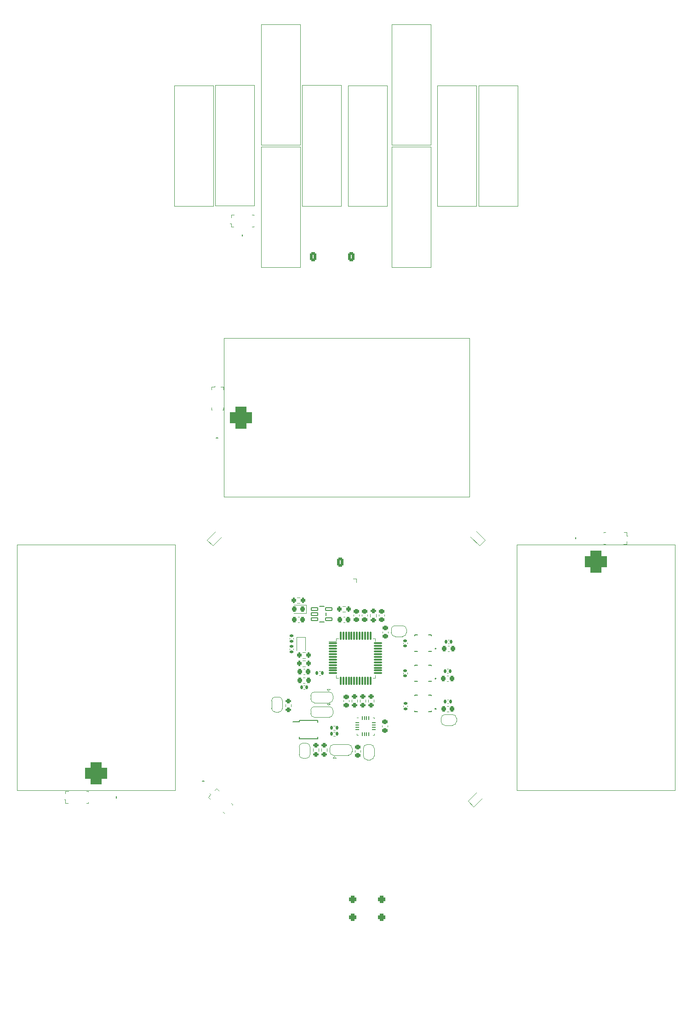
<source format=gto>
G04 #@! TF.GenerationSoftware,KiCad,Pcbnew,(6.0.9)*
G04 #@! TF.CreationDate,2023-04-21T13:17:04-03:00*
G04 #@! TF.ProjectId,PANEL-COMPLETE,50414e45-4c2d-4434-9f4d-504c4554452e,Rev 3*
G04 #@! TF.SameCoordinates,Original*
G04 #@! TF.FileFunction,Legend,Top*
G04 #@! TF.FilePolarity,Positive*
%FSLAX46Y46*%
G04 Gerber Fmt 4.6, Leading zero omitted, Abs format (unit mm)*
G04 Created by KiCad (PCBNEW (6.0.9)) date 2023-04-21 13:17:04*
%MOMM*%
%LPD*%
G01*
G04 APERTURE LIST*
G04 Aperture macros list*
%AMRoundRect*
0 Rectangle with rounded corners*
0 $1 Rounding radius*
0 $2 $3 $4 $5 $6 $7 $8 $9 X,Y pos of 4 corners*
0 Add a 4 corners polygon primitive as box body*
4,1,4,$2,$3,$4,$5,$6,$7,$8,$9,$2,$3,0*
0 Add four circle primitives for the rounded corners*
1,1,$1+$1,$2,$3*
1,1,$1+$1,$4,$5*
1,1,$1+$1,$6,$7*
1,1,$1+$1,$8,$9*
0 Add four rect primitives between the rounded corners*
20,1,$1+$1,$2,$3,$4,$5,0*
20,1,$1+$1,$4,$5,$6,$7,0*
20,1,$1+$1,$6,$7,$8,$9,0*
20,1,$1+$1,$8,$9,$2,$3,0*%
%AMRotRect*
0 Rectangle, with rotation*
0 The origin of the aperture is its center*
0 $1 length*
0 $2 width*
0 $3 Rotation angle, in degrees counterclockwise*
0 Add horizontal line*
21,1,$1,$2,0,0,$3*%
%AMFreePoly0*
4,1,22,0.500000,-0.750000,0.000000,-0.750000,0.000000,-0.745033,-0.079941,-0.743568,-0.215256,-0.701293,-0.333266,-0.622738,-0.424486,-0.514219,-0.481581,-0.384460,-0.499164,-0.250000,-0.500000,-0.250000,-0.500000,0.250000,-0.499164,0.250000,-0.499963,0.256109,-0.478152,0.396186,-0.417904,0.524511,-0.324060,0.630769,-0.204165,0.706417,-0.067858,0.745374,0.000000,0.744959,0.000000,0.750000,
0.500000,0.750000,0.500000,-0.750000,0.500000,-0.750000,$1*%
%AMFreePoly1*
4,1,20,0.000000,0.744959,0.073905,0.744508,0.209726,0.703889,0.328688,0.626782,0.421226,0.519385,0.479903,0.390333,0.500000,0.250000,0.500000,-0.250000,0.499851,-0.262216,0.476331,-0.402017,0.414519,-0.529596,0.319384,-0.634700,0.198574,-0.708877,0.061801,-0.746166,0.000000,-0.745033,0.000000,-0.750000,-0.500000,-0.750000,-0.500000,0.750000,0.000000,0.750000,0.000000,0.744959,
0.000000,0.744959,$1*%
%AMFreePoly2*
4,1,22,0.550000,-0.750000,0.000000,-0.750000,0.000000,-0.745033,-0.079941,-0.743568,-0.215256,-0.701293,-0.333266,-0.622738,-0.424486,-0.514219,-0.481581,-0.384460,-0.499164,-0.250000,-0.500000,-0.250000,-0.500000,0.250000,-0.499164,0.250000,-0.499963,0.256109,-0.478152,0.396186,-0.417904,0.524511,-0.324060,0.630769,-0.204165,0.706417,-0.067858,0.745374,0.000000,0.744959,0.000000,0.750000,
0.550000,0.750000,0.550000,-0.750000,0.550000,-0.750000,$1*%
%AMFreePoly3*
4,1,20,0.000000,0.744959,0.073905,0.744508,0.209726,0.703889,0.328688,0.626782,0.421226,0.519385,0.479903,0.390333,0.500000,0.250000,0.500000,-0.250000,0.499851,-0.262216,0.476331,-0.402017,0.414519,-0.529596,0.319384,-0.634700,0.198574,-0.708877,0.061801,-0.746166,0.000000,-0.745033,0.000000,-0.750000,-0.550000,-0.750000,-0.550000,0.750000,0.000000,0.750000,0.000000,0.744959,
0.000000,0.744959,$1*%
%AMFreePoly4*
4,1,14,0.266715,0.088284,0.363284,-0.008285,0.375000,-0.036569,0.375000,-0.060000,0.363284,-0.088284,0.335000,-0.100000,-0.335000,-0.100000,-0.363284,-0.088284,-0.375000,-0.060000,-0.375000,0.060000,-0.363284,0.088284,-0.335000,0.100000,0.238431,0.100000,0.266715,0.088284,0.266715,0.088284,$1*%
%AMFreePoly5*
4,1,14,0.363284,0.088284,0.375000,0.060000,0.375000,0.036569,0.363284,0.008285,0.266715,-0.088284,0.238431,-0.100000,-0.335000,-0.100000,-0.363284,-0.088284,-0.375000,-0.060000,-0.375000,0.060000,-0.363284,0.088284,-0.335000,0.100000,0.335000,0.100000,0.363284,0.088284,0.363284,0.088284,$1*%
%AMFreePoly6*
4,1,14,0.088284,0.363284,0.100000,0.335000,0.100000,-0.335000,0.088284,-0.363284,0.060000,-0.375000,-0.060000,-0.375000,-0.088284,-0.363284,-0.100000,-0.335000,-0.100000,0.238431,-0.088284,0.266715,0.008285,0.363284,0.036569,0.375000,0.060000,0.375000,0.088284,0.363284,0.088284,0.363284,$1*%
%AMFreePoly7*
4,1,14,-0.008285,0.363284,0.088284,0.266715,0.100000,0.238431,0.100000,-0.335000,0.088284,-0.363284,0.060000,-0.375000,-0.060000,-0.375000,-0.088284,-0.363284,-0.100000,-0.335000,-0.100000,0.335000,-0.088284,0.363284,-0.060000,0.375000,-0.036569,0.375000,-0.008285,0.363284,-0.008285,0.363284,$1*%
%AMFreePoly8*
4,1,14,0.363284,0.088284,0.375000,0.060000,0.375000,-0.060000,0.363284,-0.088284,0.335000,-0.100000,-0.238431,-0.100000,-0.266715,-0.088284,-0.363284,0.008285,-0.375000,0.036569,-0.375000,0.060000,-0.363284,0.088284,-0.335000,0.100000,0.335000,0.100000,0.363284,0.088284,0.363284,0.088284,$1*%
%AMFreePoly9*
4,1,14,0.363284,0.088284,0.375000,0.060000,0.375000,-0.060000,0.363284,-0.088284,0.335000,-0.100000,-0.335000,-0.100000,-0.363284,-0.088284,-0.375000,-0.060000,-0.375000,-0.036569,-0.363284,-0.008285,-0.266715,0.088284,-0.238431,0.100000,0.335000,0.100000,0.363284,0.088284,0.363284,0.088284,$1*%
%AMFreePoly10*
4,1,14,0.088284,0.363284,0.100000,0.335000,0.100000,-0.238431,0.088284,-0.266715,-0.008285,-0.363284,-0.036569,-0.375000,-0.060000,-0.375000,-0.088284,-0.363284,-0.100000,-0.335000,-0.100000,0.335000,-0.088284,0.363284,-0.060000,0.375000,0.060000,0.375000,0.088284,0.363284,0.088284,0.363284,$1*%
%AMFreePoly11*
4,1,14,0.088284,0.363284,0.100000,0.335000,0.100000,-0.335000,0.088284,-0.363284,0.060000,-0.375000,0.036569,-0.375000,0.008285,-0.363284,-0.088284,-0.266715,-0.100000,-0.238431,-0.100000,0.335000,-0.088284,0.363284,-0.060000,0.375000,0.060000,0.375000,0.088284,0.363284,0.088284,0.363284,$1*%
G04 Aperture macros list end*
%ADD10C,0.150000*%
%ADD11C,0.200000*%
%ADD12C,0.120000*%
%ADD13C,0.100000*%
%ADD14C,0.203200*%
%ADD15C,0.040481*%
%ADD16C,0.404812*%
%ADD17R,0.600000X0.310000*%
%ADD18R,1.500000X1.750000*%
%ADD19R,0.230000X0.825000*%
%ADD20RoundRect,0.225000X0.225000X0.250000X-0.225000X0.250000X-0.225000X-0.250000X0.225000X-0.250000X0*%
%ADD21C,2.200000*%
%ADD22RoundRect,0.200000X0.275000X-0.200000X0.275000X0.200000X-0.275000X0.200000X-0.275000X-0.200000X0*%
%ADD23RoundRect,0.225000X-0.250000X0.225000X-0.250000X-0.225000X0.250000X-0.225000X0.250000X0.225000X0*%
%ADD24C,0.650000*%
%ADD25R,0.600000X2.450000*%
%ADD26R,0.300000X2.450000*%
%ADD27FreePoly0,180.000000*%
%ADD28FreePoly1,180.000000*%
%ADD29R,1.100000X0.600000*%
%ADD30RotRect,1.100000X0.800000X135.000000*%
%ADD31C,0.500000*%
%ADD32RoundRect,0.101600X-0.599440X0.274320X-0.599440X-0.274320X0.599440X-0.274320X0.599440X0.274320X0*%
%ADD33C,4.000000*%
%ADD34RoundRect,1.000000X1.000000X1.000000X-1.000000X1.000000X-1.000000X-1.000000X1.000000X-1.000000X0*%
%ADD35RoundRect,0.218750X0.026517X-0.335876X0.335876X-0.026517X-0.026517X0.335876X-0.335876X0.026517X0*%
%ADD36RoundRect,0.200000X-0.200000X-0.275000X0.200000X-0.275000X0.200000X0.275000X-0.200000X0.275000X0*%
%ADD37FreePoly2,180.000000*%
%ADD38R,1.000000X1.500000*%
%ADD39FreePoly3,180.000000*%
%ADD40FreePoly0,270.000000*%
%ADD41FreePoly1,270.000000*%
%ADD42RoundRect,1.000000X-1.000000X1.000000X-1.000000X-1.000000X1.000000X-1.000000X1.000000X1.000000X0*%
%ADD43RoundRect,0.200000X-0.275000X0.200000X-0.275000X-0.200000X0.275000X-0.200000X0.275000X0.200000X0*%
%ADD44RoundRect,0.140000X-0.140000X-0.170000X0.140000X-0.170000X0.140000X0.170000X-0.140000X0.170000X0*%
%ADD45R,6.000000X2.000000*%
%ADD46C,2.000000*%
%ADD47C,1.600000*%
%ADD48O,1.600000X1.600000*%
%ADD49RoundRect,0.140000X0.170000X-0.140000X0.170000X0.140000X-0.170000X0.140000X-0.170000X-0.140000X0*%
%ADD50C,2.500000*%
%ADD51C,2.600000*%
%ADD52C,3.800000*%
%ADD53R,0.800000X0.600000*%
%ADD54RoundRect,0.140000X-0.170000X0.140000X-0.170000X-0.140000X0.170000X-0.140000X0.170000X0.140000X0*%
%ADD55RoundRect,1.000000X1.000000X-1.000000X1.000000X1.000000X-1.000000X1.000000X-1.000000X-1.000000X0*%
%ADD56RoundRect,0.075000X-0.662500X-0.075000X0.662500X-0.075000X0.662500X0.075000X-0.662500X0.075000X0*%
%ADD57RoundRect,0.075000X-0.075000X-0.662500X0.075000X-0.662500X0.075000X0.662500X-0.075000X0.662500X0*%
%ADD58RoundRect,0.218750X-0.218750X-0.256250X0.218750X-0.256250X0.218750X0.256250X-0.218750X0.256250X0*%
%ADD59RoundRect,0.350000X0.350000X-0.350000X0.350000X0.350000X-0.350000X0.350000X-0.350000X-0.350000X0*%
%ADD60R,1.100000X0.800000*%
%ADD61R,0.600000X0.800000*%
%ADD62RoundRect,0.140000X0.140000X0.170000X-0.140000X0.170000X-0.140000X-0.170000X0.140000X-0.170000X0*%
%ADD63FreePoly2,0.000000*%
%ADD64FreePoly3,0.000000*%
%ADD65RoundRect,0.225000X0.250000X-0.225000X0.250000X0.225000X-0.250000X0.225000X-0.250000X-0.225000X0*%
%ADD66RoundRect,0.218750X0.218750X0.256250X-0.218750X0.256250X-0.218750X-0.256250X0.218750X-0.256250X0*%
%ADD67R,1.400000X0.300000*%
%ADD68RoundRect,0.218750X0.335876X0.026517X0.026517X0.335876X-0.335876X-0.026517X-0.026517X-0.335876X0*%
%ADD69FreePoly4,0.000000*%
%ADD70RoundRect,0.050000X-0.325000X-0.050000X0.325000X-0.050000X0.325000X0.050000X-0.325000X0.050000X0*%
%ADD71FreePoly5,0.000000*%
%ADD72FreePoly6,0.000000*%
%ADD73RoundRect,0.050000X-0.050000X-0.325000X0.050000X-0.325000X0.050000X0.325000X-0.050000X0.325000X0*%
%ADD74FreePoly7,0.000000*%
%ADD75FreePoly8,0.000000*%
%ADD76FreePoly9,0.000000*%
%ADD77FreePoly10,0.000000*%
%ADD78FreePoly11,0.000000*%
%ADD79R,1.750000X1.600000*%
%ADD80R,0.800000X1.100000*%
%ADD81RoundRect,0.135000X0.135000X0.185000X-0.135000X0.185000X-0.135000X-0.185000X0.135000X-0.185000X0*%
%ADD82FreePoly0,90.000000*%
%ADD83FreePoly1,90.000000*%
%ADD84C,0.990600*%
%ADD85C,0.787400*%
%ADD86RoundRect,0.200000X0.200000X0.275000X-0.200000X0.275000X-0.200000X-0.275000X0.200000X-0.275000X0*%
%ADD87RoundRect,0.135000X-0.135000X-0.185000X0.135000X-0.185000X0.135000X0.185000X-0.135000X0.185000X0*%
%ADD88RoundRect,0.225000X-0.225000X-0.250000X0.225000X-0.250000X0.225000X0.250000X-0.225000X0.250000X0*%
%ADD89RoundRect,0.250000X-0.350000X-0.625000X0.350000X-0.625000X0.350000X0.625000X-0.350000X0.625000X0*%
%ADD90O,1.200000X1.750000*%
%ADD91C,1.200000*%
G04 APERTURE END LIST*
D10*
X186970000Y-238397142D02*
X187017619Y-238444761D01*
X186970000Y-238492380D01*
X186922380Y-238444761D01*
X186970000Y-238397142D01*
X186970000Y-238492380D01*
D11*
X216682439Y-176997525D02*
X217182439Y-176997525D01*
X216682439Y-179997525D02*
X216682439Y-179897525D01*
X220382439Y-179497525D02*
X220382439Y-179497525D01*
X219682439Y-176997525D02*
X219182439Y-176997525D01*
X219682439Y-179997525D02*
X219682439Y-179897525D01*
X216682439Y-177097525D02*
X216682439Y-176997525D01*
X219182439Y-179997525D02*
X219682439Y-179997525D01*
X217182439Y-179997525D02*
X216682439Y-179997525D01*
X219682439Y-177097525D02*
X219682439Y-176997525D01*
X220582439Y-179497525D02*
X220582439Y-179497525D01*
X220582439Y-179497525D02*
G75*
G03*
X220382439Y-179497525I-100000J0D01*
G01*
X220382439Y-179497525D02*
G75*
G03*
X220582439Y-179497525I100000J0D01*
G01*
D12*
X223005505Y-173440925D02*
X222724345Y-173440925D01*
X223005505Y-174460925D02*
X222724345Y-174460925D01*
X198947300Y-192820058D02*
X198947300Y-192345542D01*
X197902300Y-192820058D02*
X197902300Y-192345542D01*
X196406380Y-177721800D02*
X196125220Y-177721800D01*
X196406380Y-178741800D02*
X196125220Y-178741800D01*
X211025200Y-167702620D02*
X211025200Y-167983780D01*
X210005200Y-167702620D02*
X210005200Y-167983780D01*
X215120925Y-170425125D02*
X215120925Y-171025125D01*
X214420925Y-171725125D02*
X213020925Y-171725125D01*
X213020925Y-169725125D02*
X214420925Y-169725125D01*
X212320925Y-171025125D02*
X212320925Y-170425125D01*
X212320925Y-171025125D02*
G75*
G03*
X213020925Y-171725125I700000J0D01*
G01*
X215120925Y-170425125D02*
G75*
G03*
X214420925Y-169725125I-699999J1D01*
G01*
X214420925Y-171725125D02*
G75*
G03*
X215120925Y-171025125I1J699999D01*
G01*
X213020925Y-169725125D02*
G75*
G03*
X212320925Y-170425125I0J-700000D01*
G01*
X196490551Y-174287325D02*
X196490551Y-171887325D01*
X194890551Y-171887325D02*
X194890551Y-174287325D01*
X196490551Y-171887325D02*
X194890551Y-171887325D01*
X224312725Y-186787925D02*
X224312725Y-187387925D01*
X222212725Y-186087925D02*
X223612725Y-186087925D01*
X223612725Y-188087925D02*
X222212725Y-188087925D01*
X221512725Y-187387925D02*
X221512725Y-186787925D01*
X222212725Y-186087925D02*
G75*
G03*
X221512725Y-186787925I0J-700000D01*
G01*
X224312725Y-186787925D02*
G75*
G03*
X223612725Y-186087925I-699999J1D01*
G01*
X223612725Y-188087925D02*
G75*
G03*
X224312725Y-187387925I1J699999D01*
G01*
X221512725Y-187387925D02*
G75*
G03*
X222212725Y-188087925I700000J0D01*
G01*
D13*
X178610658Y-201273693D02*
X178964212Y-201627247D01*
X183065431Y-202758617D02*
X183136142Y-202687907D01*
X183136142Y-202687907D02*
X182888654Y-202440419D01*
X180166293Y-199718058D02*
X180555202Y-200106967D01*
X181333019Y-203996054D02*
X181580507Y-204243542D01*
X180166293Y-199718058D02*
X179812740Y-200071612D01*
X178610658Y-201273693D02*
X179063207Y-200821145D01*
X181580507Y-204243542D02*
X181651217Y-204172831D01*
X179063207Y-200821145D02*
X178921785Y-200679724D01*
D14*
X200326287Y-167369594D02*
X200326287Y-167902994D01*
X199945287Y-169058694D02*
X199086767Y-169058694D01*
X199086767Y-166213894D02*
X199945287Y-166213894D01*
D12*
X226709800Y-146052525D02*
X181509800Y-146052525D01*
X181509800Y-146052525D02*
X181509800Y-116852525D01*
X181509800Y-116852525D02*
X226709800Y-116852525D01*
X226709800Y-116852525D02*
X226709800Y-146052525D01*
X179454070Y-155011177D02*
X181069809Y-153395438D01*
X180030362Y-152355991D02*
X178414623Y-153971730D01*
X178414623Y-153971730D02*
X179454070Y-155011177D01*
X194986169Y-165593394D02*
X195460685Y-165593394D01*
X194986169Y-164548394D02*
X195460685Y-164548394D01*
X201044685Y-181427094D02*
X200444685Y-181427094D01*
X201594685Y-182627094D02*
X201594685Y-183227094D01*
X200744685Y-181727094D02*
X200444685Y-181427094D01*
X197494685Y-183227094D02*
X197494685Y-182627094D01*
X200744685Y-181727094D02*
X201044685Y-181427094D01*
X198144685Y-181927094D02*
X200944685Y-181927094D01*
X200944685Y-183927094D02*
X198144685Y-183927094D01*
X198194685Y-181927094D02*
G75*
G03*
X197494685Y-182627094I0J-700000D01*
G01*
X201594685Y-182627094D02*
G75*
G03*
X200894685Y-181927094I-699999J1D01*
G01*
X200894685Y-183927094D02*
G75*
G03*
X201594685Y-183227094I1J699999D01*
G01*
X197494685Y-183227094D02*
G75*
G03*
X198194685Y-183927094I700000J0D01*
G01*
X207878400Y-191618306D02*
X208478400Y-191618306D01*
X207178400Y-193718306D02*
X207178400Y-192318306D01*
X208478400Y-194418306D02*
X207878400Y-194418306D01*
X209178400Y-192318306D02*
X209178400Y-193718306D01*
X207878400Y-191618306D02*
G75*
G03*
X207178400Y-192318306I-1J-699999D01*
G01*
X209178400Y-192318306D02*
G75*
G03*
X208478400Y-191618306I-699999J1D01*
G01*
X208478400Y-194418306D02*
G75*
G03*
X209178400Y-193718306I0J700000D01*
G01*
X207178400Y-193718306D02*
G75*
G03*
X207878400Y-194418306I700000J0D01*
G01*
X172575175Y-154819000D02*
X143375175Y-154819000D01*
X143375175Y-154819000D02*
X143375175Y-200019000D01*
X143375175Y-200019000D02*
X172575175Y-200019000D01*
X172575175Y-200019000D02*
X172575175Y-154819000D01*
X199426300Y-192345542D02*
X199426300Y-192820058D01*
X200471300Y-192345542D02*
X200471300Y-192820058D01*
X222757089Y-173040925D02*
X222972761Y-173040925D01*
X222757089Y-172320925D02*
X222972761Y-172320925D01*
X211598325Y-70339200D02*
X204398325Y-70339200D01*
X204398325Y-70339200D02*
X204398325Y-92539200D01*
X204398325Y-92539200D02*
X211598325Y-92539200D01*
X211598325Y-92539200D02*
X211598325Y-70339200D01*
X214541525Y-173075161D02*
X214541525Y-172859489D01*
X215261525Y-173075161D02*
X215261525Y-172859489D01*
X212398325Y-81289200D02*
X219598325Y-81289200D01*
X219598325Y-81289200D02*
X219598325Y-59089200D01*
X219598325Y-59089200D02*
X212398325Y-59089200D01*
X212398325Y-59089200D02*
X212398325Y-81289200D01*
D11*
X246260525Y-153443125D02*
X246260525Y-153743125D01*
X217188325Y-185539925D02*
X216688325Y-185539925D01*
X220388325Y-185039925D02*
X220388325Y-185039925D01*
X219688325Y-182539925D02*
X219188325Y-182539925D01*
X216688325Y-185539925D02*
X216688325Y-185439925D01*
X219188325Y-185539925D02*
X219688325Y-185539925D01*
X219688325Y-182639925D02*
X219688325Y-182539925D01*
X216688325Y-182539925D02*
X217188325Y-182539925D01*
X220588325Y-185039925D02*
X220588325Y-185039925D01*
X219688325Y-185539925D02*
X219688325Y-185439925D01*
X216688325Y-182639925D02*
X216688325Y-182539925D01*
X220588325Y-185039925D02*
G75*
G03*
X220388325Y-185039925I-100000J0D01*
G01*
X220388325Y-185039925D02*
G75*
G03*
X220588325Y-185039925I100000J0D01*
G01*
D12*
X207951800Y-167715020D02*
X207951800Y-167996180D01*
X206931800Y-167715020D02*
X206931800Y-167996180D01*
X194335947Y-171991489D02*
X194335947Y-172207161D01*
X193615947Y-171991489D02*
X193615947Y-172207161D01*
X208079825Y-183350236D02*
X208079825Y-183824752D01*
X209124825Y-183350236D02*
X209124825Y-183824752D01*
X235408325Y-200062725D02*
X264608325Y-200062725D01*
X264608325Y-200062725D02*
X264608325Y-154862725D01*
X264608325Y-154862725D02*
X235408325Y-154862725D01*
X235408325Y-154862725D02*
X235408325Y-200062725D01*
X202141125Y-172125325D02*
X202141125Y-172575325D01*
X208911125Y-172125325D02*
X209361125Y-172125325D01*
X202141125Y-172575325D02*
X200851125Y-172575325D01*
X208911125Y-179345325D02*
X209361125Y-179345325D01*
X202141125Y-179345325D02*
X202141125Y-178895325D01*
X209361125Y-179345325D02*
X209361125Y-178895325D01*
X209361125Y-172125325D02*
X209361125Y-172575325D01*
X202591125Y-172125325D02*
X202141125Y-172125325D01*
X202591125Y-179345325D02*
X202141125Y-179345325D01*
X196103021Y-179271200D02*
X196428579Y-179271200D01*
X196103021Y-180291200D02*
X196428579Y-180291200D01*
D13*
X156506600Y-202376800D02*
X156506600Y-202276800D01*
X156506600Y-200276800D02*
X156506600Y-200176800D01*
X156506600Y-200176800D02*
X156156600Y-200176800D01*
X152306600Y-202376800D02*
X152306600Y-201736800D01*
X152306600Y-202376800D02*
X152806600Y-202376800D01*
X152306600Y-200176800D02*
X152856600Y-200176800D01*
X156156600Y-202376800D02*
X156506600Y-202376800D01*
X152306600Y-200176800D02*
X152306600Y-200676800D01*
X152306600Y-201736800D02*
X152106600Y-201736800D01*
D12*
X201594685Y-185319494D02*
X201594685Y-185919494D01*
X197494685Y-185919494D02*
X197494685Y-185319494D01*
X200744685Y-184419494D02*
X201044685Y-184119494D01*
X200944685Y-186619494D02*
X198144685Y-186619494D01*
X201044685Y-184119494D02*
X200444685Y-184119494D01*
X200744685Y-184419494D02*
X200444685Y-184119494D01*
X198144685Y-184619494D02*
X200944685Y-184619494D01*
X197494685Y-185919494D02*
G75*
G03*
X198194685Y-186619494I700000J0D01*
G01*
X198194685Y-184619494D02*
G75*
G03*
X197494685Y-185319494I0J-700000D01*
G01*
X200894685Y-186619494D02*
G75*
G03*
X201594685Y-185919494I1J699999D01*
G01*
X201594685Y-185319494D02*
G75*
G03*
X200894685Y-184619494I-699999J1D01*
G01*
D11*
X180090200Y-135200325D02*
X180390200Y-135200325D01*
D12*
X212398325Y-103789200D02*
X219598325Y-103789200D01*
X219598325Y-103789200D02*
X219598325Y-81589200D01*
X219598325Y-81589200D02*
X212398325Y-81589200D01*
X212398325Y-81589200D02*
X212398325Y-103789200D01*
D11*
X216682439Y-174467325D02*
X216682439Y-174367325D01*
X219682439Y-171567325D02*
X219682439Y-171467325D01*
X216682439Y-171567325D02*
X216682439Y-171467325D01*
X217182439Y-174467325D02*
X216682439Y-174467325D01*
X216682439Y-171467325D02*
X217182439Y-171467325D01*
X220382439Y-173967325D02*
X220382439Y-173967325D01*
X219682439Y-171467325D02*
X219182439Y-171467325D01*
X220582439Y-173967325D02*
X220582439Y-173967325D01*
X219682439Y-174467325D02*
X219682439Y-174367325D01*
X219182439Y-174467325D02*
X219682439Y-174467325D01*
X220382439Y-173967325D02*
G75*
G03*
X220582439Y-173967325I100000J0D01*
G01*
X220582439Y-173967325D02*
G75*
G03*
X220382439Y-173967325I-100000J0D01*
G01*
D12*
X194335947Y-174162961D02*
X194335947Y-173947289D01*
X193615947Y-174162961D02*
X193615947Y-173947289D01*
X196373636Y-181436600D02*
X196157964Y-181436600D01*
X196373636Y-180716600D02*
X196157964Y-180716600D01*
X191587400Y-185651600D02*
X190987400Y-185651600D01*
X190287400Y-184951600D02*
X190287400Y-183551600D01*
X192287400Y-183551600D02*
X192287400Y-184951600D01*
X190987400Y-182851600D02*
X191587400Y-182851600D01*
X190987400Y-182851600D02*
G75*
G03*
X190287400Y-183551600I-1J-699999D01*
G01*
X191587400Y-185651600D02*
G75*
G03*
X192287400Y-184951600I0J700000D01*
G01*
X192287400Y-183551600D02*
G75*
G03*
X191587400Y-182851600I-699999J1D01*
G01*
X190287400Y-184951600D02*
G75*
G03*
X190987400Y-185651600I700000J0D01*
G01*
X222853105Y-179947325D02*
X222571945Y-179947325D01*
X222853105Y-178927325D02*
X222571945Y-178927325D01*
D11*
X161722975Y-201482325D02*
X161722975Y-201182325D01*
D12*
X196028542Y-174661300D02*
X196503058Y-174661300D01*
X196028542Y-175706300D02*
X196503058Y-175706300D01*
X206555825Y-183827983D02*
X206555825Y-183353467D01*
X207600825Y-183827983D02*
X207600825Y-183353467D01*
X205031825Y-183827983D02*
X205031825Y-183353467D01*
X206076825Y-183827983D02*
X206076825Y-183353467D01*
X201852425Y-193810480D02*
X202152425Y-194110480D01*
X201852425Y-193810480D02*
X201552425Y-194110480D01*
X201002425Y-192910480D02*
X201002425Y-192310480D01*
X201552425Y-194110480D02*
X202152425Y-194110480D01*
X201652425Y-191610480D02*
X204452425Y-191610480D01*
X204452425Y-193610480D02*
X201652425Y-193610480D01*
X205102425Y-192310480D02*
X205102425Y-192910480D01*
X205102425Y-192310480D02*
G75*
G03*
X204402425Y-191610480I-700000J0D01*
G01*
X204402425Y-193610480D02*
G75*
G03*
X205102425Y-192910480I0J700000D01*
G01*
X201702425Y-191610480D02*
G75*
G03*
X201002425Y-192310480I-1J-699999D01*
G01*
X201002425Y-192910480D02*
G75*
G03*
X201702425Y-193610480I699999J-1D01*
G01*
X195598325Y-59089200D02*
X188398325Y-59089200D01*
X188398325Y-59089200D02*
X188398325Y-81289200D01*
X188398325Y-81289200D02*
X195598325Y-81289200D01*
X195598325Y-81289200D02*
X195598325Y-59089200D01*
X228398325Y-92539200D02*
X235598325Y-92539200D01*
X235598325Y-92539200D02*
X235598325Y-70339200D01*
X235598325Y-70339200D02*
X228398325Y-70339200D01*
X228398325Y-70339200D02*
X228398325Y-92539200D01*
X179598325Y-70339200D02*
X172398325Y-70339200D01*
X172398325Y-70339200D02*
X172398325Y-92539200D01*
X172398325Y-92539200D02*
X179598325Y-92539200D01*
X179598325Y-92539200D02*
X179598325Y-70339200D01*
D11*
X184927525Y-97741600D02*
X184927525Y-98041600D01*
D12*
X222627089Y-184069725D02*
X222842761Y-184069725D01*
X222627089Y-183349725D02*
X222842761Y-183349725D01*
D13*
X255668325Y-154748650D02*
X255668325Y-154248650D01*
X255668325Y-152548650D02*
X255668325Y-153188650D01*
X255668325Y-152548650D02*
X255168325Y-152548650D01*
X255668325Y-153188650D02*
X255868325Y-153188650D01*
X251818325Y-152548650D02*
X251468325Y-152548650D01*
X251468325Y-154648650D02*
X251468325Y-154748650D01*
X251468325Y-152548650D02*
X251468325Y-152648650D01*
X255668325Y-154748650D02*
X255118325Y-154748650D01*
X251468325Y-154748650D02*
X251818325Y-154748650D01*
D12*
X204548200Y-183450620D02*
X204548200Y-183731780D01*
X203528200Y-183450620D02*
X203528200Y-183731780D01*
X206427800Y-167996180D02*
X206427800Y-167715020D01*
X205407800Y-167996180D02*
X205407800Y-167715020D01*
X195598325Y-81589200D02*
X188398325Y-81589200D01*
X188398325Y-81589200D02*
X188398325Y-103789200D01*
X188398325Y-103789200D02*
X195598325Y-103789200D01*
X195598325Y-103789200D02*
X195598325Y-81589200D01*
X196708427Y-167431494D02*
X196708427Y-165961494D01*
X194423427Y-167431494D02*
X196708427Y-167431494D01*
X196708427Y-165961494D02*
X194423427Y-165961494D01*
D10*
X195431285Y-187195694D02*
X198781285Y-187195694D01*
X195431285Y-187195694D02*
X195431285Y-187420694D01*
X195431285Y-190545694D02*
X195431285Y-190245694D01*
X198781285Y-190545694D02*
X198781285Y-190245694D01*
X195431285Y-190545694D02*
X198781285Y-190545694D01*
X195431285Y-187420694D02*
X194206285Y-187420694D01*
X198781285Y-187195694D02*
X198781285Y-187495694D01*
D12*
X192822300Y-184666658D02*
X192822300Y-184192142D01*
X193867300Y-184666658D02*
X193867300Y-184192142D01*
X206648525Y-192977380D02*
X206648525Y-192696220D01*
X205628525Y-192977380D02*
X205628525Y-192696220D01*
X209513700Y-167618342D02*
X209513700Y-168092858D01*
X208468700Y-167618342D02*
X208468700Y-168092858D01*
X210637393Y-188098820D02*
X210637393Y-188379980D01*
X211657393Y-188098820D02*
X211657393Y-188379980D01*
X229585577Y-153971730D02*
X227969838Y-152355991D01*
X226930391Y-153395438D02*
X228546130Y-155011177D01*
X228546130Y-155011177D02*
X229585577Y-153971730D01*
X179940000Y-92460000D02*
X187140000Y-92460000D01*
X187140000Y-92460000D02*
X187140000Y-70260000D01*
X187140000Y-70260000D02*
X179940000Y-70260000D01*
X179940000Y-70260000D02*
X179940000Y-92460000D01*
X206234200Y-189849400D02*
X205984200Y-189849400D01*
X209204200Y-186629400D02*
X209204200Y-186879400D01*
X205984200Y-189849400D02*
X205984200Y-189599400D01*
X209204200Y-189849400D02*
X209204200Y-189599400D01*
X208954200Y-186629400D02*
X209204200Y-186629400D01*
X208954200Y-189849400D02*
X209204200Y-189849400D01*
X206234200Y-186629400D02*
X205984200Y-186629400D01*
X228000000Y-70350000D02*
X220800000Y-70350000D01*
X220800000Y-70350000D02*
X220800000Y-92550000D01*
X220800000Y-92550000D02*
X228000000Y-92550000D01*
X228000000Y-92550000D02*
X228000000Y-70350000D01*
D13*
X181295725Y-129992525D02*
X181395725Y-129992525D01*
X179835725Y-125792525D02*
X179835725Y-125592525D01*
X179195725Y-129992525D02*
X179295725Y-129992525D01*
X181395725Y-125792525D02*
X181395725Y-126342525D01*
X181395725Y-129992525D02*
X181395725Y-129642525D01*
X179195725Y-129642525D02*
X179195725Y-129992525D01*
X181395725Y-125792525D02*
X180895725Y-125792525D01*
X179195725Y-125792525D02*
X179195725Y-126292525D01*
X179195725Y-125792525D02*
X179835725Y-125792525D01*
D12*
X201967543Y-188185894D02*
X201660261Y-188185894D01*
X201967543Y-188945894D02*
X201660261Y-188945894D01*
X197367400Y-192060600D02*
X197367400Y-193460600D01*
X195367400Y-193460600D02*
X195367400Y-192060600D01*
X196667400Y-194160600D02*
X196067400Y-194160600D01*
X196067400Y-191360600D02*
X196667400Y-191360600D01*
X196667400Y-194160600D02*
G75*
G03*
X197367400Y-193460600I1J699999D01*
G01*
X197367400Y-192060600D02*
G75*
G03*
X196667400Y-191360600I-700000J0D01*
G01*
X195367400Y-193460600D02*
G75*
G03*
X196067400Y-194160600I699999J-1D01*
G01*
X196067400Y-191360600D02*
G75*
G03*
X195367400Y-192060600I0J-700000D01*
G01*
X203771407Y-169111494D02*
X203490247Y-169111494D01*
X203771407Y-168091494D02*
X203490247Y-168091494D01*
X227483517Y-203067977D02*
X229099256Y-201452238D01*
X226444070Y-202028530D02*
X227483517Y-203067977D01*
X228059809Y-200412791D02*
X226444070Y-202028530D01*
X211761800Y-171082580D02*
X211761800Y-170801420D01*
X210741800Y-171082580D02*
X210741800Y-170801420D01*
X195898325Y-92489200D02*
X203098325Y-92489200D01*
X203098325Y-92489200D02*
X203098325Y-70289200D01*
X203098325Y-70289200D02*
X195898325Y-70289200D01*
X195898325Y-70289200D02*
X195898325Y-92489200D01*
X205903325Y-161137125D02*
X205903325Y-161772125D01*
X205268325Y-161137125D02*
X205903325Y-161137125D01*
X222604689Y-177731125D02*
X222820361Y-177731125D01*
X222604689Y-178451125D02*
X222820361Y-178451125D01*
X215261525Y-178605361D02*
X215261525Y-178389689D01*
X214541525Y-178605361D02*
X214541525Y-178389689D01*
X203393569Y-166173994D02*
X203868085Y-166173994D01*
X203393569Y-167218994D02*
X203868085Y-167218994D01*
X196503058Y-176185300D02*
X196028542Y-176185300D01*
X196503058Y-177230300D02*
X196028542Y-177230300D01*
D13*
X182827525Y-96350600D02*
X182827525Y-95710600D01*
X187027525Y-94250600D02*
X187027525Y-94150600D01*
X182827525Y-96350600D02*
X183327525Y-96350600D01*
X186677525Y-96350600D02*
X187027525Y-96350600D01*
X182827525Y-94150600D02*
X182827525Y-94650600D01*
X187027525Y-94150600D02*
X186677525Y-94150600D01*
X182827525Y-94150600D02*
X183377525Y-94150600D01*
X187027525Y-96350600D02*
X187027525Y-96250600D01*
X182827525Y-95710600D02*
X182627525Y-95710600D01*
D12*
X214554725Y-184650561D02*
X214554725Y-184434889D01*
X215274725Y-184650561D02*
X215274725Y-184434889D01*
D11*
X177873800Y-198374000D02*
X177573800Y-198374000D01*
D12*
X222875505Y-185540525D02*
X222594345Y-185540525D01*
X222875505Y-184520525D02*
X222594345Y-184520525D01*
X201967543Y-190038094D02*
X201660261Y-190038094D01*
X201967543Y-189278094D02*
X201660261Y-189278094D01*
X198997884Y-178862094D02*
X199305166Y-178862094D01*
X198997884Y-178102094D02*
X199305166Y-178102094D01*
X195108247Y-168091494D02*
X195389407Y-168091494D01*
X195108247Y-169111494D02*
X195389407Y-169111494D01*
%LPC*%
D15*
G36*
X173752413Y-57518281D02*
G01*
X173608300Y-57518281D01*
X173608300Y-57374167D01*
X173752413Y-57374167D01*
X173752413Y-57518281D01*
G37*
X173752413Y-57518281D02*
X173608300Y-57518281D01*
X173608300Y-57374167D01*
X173752413Y-57374167D01*
X173752413Y-57518281D01*
D16*
X231725813Y-197838443D02*
X231689739Y-197872840D01*
G36*
X233711192Y-100299119D02*
G01*
X233686002Y-100285417D01*
X233677536Y-100281299D01*
X233675722Y-100291793D01*
X233674259Y-100320234D01*
X233673312Y-100362063D01*
X233673038Y-100404172D01*
X233672434Y-100456046D01*
X233670797Y-100500650D01*
X233668397Y-100532497D01*
X233666176Y-100544927D01*
X233654843Y-100555799D01*
X233627025Y-100576102D01*
X233585654Y-100603887D01*
X233533664Y-100637202D01*
X233473987Y-100674098D01*
X233451268Y-100687833D01*
X233381485Y-100729498D01*
X233328168Y-100760524D01*
X233288689Y-100782185D01*
X233260417Y-100795757D01*
X233240724Y-100802514D01*
X233226980Y-100803733D01*
X233217572Y-100801169D01*
X233202614Y-100793151D01*
X233170371Y-100775020D01*
X233122995Y-100748014D01*
X233062637Y-100713371D01*
X232991451Y-100672327D01*
X232911587Y-100626119D01*
X232825198Y-100575984D01*
X232774757Y-100546645D01*
X232686546Y-100495378D01*
X232604402Y-100447796D01*
X232530350Y-100405060D01*
X232466416Y-100368331D01*
X232414625Y-100338772D01*
X232377004Y-100317544D01*
X232355577Y-100305808D01*
X232351336Y-100303807D01*
X232348953Y-100314346D01*
X232346988Y-100343103D01*
X232345634Y-100385792D01*
X232345084Y-100438123D01*
X232345081Y-100442736D01*
X232344651Y-100502607D01*
X232343019Y-100544039D01*
X232339672Y-100571091D01*
X232334098Y-100587822D01*
X232325784Y-100598291D01*
X232325387Y-100598638D01*
X232305925Y-100612681D01*
X232272000Y-100634434D01*
X232227280Y-100661783D01*
X232175435Y-100692615D01*
X232120136Y-100724818D01*
X232065051Y-100756279D01*
X232013852Y-100784885D01*
X231970208Y-100808522D01*
X231937788Y-100825079D01*
X231920263Y-100832443D01*
X231918962Y-100832629D01*
X231906023Y-100827448D01*
X231874981Y-100812546D01*
X231827578Y-100788823D01*
X231765557Y-100757179D01*
X231690659Y-100718514D01*
X231604626Y-100673727D01*
X231509200Y-100623719D01*
X231406123Y-100569389D01*
X231297135Y-100511639D01*
X231276718Y-100500787D01*
X231167013Y-100442304D01*
X231063172Y-100386662D01*
X230966908Y-100334800D01*
X230879937Y-100287655D01*
X230803973Y-100246164D01*
X230740733Y-100211265D01*
X230691930Y-100183895D01*
X230659281Y-100164992D01*
X230644499Y-100155493D01*
X230643860Y-100154841D01*
X230641053Y-100139453D01*
X230640417Y-100130027D01*
X230828338Y-100130027D01*
X230839383Y-100136563D01*
X230867983Y-100152352D01*
X230911857Y-100176179D01*
X230968719Y-100206831D01*
X231036286Y-100243093D01*
X231112274Y-100283751D01*
X231194400Y-100327591D01*
X231280380Y-100373398D01*
X231367929Y-100419959D01*
X231454765Y-100466060D01*
X231538602Y-100510485D01*
X231617159Y-100552022D01*
X231688150Y-100589455D01*
X231749292Y-100621571D01*
X231798301Y-100647156D01*
X231832894Y-100664994D01*
X231850786Y-100673873D01*
X231852724Y-100674644D01*
X231854194Y-100663801D01*
X231855582Y-100632338D01*
X231856867Y-100582143D01*
X231858026Y-100515103D01*
X231859037Y-100433105D01*
X231859878Y-100338037D01*
X231860526Y-100231788D01*
X231860959Y-100116244D01*
X231861155Y-99993293D01*
X231861164Y-99961228D01*
X231973703Y-99961228D01*
X231973832Y-100085664D01*
X231974204Y-100203085D01*
X231974796Y-100311619D01*
X231975587Y-100409390D01*
X231976554Y-100494527D01*
X231977676Y-100565156D01*
X231978928Y-100619402D01*
X231980291Y-100655394D01*
X231981740Y-100671256D01*
X231982143Y-100671845D01*
X231994628Y-100664690D01*
X232022530Y-100648575D01*
X232061803Y-100625842D01*
X232108399Y-100598831D01*
X232111563Y-100596996D01*
X232232542Y-100526815D01*
X232232542Y-100164011D01*
X232345081Y-100164011D01*
X232753034Y-100401983D01*
X232840314Y-100452800D01*
X232921600Y-100499941D01*
X232994830Y-100542223D01*
X233057943Y-100578466D01*
X233108878Y-100607486D01*
X233145571Y-100628103D01*
X233165963Y-100639135D01*
X233169427Y-100640690D01*
X233170898Y-100629881D01*
X233172288Y-100598454D01*
X233173574Y-100548296D01*
X233174734Y-100481296D01*
X233175745Y-100399343D01*
X233176586Y-100304325D01*
X233177233Y-100198131D01*
X233177665Y-100082649D01*
X233177859Y-99959768D01*
X233177868Y-99928006D01*
X233290407Y-99928006D01*
X233290439Y-100072910D01*
X233290565Y-100196900D01*
X233290826Y-100301569D01*
X233291265Y-100388511D01*
X233291923Y-100459319D01*
X233292843Y-100515588D01*
X233294066Y-100558910D01*
X233295635Y-100590879D01*
X233297591Y-100613089D01*
X233299977Y-100627133D01*
X233302836Y-100634605D01*
X233306208Y-100637097D01*
X233309113Y-100636653D01*
X233326442Y-100628016D01*
X233357834Y-100610624D01*
X233398106Y-100587391D01*
X233424465Y-100571807D01*
X233467928Y-100545372D01*
X233505693Y-100521491D01*
X233532437Y-100503576D01*
X233540805Y-100497260D01*
X233545984Y-100491358D01*
X233550172Y-100481947D01*
X233553473Y-100466793D01*
X233555992Y-100443661D01*
X233557833Y-100410318D01*
X233559098Y-100364528D01*
X233559892Y-100304059D01*
X233560320Y-100226675D01*
X233560458Y-100145158D01*
X233673038Y-100145158D01*
X233833085Y-100235736D01*
X233887336Y-100266150D01*
X233934807Y-100292217D01*
X233972028Y-100312074D01*
X233995532Y-100323860D01*
X234001893Y-100326315D01*
X234004953Y-100315716D01*
X234007520Y-100286533D01*
X234009390Y-100242690D01*
X234010363Y-100188109D01*
X234010453Y-100160320D01*
X234010251Y-99994326D01*
X233895968Y-99926802D01*
X233844362Y-99896330D01*
X233793858Y-99866543D01*
X233751044Y-99841324D01*
X233727362Y-99827402D01*
X233673038Y-99795525D01*
X233673038Y-100145158D01*
X233560458Y-100145158D01*
X233560484Y-100130142D01*
X233560500Y-100073609D01*
X233560555Y-99963491D01*
X233560889Y-99873787D01*
X233561752Y-99802406D01*
X233561957Y-99795525D01*
X233563393Y-99747254D01*
X233566062Y-99706239D01*
X233570011Y-99677268D01*
X233575489Y-99658249D01*
X233582747Y-99647088D01*
X233592034Y-99641692D01*
X233603601Y-99639970D01*
X233612360Y-99639828D01*
X233628980Y-99645398D01*
X233661689Y-99660995D01*
X233707346Y-99684948D01*
X233762811Y-99715587D01*
X233824942Y-99751242D01*
X233854028Y-99768352D01*
X234070844Y-99896876D01*
X234205612Y-99829319D01*
X234340379Y-99761762D01*
X233823833Y-99487088D01*
X233724315Y-99434251D01*
X233630783Y-99384750D01*
X233545120Y-99339571D01*
X233469210Y-99299699D01*
X233404937Y-99266121D01*
X233354183Y-99239823D01*
X233318831Y-99221789D01*
X233300766Y-99213006D01*
X233298847Y-99212298D01*
X233297377Y-99223216D01*
X233295989Y-99254753D01*
X233294704Y-99305021D01*
X233293545Y-99372130D01*
X233292534Y-99454191D01*
X233291693Y-99549317D01*
X233291045Y-99655618D01*
X233290612Y-99771205D01*
X233290416Y-99894190D01*
X233290407Y-99928006D01*
X233177868Y-99928006D01*
X233177868Y-99212830D01*
X232924656Y-99365640D01*
X232913402Y-100151350D01*
X232884772Y-100161412D01*
X232873673Y-100163319D01*
X232858886Y-100161177D01*
X232837970Y-100153811D01*
X232808489Y-100140043D01*
X232768001Y-100118698D01*
X232714070Y-100088598D01*
X232644255Y-100048567D01*
X232611221Y-100029444D01*
X232543838Y-99990604D01*
X232482704Y-99955814D01*
X232430560Y-99926598D01*
X232390146Y-99904480D01*
X232364204Y-99890982D01*
X232355691Y-99887414D01*
X232351447Y-99898037D01*
X232348072Y-99927402D01*
X232345854Y-99971747D01*
X232345081Y-100025712D01*
X232345081Y-100164011D01*
X232232542Y-100164011D01*
X232232542Y-100141335D01*
X232232594Y-100037867D01*
X232232833Y-99954570D01*
X232233388Y-99889107D01*
X232234386Y-99839140D01*
X232235955Y-99802334D01*
X232238222Y-99776352D01*
X232241315Y-99758856D01*
X232245362Y-99747511D01*
X232250489Y-99739978D01*
X232254680Y-99735821D01*
X232278579Y-99722489D01*
X232297144Y-99721102D01*
X232312186Y-99728034D01*
X232343771Y-99744724D01*
X232389011Y-99769572D01*
X232445018Y-99800977D01*
X232508904Y-99837338D01*
X232561980Y-99867898D01*
X232806490Y-100009378D01*
X232806490Y-99720865D01*
X232397668Y-99483404D01*
X232310290Y-99432752D01*
X232228945Y-99385793D01*
X232155690Y-99343700D01*
X232092583Y-99307645D01*
X232041679Y-99278803D01*
X232005036Y-99258345D01*
X231984711Y-99247444D01*
X231981275Y-99245943D01*
X231979956Y-99256882D01*
X231978710Y-99288438D01*
X231977557Y-99338723D01*
X231976517Y-99405846D01*
X231975610Y-99487917D01*
X231974856Y-99583046D01*
X231974274Y-99689344D01*
X231973886Y-99804921D01*
X231973711Y-99927886D01*
X231973703Y-99961228D01*
X231861164Y-99961228D01*
X231861164Y-99959626D01*
X231861013Y-99830182D01*
X231860577Y-99709324D01*
X231859879Y-99598769D01*
X231858942Y-99500233D01*
X231857791Y-99415430D01*
X231856450Y-99346079D01*
X231854941Y-99293893D01*
X231853290Y-99260589D01*
X231851519Y-99247883D01*
X231851312Y-99247818D01*
X231838403Y-99254838D01*
X231810366Y-99271252D01*
X231771246Y-99294661D01*
X231725086Y-99322666D01*
X231721893Y-99324616D01*
X231602325Y-99397663D01*
X231602325Y-99809096D01*
X231602115Y-99924973D01*
X231601454Y-100019868D01*
X231600294Y-100095304D01*
X231598585Y-100152802D01*
X231596279Y-100193884D01*
X231593329Y-100220073D01*
X231589685Y-100232891D01*
X231588820Y-100234033D01*
X231575269Y-100243092D01*
X231557120Y-100245567D01*
X231532015Y-100240521D01*
X231497591Y-100227020D01*
X231451488Y-100204131D01*
X231391346Y-100170918D01*
X231314803Y-100126447D01*
X231310221Y-100123745D01*
X231247880Y-100087317D01*
X231191632Y-100055132D01*
X231144499Y-100028862D01*
X231109499Y-100010179D01*
X231089652Y-100000757D01*
X231086727Y-99999952D01*
X231071830Y-100004583D01*
X231043037Y-100016962D01*
X231004853Y-100034822D01*
X230961780Y-100055897D01*
X230918324Y-100077918D01*
X230878987Y-100098620D01*
X230848273Y-100115734D01*
X230830687Y-100126993D01*
X230828338Y-100130027D01*
X230640417Y-100130027D01*
X230638773Y-100105667D01*
X230637025Y-100057548D01*
X230636504Y-100032392D01*
X230747030Y-100032392D01*
X230879098Y-99970337D01*
X230929979Y-99946049D01*
X230974091Y-99924282D01*
X231007061Y-99907243D01*
X231024517Y-99897142D01*
X231025398Y-99896470D01*
X231025482Y-99896238D01*
X231152170Y-99896238D01*
X231312538Y-99992348D01*
X231366450Y-100024412D01*
X231413676Y-100052032D01*
X231450830Y-100073267D01*
X231474529Y-100086175D01*
X231481346Y-100089221D01*
X231484254Y-100078882D01*
X231486730Y-100049866D01*
X231488583Y-100006000D01*
X231489626Y-99951112D01*
X231489786Y-99917757D01*
X231489786Y-99745530D01*
X231326449Y-99653291D01*
X231271891Y-99622658D01*
X231224404Y-99596328D01*
X231187334Y-99576132D01*
X231164033Y-99563900D01*
X231157640Y-99561051D01*
X231155730Y-99571654D01*
X231154111Y-99600860D01*
X231152909Y-99644765D01*
X231152254Y-99699464D01*
X231152170Y-99728645D01*
X231152170Y-99896238D01*
X231025482Y-99896238D01*
X231030778Y-99881626D01*
X231034997Y-99850130D01*
X231038021Y-99806724D01*
X231039817Y-99756150D01*
X231040351Y-99703150D01*
X231039590Y-99652466D01*
X231037500Y-99608841D01*
X231034048Y-99577015D01*
X231029199Y-99561732D01*
X231027775Y-99561051D01*
X231014029Y-99566222D01*
X230984632Y-99580393D01*
X230943566Y-99601553D01*
X230894809Y-99627690D01*
X230881474Y-99634992D01*
X230747030Y-99708933D01*
X230747030Y-100032392D01*
X230636504Y-100032392D01*
X230635815Y-99999162D01*
X230635149Y-99934573D01*
X230635034Y-99867848D01*
X230635475Y-99803053D01*
X230636479Y-99744252D01*
X230638051Y-99695512D01*
X230640197Y-99660898D01*
X230642923Y-99644476D01*
X230643104Y-99644159D01*
X230656496Y-99633510D01*
X230686385Y-99614778D01*
X230729120Y-99589908D01*
X230781051Y-99560847D01*
X230838525Y-99529542D01*
X230897892Y-99497939D01*
X230955499Y-99467986D01*
X231007697Y-99441628D01*
X231050833Y-99420812D01*
X231081255Y-99407485D01*
X231094533Y-99403497D01*
X231112035Y-99408886D01*
X231145331Y-99423849D01*
X231190797Y-99446581D01*
X231244809Y-99475276D01*
X231297861Y-99504782D01*
X231355034Y-99537043D01*
X231405362Y-99565060D01*
X231445628Y-99587073D01*
X231472616Y-99601323D01*
X231483015Y-99606067D01*
X231485628Y-99595538D01*
X231487772Y-99566850D01*
X231489231Y-99524349D01*
X231489786Y-99472381D01*
X231489786Y-99335694D01*
X231548869Y-99298100D01*
X231579666Y-99278824D01*
X231624623Y-99251099D01*
X231678608Y-99218071D01*
X231736490Y-99182885D01*
X231761294Y-99167878D01*
X231914637Y-99075250D01*
X231958237Y-99097532D01*
X231977357Y-99107985D01*
X232013575Y-99128441D01*
X232064551Y-99157553D01*
X232127947Y-99193977D01*
X232201423Y-99236367D01*
X232282639Y-99283379D01*
X232369255Y-99333666D01*
X232400233Y-99351687D01*
X232486293Y-99401721D01*
X232566156Y-99448048D01*
X232637761Y-99489481D01*
X232699049Y-99524832D01*
X232747961Y-99552915D01*
X232782435Y-99572542D01*
X232800414Y-99582526D01*
X232802559Y-99583559D01*
X232804188Y-99573054D01*
X232805635Y-99544533D01*
X232806732Y-99502488D01*
X232807281Y-99456953D01*
X232808256Y-99404171D01*
X232810291Y-99358497D01*
X232813070Y-99325369D01*
X232815721Y-99311285D01*
X232827298Y-99300200D01*
X232854918Y-99280200D01*
X232895031Y-99253440D01*
X232944084Y-99222080D01*
X232998526Y-99188276D01*
X233054805Y-99154185D01*
X233109369Y-99121965D01*
X233158666Y-99093774D01*
X233199146Y-99071768D01*
X233227256Y-99058105D01*
X233238265Y-99054627D01*
X233250165Y-99059737D01*
X233279853Y-99074338D01*
X233325252Y-99097339D01*
X233384287Y-99127646D01*
X233454882Y-99164167D01*
X233534961Y-99205810D01*
X233622447Y-99251481D01*
X233715264Y-99300089D01*
X233811337Y-99350540D01*
X233908590Y-99401742D01*
X234004946Y-99452602D01*
X234098329Y-99502029D01*
X234186663Y-99548929D01*
X234267872Y-99592210D01*
X234339880Y-99630779D01*
X234400612Y-99663544D01*
X234447990Y-99689412D01*
X234479940Y-99707290D01*
X234491758Y-99714304D01*
X234499872Y-99720031D01*
X234506036Y-99727485D01*
X234510518Y-99739558D01*
X234513587Y-99759141D01*
X234515509Y-99789123D01*
X234516553Y-99832395D01*
X234516987Y-99891848D01*
X234517078Y-99970372D01*
X234517079Y-99987580D01*
X234516740Y-100076784D01*
X234515652Y-100145531D01*
X234513708Y-100195864D01*
X234510800Y-100229824D01*
X234506822Y-100249454D01*
X234503012Y-100256050D01*
X234489262Y-100264614D01*
X234458858Y-100282122D01*
X234414945Y-100306811D01*
X234360667Y-100336917D01*
X234299168Y-100370676D01*
X234279432Y-100381442D01*
X234201568Y-100423220D01*
X234141343Y-100454029D01*
X234097167Y-100474599D01*
X234067451Y-100485661D01*
X234050607Y-100487944D01*
X234048727Y-100487445D01*
X234032344Y-100479367D01*
X234000102Y-100462020D01*
X233955626Y-100437407D01*
X233902538Y-100407530D01*
X233854784Y-100380312D01*
X233798793Y-100348359D01*
X233780194Y-100337845D01*
X234123193Y-100337845D01*
X234216038Y-100286455D01*
X234263557Y-100260410D01*
X234309800Y-100235500D01*
X234346990Y-100215900D01*
X234356711Y-100210924D01*
X234404540Y-100186783D01*
X234404540Y-99853766D01*
X234263867Y-99923837D01*
X234123193Y-99993909D01*
X234123193Y-100337845D01*
X233780194Y-100337845D01*
X233749859Y-100320697D01*
X233711192Y-100299119D01*
G37*
G36*
X234651925Y-104197649D02*
G01*
X234654839Y-105404627D01*
X234655205Y-105590543D01*
X234655437Y-105785988D01*
X234655539Y-105987777D01*
X234655515Y-106192724D01*
X234655369Y-106397644D01*
X234655105Y-106599353D01*
X234654729Y-106794666D01*
X234654243Y-106980397D01*
X234653653Y-107153361D01*
X234652962Y-107310374D01*
X234652175Y-107448251D01*
X234652126Y-107455646D01*
X234646499Y-108299687D01*
X232595480Y-108302530D01*
X230544461Y-108305374D01*
X230544461Y-108170267D01*
X230679507Y-108170267D01*
X232530601Y-108170267D01*
X232250112Y-107889610D01*
X232175288Y-107814892D01*
X232114557Y-107754713D01*
X232066222Y-107707575D01*
X232028583Y-107671978D01*
X231999942Y-107646426D01*
X231978600Y-107629419D01*
X231962858Y-107619459D01*
X231951018Y-107615048D01*
X231941381Y-107614687D01*
X231938909Y-107615095D01*
X231888696Y-107614489D01*
X231841266Y-107595076D01*
X231801403Y-107560466D01*
X231773889Y-107514270D01*
X231765589Y-107484268D01*
X231766492Y-107430503D01*
X231785429Y-107382928D01*
X231818413Y-107344485D01*
X231861461Y-107318117D01*
X231910588Y-107306767D01*
X231961811Y-107313377D01*
X231984157Y-107322824D01*
X232030871Y-107356408D01*
X232058553Y-107399622D01*
X232069218Y-107455891D01*
X232069486Y-107467777D01*
X232069610Y-107528898D01*
X232390147Y-107849582D01*
X232710684Y-108170267D01*
X232933960Y-108170267D01*
X233002092Y-108169796D01*
X233061368Y-108168482D01*
X233108518Y-108166471D01*
X233140271Y-108163910D01*
X233153356Y-108160947D01*
X233153484Y-108160401D01*
X233145158Y-108150262D01*
X233123060Y-108125641D01*
X233088905Y-108088391D01*
X233044408Y-108040362D01*
X232991286Y-107983405D01*
X232931254Y-107919371D01*
X232866028Y-107850110D01*
X232857132Y-107840688D01*
X232780636Y-107759886D01*
X232717853Y-107694124D01*
X232667219Y-107641912D01*
X232627172Y-107601761D01*
X232596147Y-107572182D01*
X232572581Y-107551684D01*
X232554911Y-107538778D01*
X232541573Y-107531974D01*
X232531004Y-107529784D01*
X232530770Y-107529776D01*
X232483243Y-107518090D01*
X232440031Y-107489655D01*
X232408964Y-107449952D01*
X232405200Y-107441873D01*
X232395452Y-107391863D01*
X232405377Y-107342741D01*
X232433282Y-107301211D01*
X232442838Y-107292824D01*
X232490726Y-107265706D01*
X232537845Y-107260862D01*
X232585205Y-107278349D01*
X232617567Y-107302578D01*
X232641211Y-107327995D01*
X232652355Y-107355250D01*
X232655671Y-107388102D01*
X232657794Y-107441477D01*
X233002905Y-107805872D01*
X233348017Y-108170267D01*
X233554104Y-108170267D01*
X233492592Y-108107510D01*
X233444555Y-108059144D01*
X233387743Y-108003009D01*
X233324100Y-107940935D01*
X233255568Y-107874750D01*
X233184092Y-107806285D01*
X233111616Y-107737370D01*
X233040084Y-107669834D01*
X232971438Y-107605507D01*
X232907624Y-107546219D01*
X232850584Y-107493799D01*
X232802264Y-107450077D01*
X232764605Y-107416883D01*
X232739552Y-107396047D01*
X232729785Y-107389468D01*
X232688473Y-107369182D01*
X232666220Y-107339980D01*
X232660189Y-107302791D01*
X232670053Y-107262073D01*
X232696148Y-107230941D01*
X232733228Y-107214802D01*
X232746623Y-107213688D01*
X232779990Y-107223838D01*
X232808384Y-107249908D01*
X232826002Y-107285325D01*
X232828998Y-107306986D01*
X232829892Y-107316260D01*
X232833428Y-107326751D01*
X232840887Y-107339811D01*
X232853551Y-107356791D01*
X232872700Y-107379040D01*
X232899616Y-107407910D01*
X232935579Y-107444752D01*
X232981871Y-107490916D01*
X233039772Y-107547753D01*
X233110564Y-107616614D01*
X233195528Y-107698849D01*
X233256411Y-107757652D01*
X233683824Y-108170267D01*
X233881145Y-108170267D01*
X232824297Y-107113239D01*
X232760072Y-107119952D01*
X232718489Y-107122436D01*
X232688930Y-107118135D01*
X232661500Y-107105375D01*
X232656709Y-107102475D01*
X232613762Y-107063923D01*
X232589145Y-107015005D01*
X232584045Y-106959939D01*
X232599650Y-106902946D01*
X232600206Y-106901765D01*
X232632798Y-106857366D01*
X232679816Y-106829821D01*
X232739975Y-106819867D01*
X232743104Y-106819844D01*
X232778443Y-106821918D01*
X232803980Y-106831189D01*
X232829999Y-106852129D01*
X232840116Y-106862034D01*
X232871961Y-106901343D01*
X232888184Y-106943065D01*
X232890415Y-106954878D01*
X232892447Y-106964974D01*
X232895994Y-106975501D01*
X232902147Y-106987629D01*
X232911993Y-107002528D01*
X232926624Y-107021368D01*
X232947126Y-107045317D01*
X232974591Y-107075547D01*
X233010107Y-107113227D01*
X233054763Y-107159526D01*
X233109649Y-107215614D01*
X233175854Y-107282662D01*
X233254467Y-107361838D01*
X233346577Y-107454313D01*
X233453274Y-107561256D01*
X233479849Y-107587879D01*
X234061216Y-108170267D01*
X234114712Y-108170267D01*
X234145896Y-108168669D01*
X234165177Y-108164605D01*
X234168209Y-108161802D01*
X234160405Y-108152913D01*
X234137646Y-108129119D01*
X234100913Y-108091407D01*
X234051188Y-108040767D01*
X233989450Y-107978188D01*
X233916681Y-107904660D01*
X233833861Y-107821170D01*
X233741971Y-107728709D01*
X233641992Y-107628264D01*
X233534905Y-107520827D01*
X233421691Y-107407385D01*
X233303329Y-107288927D01*
X233225697Y-107211306D01*
X233083018Y-107068729D01*
X232955361Y-106941250D01*
X232841854Y-106828029D01*
X232741623Y-106728228D01*
X232653796Y-106641010D01*
X232577499Y-106565536D01*
X232511860Y-106500967D01*
X232456006Y-106446465D01*
X232409062Y-106401193D01*
X232370158Y-106364311D01*
X232338419Y-106334981D01*
X232312972Y-106312366D01*
X232292945Y-106295626D01*
X232277464Y-106283925D01*
X232265657Y-106276422D01*
X232256651Y-106272280D01*
X232249572Y-106270662D01*
X232245984Y-106270549D01*
X232201016Y-106262170D01*
X232165136Y-106237090D01*
X232141857Y-106200365D01*
X232134697Y-106157048D01*
X232142576Y-106121905D01*
X232168257Y-106084796D01*
X232204478Y-106063046D01*
X232245733Y-106056491D01*
X232286514Y-106064967D01*
X232321314Y-106088309D01*
X232344627Y-106126353D01*
X232345169Y-106127957D01*
X232352134Y-106159366D01*
X232351976Y-106184179D01*
X232351215Y-106186693D01*
X232354184Y-106193737D01*
X232365854Y-106209079D01*
X232386807Y-106233314D01*
X232417624Y-106267040D01*
X232458888Y-106310855D01*
X232511181Y-106365356D01*
X232575083Y-106431140D01*
X232651178Y-106508805D01*
X232740046Y-106598947D01*
X232842270Y-106702164D01*
X232958432Y-106819054D01*
X233089113Y-106950214D01*
X233234895Y-107096240D01*
X233326439Y-107187824D01*
X234308834Y-108170267D01*
X234466384Y-108170267D01*
X233571753Y-107275584D01*
X233432965Y-107136818D01*
X233309166Y-107013130D01*
X233199459Y-106903658D01*
X233102944Y-106807541D01*
X233018721Y-106723915D01*
X232945891Y-106651919D01*
X232883554Y-106590690D01*
X232830811Y-106539366D01*
X232786763Y-106497085D01*
X232750509Y-106462985D01*
X232721152Y-106436203D01*
X232697790Y-106415877D01*
X232679525Y-106401146D01*
X232665458Y-106391146D01*
X232654688Y-106385016D01*
X232646316Y-106381893D01*
X232639444Y-106380916D01*
X232638434Y-106380901D01*
X232596741Y-106371846D01*
X232566516Y-106348167D01*
X232550190Y-106315094D01*
X232550189Y-106277856D01*
X232568945Y-106241683D01*
X232572120Y-106238139D01*
X232602485Y-106218642D01*
X232638259Y-106213496D01*
X232673200Y-106221027D01*
X232701067Y-106239563D01*
X232715620Y-106267430D01*
X232716459Y-106276829D01*
X232724292Y-106287350D01*
X232747175Y-106312780D01*
X232784181Y-106352176D01*
X232834385Y-106404591D01*
X232896860Y-106469080D01*
X232970681Y-106544698D01*
X233054922Y-106630500D01*
X233148656Y-106725541D01*
X233250959Y-106828874D01*
X233360903Y-106939556D01*
X233477563Y-107056641D01*
X233600013Y-107179182D01*
X233617678Y-107196833D01*
X233735849Y-107314760D01*
X233849430Y-107427870D01*
X233957430Y-107535188D01*
X234058853Y-107635736D01*
X234152706Y-107728536D01*
X234237995Y-107812611D01*
X234313726Y-107886984D01*
X234378906Y-107950679D01*
X234432541Y-108002717D01*
X234473637Y-108042121D01*
X234501200Y-108067915D01*
X234514236Y-108079121D01*
X234515175Y-108079355D01*
X234506975Y-108069317D01*
X234483899Y-108044186D01*
X234446864Y-108004910D01*
X234396785Y-107952432D01*
X234334580Y-107887698D01*
X234261165Y-107811654D01*
X234177456Y-107725245D01*
X234084370Y-107629416D01*
X233982823Y-107525114D01*
X233873732Y-107413283D01*
X233758014Y-107294868D01*
X233636584Y-107170815D01*
X233510359Y-107042070D01*
X233450935Y-106981530D01*
X233300111Y-106827944D01*
X233164232Y-106689635D01*
X233042488Y-106565809D01*
X232934067Y-106455670D01*
X232838160Y-106358422D01*
X232753954Y-106273270D01*
X232680640Y-106199420D01*
X232617405Y-106136075D01*
X232563441Y-106082441D01*
X232517934Y-106037722D01*
X232480076Y-106001122D01*
X232449054Y-105971847D01*
X232424058Y-105949101D01*
X232404277Y-105932089D01*
X232388900Y-105920015D01*
X232377117Y-105912085D01*
X232368116Y-105907502D01*
X232361086Y-105905472D01*
X232355217Y-105905199D01*
X232353682Y-105905328D01*
X232308890Y-105899579D01*
X232266820Y-105875952D01*
X232234048Y-105838745D01*
X232225137Y-105821315D01*
X232215602Y-105771937D01*
X232225497Y-105723759D01*
X232252107Y-105681975D01*
X232292713Y-105651782D01*
X232318775Y-105642307D01*
X232365154Y-105641344D01*
X232409300Y-105658929D01*
X232446153Y-105691280D01*
X232470650Y-105734615D01*
X232476853Y-105760431D01*
X232478226Y-105767992D01*
X232480869Y-105776219D01*
X232485590Y-105785971D01*
X232493196Y-105798101D01*
X232504494Y-105813468D01*
X232520293Y-105832927D01*
X232541398Y-105857335D01*
X232568619Y-105887547D01*
X232602763Y-105924420D01*
X232644636Y-105968810D01*
X232695047Y-106021574D01*
X232754803Y-106083568D01*
X232824712Y-106155647D01*
X232905580Y-106238669D01*
X232998216Y-106333489D01*
X233103427Y-106440964D01*
X233222020Y-106561950D01*
X233354803Y-106697303D01*
X233497447Y-106842646D01*
X234511452Y-107875725D01*
X234517540Y-107414863D01*
X233650842Y-106540514D01*
X232784144Y-105666164D01*
X232708100Y-105666222D01*
X232661695Y-105664564D01*
X232629417Y-105658238D01*
X232603055Y-105645338D01*
X232595310Y-105640071D01*
X232553042Y-105598178D01*
X232528966Y-105549009D01*
X232521821Y-105496525D01*
X232530347Y-105444689D01*
X232553284Y-105397460D01*
X232589371Y-105358801D01*
X232637349Y-105332673D01*
X232695957Y-105323036D01*
X232696174Y-105323036D01*
X232761067Y-105331763D01*
X232811385Y-105357514D01*
X232846495Y-105399649D01*
X232865769Y-105457523D01*
X232869468Y-105499500D01*
X232870549Y-105569051D01*
X233693814Y-106399418D01*
X234517079Y-107229784D01*
X234516631Y-106881698D01*
X233902907Y-106245854D01*
X233790491Y-106129411D01*
X233692592Y-106028109D01*
X233608111Y-105940882D01*
X233535944Y-105866663D01*
X233474992Y-105804387D01*
X233424154Y-105752988D01*
X233382327Y-105711399D01*
X233348412Y-105678556D01*
X233321307Y-105653391D01*
X233299911Y-105634839D01*
X233283122Y-105621834D01*
X233269841Y-105613311D01*
X233258965Y-105608202D01*
X233249394Y-105605442D01*
X233240026Y-105603965D01*
X233239847Y-105603943D01*
X233188453Y-105589521D01*
X233154390Y-105560872D01*
X233137703Y-105519801D01*
X233139130Y-105477545D01*
X233155601Y-105436454D01*
X233156386Y-105435575D01*
X233340332Y-105435575D01*
X233340686Y-105444625D01*
X233347579Y-105466084D01*
X233354165Y-105497588D01*
X233352933Y-105521474D01*
X233353771Y-105528351D01*
X233359486Y-105539488D01*
X233371039Y-105555935D01*
X233389394Y-105578740D01*
X233415513Y-105608954D01*
X233450359Y-105647626D01*
X233494895Y-105695806D01*
X233550083Y-105754544D01*
X233616886Y-105824889D01*
X233696266Y-105907890D01*
X233789186Y-106004599D01*
X233896608Y-106116063D01*
X233929070Y-106149702D01*
X234511452Y-106753049D01*
X234514947Y-106700447D01*
X234518441Y-106647846D01*
X234385015Y-106511560D01*
X234351808Y-106477522D01*
X234304944Y-106429311D01*
X234246391Y-106368958D01*
X234178113Y-106298493D01*
X234102078Y-106219947D01*
X234020250Y-106135351D01*
X233934596Y-106046735D01*
X233847083Y-105956129D01*
X233798137Y-105905424D01*
X233715450Y-105819823D01*
X233637479Y-105739251D01*
X233565613Y-105665132D01*
X233501241Y-105598891D01*
X233445751Y-105541956D01*
X233400532Y-105495750D01*
X233366973Y-105461700D01*
X233346464Y-105441231D01*
X233340332Y-105435575D01*
X233156386Y-105435575D01*
X233183020Y-105405735D01*
X233190519Y-105401065D01*
X233223464Y-105393274D01*
X233266368Y-105396032D01*
X233307287Y-105407791D01*
X233306055Y-105402768D01*
X233290841Y-105383726D01*
X233263462Y-105352678D01*
X233225730Y-105311641D01*
X233179460Y-105262630D01*
X233135475Y-105216931D01*
X233075276Y-105154989D01*
X233028433Y-105107326D01*
X232992650Y-105072047D01*
X232965632Y-105047256D01*
X232945082Y-105031058D01*
X232928705Y-105021557D01*
X232914205Y-105016858D01*
X232899285Y-105015065D01*
X232890457Y-105014646D01*
X232840178Y-105003609D01*
X232802426Y-104977893D01*
X232777734Y-104941862D01*
X232766634Y-104899884D01*
X232769660Y-104856324D01*
X232787343Y-104815548D01*
X232820216Y-104781922D01*
X232859694Y-104762481D01*
X232912390Y-104755393D01*
X232958461Y-104768725D01*
X232995501Y-104800786D01*
X233021108Y-104849888D01*
X233029092Y-104881512D01*
X233031553Y-104890334D01*
X233036634Y-104901133D01*
X233045263Y-104914919D01*
X233058369Y-104932704D01*
X233076881Y-104955498D01*
X233101727Y-104984313D01*
X233133836Y-105020159D01*
X233174137Y-105064048D01*
X233223559Y-105116990D01*
X233283029Y-105179997D01*
X233353478Y-105254080D01*
X233435833Y-105340248D01*
X233531024Y-105439515D01*
X233639978Y-105552890D01*
X233763625Y-105681384D01*
X233768696Y-105686651D01*
X233874245Y-105796206D01*
X233975407Y-105901048D01*
X234071087Y-106000053D01*
X234160191Y-106092095D01*
X234241625Y-106176050D01*
X234314295Y-106250793D01*
X234377107Y-106315199D01*
X234428967Y-106368142D01*
X234468781Y-106408498D01*
X234495454Y-106435143D01*
X234507893Y-106446950D01*
X234508639Y-106447451D01*
X234512940Y-106437712D01*
X234515980Y-106411288D01*
X234517079Y-106375596D01*
X234517079Y-106302769D01*
X233936676Y-105714431D01*
X233825911Y-105602230D01*
X233729779Y-105505059D01*
X233647171Y-105421857D01*
X233576981Y-105351567D01*
X233518100Y-105293128D01*
X233469420Y-105245481D01*
X233429835Y-105207567D01*
X233398236Y-105178325D01*
X233373516Y-105156698D01*
X233354567Y-105141625D01*
X233340282Y-105132047D01*
X233329553Y-105126905D01*
X233321273Y-105125139D01*
X233320526Y-105125107D01*
X233279343Y-105123118D01*
X233253119Y-105118412D01*
X233234310Y-105108643D01*
X233216745Y-105092843D01*
X233192866Y-105054535D01*
X233188052Y-105010455D01*
X233202052Y-104966387D01*
X233223427Y-104938130D01*
X233248545Y-104916266D01*
X233271440Y-104908210D01*
X233303692Y-104909991D01*
X233305000Y-104910165D01*
X233351515Y-104925579D01*
X233385045Y-104955336D01*
X233401767Y-104995522D01*
X233402945Y-105010468D01*
X233402893Y-105017847D01*
X233403416Y-105024851D01*
X233405532Y-105032577D01*
X233410259Y-105042122D01*
X233418615Y-105054581D01*
X233431619Y-105071053D01*
X233450289Y-105092634D01*
X233475642Y-105120421D01*
X233508697Y-105155510D01*
X233550472Y-105198999D01*
X233601986Y-105251983D01*
X233664256Y-105315561D01*
X233738301Y-105390829D01*
X233825138Y-105478883D01*
X233925786Y-105580821D01*
X234035781Y-105692187D01*
X234517079Y-106179504D01*
X234517079Y-104332695D01*
X230679507Y-104332695D01*
X230679507Y-108170267D01*
X230544461Y-108170267D01*
X230544461Y-104197649D01*
X234651925Y-104197649D01*
G37*
G36*
X233138288Y-64962561D02*
G01*
X233232365Y-65073653D01*
X233314720Y-65169803D01*
X233387717Y-65253623D01*
X233453722Y-65327726D01*
X233515100Y-65394722D01*
X233574216Y-65457225D01*
X233633436Y-65517845D01*
X233695123Y-65579195D01*
X233708984Y-65592778D01*
X233758248Y-65641047D01*
X233801374Y-65683496D01*
X233836015Y-65717797D01*
X233859822Y-65741623D01*
X233870447Y-65752646D01*
X233870768Y-65753129D01*
X233860860Y-65747672D01*
X233835374Y-65732771D01*
X233798003Y-65710604D01*
X233752441Y-65683354D01*
X233745230Y-65679023D01*
X233560813Y-65563082D01*
X233382298Y-65440779D01*
X233212310Y-65314238D01*
X233053470Y-65185582D01*
X232908402Y-65056934D01*
X232779728Y-64930417D01*
X232671765Y-64810188D01*
X232622889Y-64751551D01*
X232960327Y-64751551D01*
X233138288Y-64962561D01*
G37*
G36*
X230775342Y-56240591D02*
G01*
X230796657Y-56204862D01*
X230825978Y-56157896D01*
X230863924Y-56098733D01*
X230911118Y-56026410D01*
X230968179Y-55939966D01*
X231035728Y-55838440D01*
X231114386Y-55720869D01*
X231204772Y-55586291D01*
X231266580Y-55494476D01*
X231789182Y-54718720D01*
X232008076Y-54715675D01*
X232226971Y-54712631D01*
X232287910Y-54802893D01*
X232314825Y-54841526D01*
X232337568Y-54871901D01*
X232353001Y-54889943D01*
X232357435Y-54893155D01*
X232366930Y-54884354D01*
X232385408Y-54860704D01*
X232409754Y-54826337D01*
X232425166Y-54803377D01*
X232484311Y-54713599D01*
X232905645Y-54713093D01*
X232962601Y-54797497D01*
X232988567Y-54834714D01*
X233010271Y-54863496D01*
X233024466Y-54879642D01*
X233027654Y-54881670D01*
X233037105Y-54872835D01*
X233055570Y-54849385D01*
X233079790Y-54815572D01*
X233092020Y-54797631D01*
X233148290Y-54713822D01*
X233367740Y-54713825D01*
X233587191Y-54713829D01*
X234104532Y-55483339D01*
X234184035Y-55601663D01*
X234259868Y-55714658D01*
X234331098Y-55820924D01*
X234396790Y-55919063D01*
X234456011Y-56007675D01*
X234507828Y-56085362D01*
X234551307Y-56150725D01*
X234585514Y-56202364D01*
X234609516Y-56238880D01*
X234622379Y-56258875D01*
X234624362Y-56262302D01*
X234618597Y-56272867D01*
X234601140Y-56300677D01*
X234572915Y-56344338D01*
X234534847Y-56402454D01*
X234487860Y-56473632D01*
X234432878Y-56556477D01*
X234370827Y-56649595D01*
X234302630Y-56751591D01*
X234229212Y-56861071D01*
X234151497Y-56976641D01*
X234107021Y-57042645D01*
X233587191Y-57813536D01*
X233360984Y-57816577D01*
X233134776Y-57819618D01*
X233021292Y-57647782D01*
X232963469Y-57733472D01*
X232905645Y-57819163D01*
X232470268Y-57819163D01*
X232411161Y-57729132D01*
X232385538Y-57690517D01*
X232364897Y-57660187D01*
X232352049Y-57642232D01*
X232349264Y-57639101D01*
X232342320Y-57647856D01*
X232325926Y-57671396D01*
X232302895Y-57705628D01*
X232287368Y-57729132D01*
X232228261Y-57819163D01*
X232001789Y-57818592D01*
X231775317Y-57818022D01*
X231268892Y-57063876D01*
X231190080Y-56946440D01*
X231114801Y-56834126D01*
X231044013Y-56728375D01*
X230978677Y-56630627D01*
X230919752Y-56542321D01*
X230868198Y-56464898D01*
X230824974Y-56399797D01*
X230791040Y-56348460D01*
X230767355Y-56312325D01*
X230754878Y-56292833D01*
X230753224Y-56289982D01*
X230754246Y-56282190D01*
X230758844Y-56271833D01*
X231135147Y-56271833D01*
X231141059Y-56282467D01*
X231158284Y-56309932D01*
X231185603Y-56352396D01*
X231221795Y-56408023D01*
X231265642Y-56474980D01*
X231315923Y-56551433D01*
X231371419Y-56635547D01*
X231430911Y-56725490D01*
X231493177Y-56819426D01*
X231557000Y-56915522D01*
X231621158Y-57011944D01*
X231684433Y-57106858D01*
X231745605Y-57198429D01*
X231803454Y-57284825D01*
X231856760Y-57364210D01*
X231904304Y-57434751D01*
X231944866Y-57494614D01*
X231977226Y-57541965D01*
X232000165Y-57574969D01*
X232012463Y-57591794D01*
X232014171Y-57593596D01*
X232021057Y-57585072D01*
X232037769Y-57561600D01*
X232061656Y-57526965D01*
X232084945Y-57492582D01*
X232113367Y-57449765D01*
X232137096Y-57412995D01*
X232153255Y-57386790D01*
X232158749Y-57376605D01*
X232156951Y-57372473D01*
X232534953Y-57372473D01*
X232540864Y-57386618D01*
X232556612Y-57413208D01*
X232579219Y-57448005D01*
X232605708Y-57486776D01*
X232633102Y-57525285D01*
X232658425Y-57559296D01*
X232678698Y-57584575D01*
X232690944Y-57596884D01*
X232692937Y-57597219D01*
X232702036Y-57584761D01*
X232720674Y-57557743D01*
X232745972Y-57520378D01*
X232769960Y-57484530D01*
X232837556Y-57383009D01*
X233198861Y-57383009D01*
X233269233Y-57488158D01*
X233297434Y-57530072D01*
X233320629Y-57564126D01*
X233336237Y-57586557D01*
X233341655Y-57593696D01*
X233348115Y-57584673D01*
X233366128Y-57558466D01*
X233394682Y-57516568D01*
X233432767Y-57460470D01*
X233479374Y-57391667D01*
X233533491Y-57311648D01*
X233594109Y-57221908D01*
X233660218Y-57123938D01*
X233730807Y-57019231D01*
X233784330Y-56939778D01*
X233857719Y-56830717D01*
X233927430Y-56726965D01*
X233992439Y-56630054D01*
X234051722Y-56541519D01*
X234104256Y-56462891D01*
X234149019Y-56395703D01*
X234184986Y-56341489D01*
X234211136Y-56301781D01*
X234226443Y-56278112D01*
X234230168Y-56271888D01*
X234224699Y-56261265D01*
X234207883Y-56233808D01*
X234180941Y-56191358D01*
X234145094Y-56135751D01*
X234101564Y-56068828D01*
X234051572Y-55992426D01*
X233996339Y-55908385D01*
X233937087Y-55818543D01*
X233875037Y-55724739D01*
X233811410Y-55628811D01*
X233747427Y-55532599D01*
X233684311Y-55437940D01*
X233623281Y-55346674D01*
X233565560Y-55260640D01*
X233512368Y-55181675D01*
X233464928Y-55111619D01*
X233424460Y-55052310D01*
X233392185Y-55005588D01*
X233369325Y-54973290D01*
X233357102Y-54957255D01*
X233356584Y-54956692D01*
X233347977Y-54962272D01*
X233330194Y-54982250D01*
X233306438Y-55012224D01*
X233279914Y-55047795D01*
X233253824Y-55084563D01*
X233231372Y-55118127D01*
X233215761Y-55144087D01*
X233210186Y-55157772D01*
X233216286Y-55168192D01*
X233233753Y-55195382D01*
X233261336Y-55237474D01*
X233297784Y-55292599D01*
X233341847Y-55358888D01*
X233392274Y-55434472D01*
X233447813Y-55517484D01*
X233507216Y-55606054D01*
X233569230Y-55698314D01*
X233632605Y-55792395D01*
X233696090Y-55886429D01*
X233758435Y-55978547D01*
X233818389Y-56066880D01*
X233836217Y-56093090D01*
X233952056Y-56263296D01*
X233575458Y-56823152D01*
X233198861Y-57383009D01*
X232837556Y-57383009D01*
X232839159Y-57380602D01*
X232764117Y-57267893D01*
X232734454Y-57224287D01*
X232708930Y-57188531D01*
X232690239Y-57164279D01*
X232681078Y-57155186D01*
X232681024Y-57155184D01*
X232672269Y-57163942D01*
X232654615Y-57187151D01*
X232631156Y-57220213D01*
X232604981Y-57258528D01*
X232579183Y-57297500D01*
X232556852Y-57332529D01*
X232541079Y-57359018D01*
X232534956Y-57372367D01*
X232534953Y-57372473D01*
X232156951Y-57372473D01*
X232153647Y-57364878D01*
X232136995Y-57336215D01*
X232109884Y-57292308D01*
X232073404Y-57234845D01*
X232028644Y-57165517D01*
X231976694Y-57086013D01*
X231918644Y-56998023D01*
X231855584Y-56903236D01*
X231798618Y-56818229D01*
X231432972Y-56274385D01*
X231789602Y-56274385D01*
X231860281Y-56379981D01*
X231961419Y-56530784D01*
X232050516Y-56662985D01*
X232127770Y-56776868D01*
X232193379Y-56872721D01*
X232247542Y-56950828D01*
X232290458Y-57011476D01*
X232322325Y-57054950D01*
X232343342Y-57081537D01*
X232353708Y-57091521D01*
X232354701Y-57091415D01*
X232364083Y-57078665D01*
X232382940Y-57051422D01*
X232408334Y-57013968D01*
X232431361Y-56979567D01*
X232498742Y-56878355D01*
X232861283Y-56878355D01*
X232937263Y-56994063D01*
X232966754Y-57038295D01*
X232991856Y-57074671D01*
X233010019Y-57099586D01*
X233018694Y-57109433D01*
X233018870Y-57109466D01*
X233026095Y-57100353D01*
X233044541Y-57074386D01*
X233072932Y-57033432D01*
X233109993Y-56979359D01*
X233154449Y-56914032D01*
X233205024Y-56839319D01*
X233260444Y-56757086D01*
X233307808Y-56686547D01*
X233591119Y-56263933D01*
X233325876Y-55868331D01*
X233268764Y-55783344D01*
X233214945Y-55703627D01*
X233165833Y-55631247D01*
X233122840Y-55568271D01*
X233087381Y-55516767D01*
X233060868Y-55478800D01*
X233044717Y-55456437D01*
X233040931Y-55451713D01*
X233031737Y-55443428D01*
X233022853Y-55442220D01*
X233011486Y-55450663D01*
X232994842Y-55471328D01*
X232970127Y-55506790D01*
X232952089Y-55533522D01*
X232923388Y-55576809D01*
X232899298Y-55614263D01*
X232882709Y-55641325D01*
X232876787Y-55652406D01*
X232881321Y-55665764D01*
X232897531Y-55695596D01*
X232924193Y-55739932D01*
X232960083Y-55796801D01*
X233003976Y-55864233D01*
X233054647Y-55940260D01*
X233068540Y-55960836D01*
X233117182Y-56032987D01*
X233161487Y-56099268D01*
X233199936Y-56157363D01*
X233231009Y-56204954D01*
X233253188Y-56239723D01*
X233264953Y-56259354D01*
X233266455Y-56262748D01*
X233260417Y-56274089D01*
X233243292Y-56301814D01*
X233216560Y-56343636D01*
X233181705Y-56397269D01*
X233140208Y-56460425D01*
X233093552Y-56530819D01*
X233063869Y-56575322D01*
X232861283Y-56878355D01*
X232498742Y-56878355D01*
X232499578Y-56877100D01*
X232097402Y-56273722D01*
X232101106Y-56268250D01*
X232458132Y-56268250D01*
X232462943Y-56279697D01*
X232478148Y-56305900D01*
X232501297Y-56343164D01*
X232529940Y-56387794D01*
X232561626Y-56436095D01*
X232593904Y-56484371D01*
X232624323Y-56528927D01*
X232650433Y-56566068D01*
X232669783Y-56592100D01*
X232679922Y-56603326D01*
X232680479Y-56603505D01*
X232688442Y-56594500D01*
X232706597Y-56569653D01*
X232732841Y-56531978D01*
X232765073Y-56484485D01*
X232796606Y-56437135D01*
X232832077Y-56382794D01*
X232862703Y-56334658D01*
X232886494Y-56295959D01*
X232901456Y-56269927D01*
X232905743Y-56260125D01*
X232899349Y-56246642D01*
X232882479Y-56218984D01*
X232857763Y-56180958D01*
X232827836Y-56136372D01*
X232795329Y-56089033D01*
X232762876Y-56042749D01*
X232733109Y-56001327D01*
X232708660Y-55968574D01*
X232692162Y-55948299D01*
X232686881Y-55943594D01*
X232678321Y-55951624D01*
X232659787Y-55974760D01*
X232633819Y-56009395D01*
X232602956Y-56051927D01*
X232569737Y-56098751D01*
X232536703Y-56146264D01*
X232506391Y-56190860D01*
X232481343Y-56228936D01*
X232464097Y-56256888D01*
X232458132Y-56268250D01*
X232101106Y-56268250D01*
X232293747Y-55983670D01*
X232342564Y-55911314D01*
X232387393Y-55844405D01*
X232426642Y-55785359D01*
X232458714Y-55736593D01*
X232482014Y-55700525D01*
X232494948Y-55679572D01*
X232496950Y-55675747D01*
X232493510Y-55660988D01*
X232480206Y-55632699D01*
X232459940Y-55595625D01*
X232435616Y-55554513D01*
X232410137Y-55514109D01*
X232386408Y-55479159D01*
X232367329Y-55454410D01*
X232355807Y-55444609D01*
X232355558Y-55444595D01*
X232347896Y-55453636D01*
X232329020Y-55479506D01*
X232300231Y-55520323D01*
X232262830Y-55574209D01*
X232218115Y-55639281D01*
X232167387Y-55713660D01*
X232111946Y-55795464D01*
X232068774Y-55859490D01*
X231789602Y-56274385D01*
X231432972Y-56274385D01*
X231432932Y-56274326D01*
X231560044Y-56087351D01*
X231596643Y-56033420D01*
X231643345Y-55964448D01*
X231697694Y-55884075D01*
X231757230Y-55795937D01*
X231819498Y-55703672D01*
X231882040Y-55610918D01*
X231932128Y-55536566D01*
X232177100Y-55172756D01*
X232172368Y-55165649D01*
X232544105Y-55165649D01*
X232547597Y-55180901D01*
X232559110Y-55203170D01*
X232580198Y-55236486D01*
X232608591Y-55279163D01*
X232637904Y-55321982D01*
X232663085Y-55356872D01*
X232681372Y-55380134D01*
X232689862Y-55388093D01*
X232698888Y-55379141D01*
X232717407Y-55354917D01*
X232742745Y-55319087D01*
X232772229Y-55275316D01*
X232773111Y-55273978D01*
X232848087Y-55160095D01*
X232774208Y-55049133D01*
X232744902Y-55005930D01*
X232719913Y-54970611D01*
X232701912Y-54946850D01*
X232693605Y-54938315D01*
X232685825Y-54945719D01*
X232668871Y-54968419D01*
X232642085Y-55007374D01*
X232604809Y-55063541D01*
X232556385Y-55137878D01*
X232554967Y-55140068D01*
X232547080Y-55153382D01*
X232544105Y-55165649D01*
X232172368Y-55165649D01*
X232101813Y-55059680D01*
X232069154Y-55011567D01*
X232046015Y-54980241D01*
X232030177Y-54963286D01*
X232019419Y-54958285D01*
X232012177Y-54962081D01*
X232002080Y-54975504D01*
X231981016Y-55005479D01*
X231950219Y-55050163D01*
X231910926Y-55107708D01*
X231864373Y-55176270D01*
X231811795Y-55254002D01*
X231754428Y-55339059D01*
X231693508Y-55429596D01*
X231630271Y-55523767D01*
X231565953Y-55619726D01*
X231501790Y-55715627D01*
X231439017Y-55809626D01*
X231378871Y-55899876D01*
X231322587Y-55984532D01*
X231271400Y-56061748D01*
X231226548Y-56129679D01*
X231189265Y-56186478D01*
X231160788Y-56230302D01*
X231142353Y-56259302D01*
X231135195Y-56271636D01*
X231135147Y-56271833D01*
X230758844Y-56271833D01*
X230761412Y-56266047D01*
X230775342Y-56240591D01*
G37*
G36*
X233771776Y-63298178D02*
G01*
X233859151Y-63317332D01*
X233935153Y-63354425D01*
X233969542Y-63380682D01*
X234021694Y-63426587D01*
X234018266Y-63849924D01*
X234017285Y-63960282D01*
X234016226Y-64050470D01*
X234014972Y-64122822D01*
X234013403Y-64179677D01*
X234011401Y-64223370D01*
X234008848Y-64256239D01*
X234005626Y-64280620D01*
X234001616Y-64298849D01*
X233996700Y-64313263D01*
X233994547Y-64318276D01*
X233953580Y-64383723D01*
X233896629Y-64433355D01*
X233862911Y-64451972D01*
X233849486Y-64457908D01*
X233835294Y-64462793D01*
X233818060Y-64466751D01*
X233795513Y-64469903D01*
X233765378Y-64472372D01*
X233725384Y-64474278D01*
X233673258Y-64475744D01*
X233606726Y-64476891D01*
X233523517Y-64477841D01*
X233421356Y-64478717D01*
X233354425Y-64479224D01*
X232896582Y-64482617D01*
X232952134Y-64372312D01*
X233024797Y-64214610D01*
X233087935Y-64050382D01*
X233139604Y-63885588D01*
X233177861Y-63726185D01*
X233194506Y-63629061D01*
X233203779Y-63571654D01*
X233213761Y-63523972D01*
X233223385Y-63490590D01*
X233229876Y-63477513D01*
X233250057Y-63461737D01*
X233286451Y-63440050D01*
X233334304Y-63414723D01*
X233388861Y-63388028D01*
X233445369Y-63362234D01*
X233499071Y-63339614D01*
X233545214Y-63322437D01*
X233570310Y-63314909D01*
X233674880Y-63297269D01*
X233771776Y-63298178D01*
G37*
G36*
X232836104Y-61816934D02*
G01*
X232905051Y-61997683D01*
X232966988Y-62193324D01*
X233019830Y-62396786D01*
X233051996Y-62548988D01*
X233060787Y-62599744D01*
X233069050Y-62655505D01*
X233076328Y-62711977D01*
X233082162Y-62764864D01*
X233086092Y-62809871D01*
X233087660Y-62842702D01*
X233086406Y-62859063D01*
X233085240Y-62860108D01*
X233072974Y-62857589D01*
X233043877Y-62851510D01*
X233003142Y-62842956D01*
X232980907Y-62838274D01*
X232857550Y-62808806D01*
X232745838Y-62774098D01*
X232634986Y-62730759D01*
X232624979Y-62726448D01*
X232528427Y-62679114D01*
X232433620Y-62622513D01*
X232344750Y-62559795D01*
X232266008Y-62494112D01*
X232201587Y-62428616D01*
X232164242Y-62380085D01*
X232150691Y-62359019D01*
X232141265Y-62340653D01*
X232135213Y-62320400D01*
X232131789Y-62293669D01*
X232130244Y-62255871D01*
X232129831Y-62202417D01*
X232129814Y-62168899D01*
X232131336Y-62080286D01*
X232135988Y-62012312D01*
X232143901Y-61963312D01*
X232146643Y-61953022D01*
X232174583Y-61892397D01*
X232218826Y-61835060D01*
X232273449Y-61787846D01*
X232306833Y-61768144D01*
X232327008Y-61758973D01*
X232347374Y-61752097D01*
X232371665Y-61747103D01*
X232403614Y-61743576D01*
X232446952Y-61741099D01*
X232505414Y-61739258D01*
X232580807Y-61737674D01*
X232801096Y-61733534D01*
X232836104Y-61816934D01*
G37*
G36*
X231154805Y-61821929D02*
G01*
X231165508Y-61841974D01*
X231181668Y-61877121D01*
X231201917Y-61924439D01*
X231216723Y-61960589D01*
X231285144Y-62121317D01*
X231365601Y-62294747D01*
X231455738Y-62476276D01*
X231553197Y-62661304D01*
X231655621Y-62845229D01*
X231760652Y-63023449D01*
X231764527Y-63029824D01*
X231860136Y-63186931D01*
X231854094Y-63710567D01*
X231794484Y-63603655D01*
X231697713Y-63420854D01*
X231602301Y-63223019D01*
X231510787Y-63016212D01*
X231425710Y-62806495D01*
X231349608Y-62599929D01*
X231285019Y-62402577D01*
X231269235Y-62349421D01*
X231251321Y-62284762D01*
X231232555Y-62212150D01*
X231213822Y-62135546D01*
X231196007Y-62058912D01*
X231179996Y-61986209D01*
X231166672Y-61921398D01*
X231156921Y-61868441D01*
X231151629Y-61831298D01*
X231150931Y-61819916D01*
X231154805Y-61821929D01*
G37*
G36*
X233778507Y-61741139D02*
G01*
X233836328Y-61771637D01*
X233877845Y-61798433D01*
X233918075Y-61832097D01*
X233934188Y-61848913D01*
X233958194Y-61879286D01*
X233976801Y-61909742D01*
X233990796Y-61943811D01*
X234000968Y-61985018D01*
X234008106Y-62036893D01*
X234012998Y-62102962D01*
X234016432Y-62186754D01*
X234017450Y-62221473D01*
X234023511Y-62442969D01*
X233982385Y-62498993D01*
X233895683Y-62598797D01*
X233792232Y-62686599D01*
X233675380Y-62760528D01*
X233548475Y-62818713D01*
X233414867Y-62859283D01*
X233304032Y-62877948D01*
X233234697Y-62885385D01*
X233227168Y-62808432D01*
X233207776Y-62644390D01*
X233182028Y-62480232D01*
X233150819Y-62319825D01*
X233115041Y-62167038D01*
X233075587Y-62025736D01*
X233033350Y-61899789D01*
X232996267Y-61808450D01*
X232962967Y-61734229D01*
X233778507Y-61741139D01*
G37*
G36*
X232993001Y-63817479D02*
G01*
X232985032Y-63837838D01*
X232970004Y-63876123D01*
X232949104Y-63929317D01*
X232923518Y-63994403D01*
X232894430Y-64068365D01*
X232863028Y-64148184D01*
X232854782Y-64169140D01*
X232731896Y-64481413D01*
X232563088Y-64480643D01*
X232475381Y-64478969D01*
X232409569Y-64474827D01*
X232365172Y-64468179D01*
X232352220Y-64464422D01*
X232300157Y-64439469D01*
X232247063Y-64404483D01*
X232201680Y-64365680D01*
X232181891Y-64343289D01*
X232161199Y-64311206D01*
X232146545Y-64275646D01*
X232137182Y-64232413D01*
X232132361Y-64177310D01*
X232131334Y-64106142D01*
X232132003Y-64063484D01*
X232135441Y-63909976D01*
X232207621Y-63953640D01*
X232274820Y-63992128D01*
X232332024Y-64018624D01*
X232386765Y-64035256D01*
X232446579Y-64044149D01*
X232518998Y-64047430D01*
X232540580Y-64047625D01*
X232598614Y-64047569D01*
X232640169Y-64046140D01*
X232671271Y-64042297D01*
X232697946Y-64034999D01*
X232726219Y-64023204D01*
X232751207Y-64011216D01*
X232808774Y-63976659D01*
X232870608Y-63928996D01*
X232929450Y-63874456D01*
X232978041Y-63819266D01*
X232983605Y-63811852D01*
X233008334Y-63778090D01*
X232993001Y-63817479D01*
G37*
G36*
X207776961Y-233694060D02*
G01*
X207776687Y-233573956D01*
X207776280Y-233459643D01*
X207775753Y-233352407D01*
X207775116Y-233253536D01*
X207774381Y-233164316D01*
X207773559Y-233086036D01*
X207772660Y-233019982D01*
X207771697Y-232967442D01*
X207770680Y-232929703D01*
X207769620Y-232908052D01*
X207769157Y-232904025D01*
X207759918Y-232871282D01*
X207744939Y-232849391D01*
X207720712Y-232835769D01*
X207683728Y-232827834D01*
X207662406Y-232825469D01*
X207620961Y-232819321D01*
X207595940Y-232810252D01*
X207587823Y-232798539D01*
X207594801Y-232786492D01*
X207605415Y-232784307D01*
X207631702Y-232781693D01*
X207671419Y-232778793D01*
X207722324Y-232775747D01*
X207782173Y-232772696D01*
X207848723Y-232769782D01*
X207878951Y-232768602D01*
X207961398Y-232765667D01*
X208027514Y-232763719D01*
X208078866Y-232762760D01*
X208117022Y-232762790D01*
X208143549Y-232763810D01*
X208160013Y-232765823D01*
X208167983Y-232768830D01*
X208167994Y-232768840D01*
X208171143Y-232773845D01*
X208173748Y-232784160D01*
X208175857Y-232801292D01*
X208177518Y-232826746D01*
X208178779Y-232862029D01*
X208179689Y-232908646D01*
X208180295Y-232968105D01*
X208180646Y-233041911D01*
X208180790Y-233131571D01*
X208180800Y-233169588D01*
X208180800Y-233559708D01*
X208206275Y-233524754D01*
X208262403Y-233460266D01*
X208326048Y-233411198D01*
X208398363Y-233377001D01*
X208480496Y-233357126D01*
X208570316Y-233351011D01*
X208672347Y-233358661D01*
X208764770Y-233381346D01*
X208847930Y-233419191D01*
X208922170Y-233472323D01*
X208936229Y-233485031D01*
X208992410Y-233546847D01*
X209036695Y-233616525D01*
X209070052Y-233696228D01*
X209093445Y-233788118D01*
X209104513Y-233861747D01*
X209111921Y-233982755D01*
X209106311Y-234099759D01*
X209088251Y-234211048D01*
X209058308Y-234314906D01*
X209017051Y-234409622D01*
X208965046Y-234493481D01*
X208902862Y-234564771D01*
X208859283Y-234602029D01*
X208797121Y-234644091D01*
X208734247Y-234675554D01*
X208666631Y-234697716D01*
X208590242Y-234711876D01*
X208501049Y-234719331D01*
X208494159Y-234719638D01*
X208407176Y-234719669D01*
X208330159Y-234710912D01*
X208256781Y-234692045D01*
X208180714Y-234661747D01*
X208152495Y-234648303D01*
X208074895Y-234610021D01*
X207950836Y-234665593D01*
X207907441Y-234684931D01*
X207870031Y-234701409D01*
X207841559Y-234713742D01*
X207824976Y-234720645D01*
X207822050Y-234721661D01*
X207812013Y-234717445D01*
X207797403Y-234708204D01*
X207777483Y-234694252D01*
X207777425Y-234563326D01*
X208185282Y-234563326D01*
X208217485Y-234589394D01*
X208268941Y-234622297D01*
X208327405Y-234645259D01*
X208388352Y-234657448D01*
X208447261Y-234658035D01*
X208499607Y-234646191D01*
X208507935Y-234642697D01*
X208554500Y-234612313D01*
X208593853Y-234566652D01*
X208626254Y-234505278D01*
X208651967Y-234427756D01*
X208661373Y-234387733D01*
X208670284Y-234333476D01*
X208677469Y-234266043D01*
X208682704Y-234190122D01*
X208685763Y-234110399D01*
X208686423Y-234031561D01*
X208684457Y-233958295D01*
X208683096Y-233934671D01*
X208672677Y-233826459D01*
X208656832Y-233734760D01*
X208635146Y-233658876D01*
X208607198Y-233598110D01*
X208572572Y-233551763D01*
X208530849Y-233519137D01*
X208481611Y-233499534D01*
X208424439Y-233492254D01*
X208418094Y-233492177D01*
X208352431Y-233499798D01*
X208295555Y-233522447D01*
X208248759Y-233559271D01*
X208213338Y-233609419D01*
X208202067Y-233634499D01*
X208198234Y-233645430D01*
X208195031Y-233657705D01*
X208192401Y-233672944D01*
X208190288Y-233692769D01*
X208188637Y-233718800D01*
X208187391Y-233752661D01*
X208186494Y-233795971D01*
X208185891Y-233850351D01*
X208185526Y-233917425D01*
X208185342Y-233998811D01*
X208185283Y-234096133D01*
X208185282Y-234120670D01*
X208185282Y-234563326D01*
X207777425Y-234563326D01*
X207777093Y-233818666D01*
X207776961Y-233694060D01*
G37*
G36*
X209488566Y-230673892D02*
G01*
X209494363Y-230674511D01*
X209497455Y-230677865D01*
X209500025Y-230686318D01*
X209502118Y-230701331D01*
X209503781Y-230724370D01*
X209505057Y-230756896D01*
X209505995Y-230800375D01*
X209506638Y-230856268D01*
X209507033Y-230926040D01*
X209507226Y-231011153D01*
X209507265Y-231087542D01*
X209507205Y-231187428D01*
X209507215Y-231270894D01*
X209507577Y-231339446D01*
X209508572Y-231394586D01*
X209510483Y-231437820D01*
X209513591Y-231470653D01*
X209518178Y-231494587D01*
X209524528Y-231511128D01*
X209532921Y-231521780D01*
X209543639Y-231528048D01*
X209556966Y-231531435D01*
X209573182Y-231533447D01*
X209591229Y-231535418D01*
X209619754Y-231539440D01*
X209634800Y-231544445D01*
X209640679Y-231553596D01*
X209641702Y-231570057D01*
X209641704Y-231572448D01*
X209641704Y-231603172D01*
X209130835Y-231603172D01*
X209130835Y-231541324D01*
X209184940Y-231535203D01*
X209220163Y-231529315D01*
X209241854Y-231520411D01*
X209252159Y-231510357D01*
X209255642Y-231502863D01*
X209258472Y-231490196D01*
X209260710Y-231470672D01*
X209262421Y-231442604D01*
X209263667Y-231404308D01*
X209264511Y-231354100D01*
X209265016Y-231290293D01*
X209265244Y-231211204D01*
X209265274Y-231158867D01*
X209264988Y-231056289D01*
X209264133Y-230970261D01*
X209262717Y-230901061D01*
X209260748Y-230848964D01*
X209258233Y-230814250D01*
X209255416Y-230797822D01*
X209249013Y-230782723D01*
X209239900Y-230772719D01*
X209224136Y-230766001D01*
X209197777Y-230760758D01*
X209164769Y-230756196D01*
X209139422Y-230752315D01*
X209127767Y-230746835D01*
X209125705Y-230735957D01*
X209127966Y-230722097D01*
X209132206Y-230701789D01*
X209135121Y-230691288D01*
X209135237Y-230691102D01*
X209144795Y-230689353D01*
X209168946Y-230687201D01*
X209204365Y-230684799D01*
X209247728Y-230682301D01*
X209295710Y-230679860D01*
X209344988Y-230677630D01*
X209392237Y-230675765D01*
X209434132Y-230674418D01*
X209467350Y-230673743D01*
X209488566Y-230673892D01*
G37*
G36*
X199935470Y-234415642D02*
G01*
X199935271Y-234310063D01*
X199934940Y-234204575D01*
X199934482Y-234100800D01*
X199933900Y-234000362D01*
X199933200Y-233904884D01*
X199932385Y-233815988D01*
X199931459Y-233735297D01*
X199930426Y-233664435D01*
X199929291Y-233605024D01*
X199928057Y-233558687D01*
X199926728Y-233527048D01*
X199925325Y-233511804D01*
X199917734Y-233483281D01*
X199907888Y-233466645D01*
X199891731Y-233455948D01*
X199885281Y-233453106D01*
X199854520Y-233444269D01*
X199822027Y-233440389D01*
X199821226Y-233440382D01*
X199780185Y-233437437D01*
X199755642Y-233428819D01*
X199747020Y-233414319D01*
X199746996Y-233413336D01*
X199749673Y-233404646D01*
X199760081Y-233398906D01*
X199781792Y-233394949D01*
X199811975Y-233392103D01*
X199856513Y-233388970D01*
X199909423Y-233385850D01*
X199967937Y-233382843D01*
X200029286Y-233380050D01*
X200090704Y-233377573D01*
X200149423Y-233375513D01*
X200202675Y-233373969D01*
X200247692Y-233373044D01*
X200281706Y-233372838D01*
X200301951Y-233373452D01*
X200306013Y-233374086D01*
X200312411Y-233379119D01*
X200316710Y-233390413D01*
X200319324Y-233410990D01*
X200320670Y-233443877D01*
X200321130Y-233484036D01*
X200321668Y-233528586D01*
X200322922Y-233557288D01*
X200325159Y-233572214D01*
X200328644Y-233575435D01*
X200332333Y-233571264D01*
X200384791Y-233501765D01*
X200448047Y-233442466D01*
X200518617Y-233396324D01*
X200561663Y-233376702D01*
X200609979Y-233363445D01*
X200669561Y-233355102D01*
X200734363Y-233351934D01*
X200798339Y-233354203D01*
X200855444Y-233362170D01*
X200862261Y-233363688D01*
X200947377Y-233391957D01*
X201026156Y-233434366D01*
X201095811Y-233488831D01*
X201153557Y-233553274D01*
X201187099Y-233606377D01*
X201219909Y-233683491D01*
X201244344Y-233772880D01*
X201260139Y-233870833D01*
X201267030Y-233973639D01*
X201264752Y-234077588D01*
X201253041Y-234178968D01*
X201234093Y-234265395D01*
X201198082Y-234364457D01*
X201148240Y-234454059D01*
X201085923Y-234532901D01*
X201012489Y-234599687D01*
X200929296Y-234653117D01*
X200837700Y-234691894D01*
X200769661Y-234709556D01*
X200678142Y-234720799D01*
X200583081Y-234720390D01*
X200490728Y-234708684D01*
X200416951Y-234689421D01*
X200338528Y-234662818D01*
X200338528Y-234901395D01*
X200338722Y-234977226D01*
X200339364Y-235036967D01*
X200340541Y-235082448D01*
X200342340Y-235115501D01*
X200344848Y-235137957D01*
X200348152Y-235151646D01*
X200350696Y-235156613D01*
X200360682Y-235165064D01*
X200378669Y-235171622D01*
X200407920Y-235177108D01*
X200451695Y-235182342D01*
X200453766Y-235182554D01*
X200494791Y-235186991D01*
X200521175Y-235190895D01*
X200536134Y-235195321D01*
X200542882Y-235201328D01*
X200544634Y-235209972D01*
X200544668Y-235212439D01*
X200544668Y-235233024D01*
X199773884Y-235233024D01*
X199773884Y-235211895D01*
X199775505Y-235200104D01*
X199783092Y-235192956D01*
X199800730Y-235188462D01*
X199829282Y-235184975D01*
X199873291Y-235177846D01*
X199902589Y-235166090D01*
X199920192Y-235147729D01*
X199929117Y-235120786D01*
X199929356Y-235119380D01*
X199930692Y-235102154D01*
X199931857Y-235068791D01*
X199932853Y-235020911D01*
X199933686Y-234960139D01*
X199934359Y-234888097D01*
X199934876Y-234806408D01*
X199935242Y-234716695D01*
X199935460Y-234620581D01*
X199935500Y-234566421D01*
X200338528Y-234566421D01*
X200363175Y-234584643D01*
X200431099Y-234625784D01*
X200501121Y-234649713D01*
X200575438Y-234657143D01*
X200585872Y-234656923D01*
X200624705Y-234654155D01*
X200653675Y-234647606D01*
X200680772Y-234635095D01*
X200693423Y-234627597D01*
X200732343Y-234594765D01*
X200765068Y-234547790D01*
X200791900Y-234485939D01*
X200813142Y-234408478D01*
X200829096Y-234314675D01*
X200831925Y-234291788D01*
X200836169Y-234241233D01*
X200838762Y-234179702D01*
X200839795Y-234110808D01*
X200839357Y-234038163D01*
X200837538Y-233965379D01*
X200834429Y-233896067D01*
X200830120Y-233833839D01*
X200824700Y-233782308D01*
X200818295Y-233745233D01*
X200794785Y-233664751D01*
X200766205Y-233600779D01*
X200731690Y-233552401D01*
X200690378Y-233518703D01*
X200641404Y-233498768D01*
X200583903Y-233491683D01*
X200578836Y-233491644D01*
X200512724Y-233499636D01*
X200455140Y-233522910D01*
X200407504Y-233560417D01*
X200371238Y-233611107D01*
X200351675Y-233659404D01*
X200348532Y-233672851D01*
X200345910Y-233691213D01*
X200343766Y-233716028D01*
X200342056Y-233748837D01*
X200340739Y-233791180D01*
X200339772Y-233844598D01*
X200339112Y-233910631D01*
X200338717Y-233990819D01*
X200338544Y-234086702D01*
X200338528Y-234135047D01*
X200338528Y-234566421D01*
X199935500Y-234566421D01*
X199935535Y-234519689D01*
X199935470Y-234415642D01*
G37*
G36*
X206854336Y-230710168D02*
G01*
X206853384Y-230727521D01*
X206847737Y-230737998D01*
X206833206Y-230745132D01*
X206805601Y-230752454D01*
X206803615Y-230752934D01*
X206763285Y-230766631D01*
X206738558Y-230784859D01*
X206736415Y-230787576D01*
X206731294Y-230798586D01*
X206720814Y-230824314D01*
X206705728Y-230862735D01*
X206686792Y-230911827D01*
X206664761Y-230969566D01*
X206640390Y-231033928D01*
X206614433Y-231102890D01*
X206587646Y-231174427D01*
X206560783Y-231246516D01*
X206534600Y-231317133D01*
X206509851Y-231384256D01*
X206487291Y-231445859D01*
X206467675Y-231499920D01*
X206451758Y-231544415D01*
X206440295Y-231577319D01*
X206434040Y-231596610D01*
X206433094Y-231600687D01*
X206424734Y-231601684D01*
X206402062Y-231602491D01*
X206368694Y-231603016D01*
X206334283Y-231603172D01*
X206290975Y-231602972D01*
X206262221Y-231601944D01*
X206244654Y-231599452D01*
X206234904Y-231594859D01*
X206229602Y-231587526D01*
X206227709Y-231583007D01*
X206222891Y-231570748D01*
X206212147Y-231543580D01*
X206196173Y-231503252D01*
X206175661Y-231451513D01*
X206151305Y-231390113D01*
X206123799Y-231320800D01*
X206093837Y-231245325D01*
X206065890Y-231174947D01*
X206028989Y-231082117D01*
X205997952Y-231004530D01*
X205972024Y-230940770D01*
X205950451Y-230889420D01*
X205932482Y-230849063D01*
X205917361Y-230818284D01*
X205904336Y-230795666D01*
X205892654Y-230779791D01*
X205881560Y-230769245D01*
X205870303Y-230762609D01*
X205858127Y-230758469D01*
X205844280Y-230755407D01*
X205842564Y-230755063D01*
X205817027Y-230745453D01*
X205806829Y-230728114D01*
X205809397Y-230702411D01*
X205815016Y-230680025D01*
X206307617Y-230680025D01*
X206307617Y-230710845D01*
X206306578Y-230729529D01*
X206300330Y-230739429D01*
X206284177Y-230744582D01*
X206265045Y-230747449D01*
X206228200Y-230752818D01*
X206205868Y-230758234D01*
X206194790Y-230766079D01*
X206191707Y-230778734D01*
X206193359Y-230798579D01*
X206193497Y-230799720D01*
X206197641Y-230816831D01*
X206207347Y-230848464D01*
X206221847Y-230892368D01*
X206240372Y-230946296D01*
X206262153Y-231007997D01*
X206286419Y-231075225D01*
X206305389Y-231126842D01*
X206334143Y-231204282D01*
X206357421Y-231266338D01*
X206375867Y-231314473D01*
X206390125Y-231350150D01*
X206400840Y-231374832D01*
X206408656Y-231389983D01*
X206414216Y-231397066D01*
X206418165Y-231397545D01*
X206421148Y-231392883D01*
X206421764Y-231391238D01*
X206426899Y-231376685D01*
X206437212Y-231347487D01*
X206451907Y-231305903D01*
X206470186Y-231254186D01*
X206491251Y-231194595D01*
X206514306Y-231129384D01*
X206526628Y-231094534D01*
X206552245Y-231021079D01*
X206574574Y-230955033D01*
X206593050Y-230898198D01*
X206607106Y-230852372D01*
X206616174Y-230819356D01*
X206619689Y-230800949D01*
X206619662Y-230799051D01*
X206609386Y-230775837D01*
X206584063Y-230758993D01*
X206542658Y-230747860D01*
X206537874Y-230747079D01*
X206515796Y-230742382D01*
X206506793Y-230734281D01*
X206506098Y-230717616D01*
X206506505Y-230713129D01*
X206509276Y-230684506D01*
X206854336Y-230679638D01*
X206854336Y-230710168D01*
G37*
G36*
X199151919Y-233355903D02*
G01*
X199208200Y-233364221D01*
X199253940Y-233376415D01*
X199256313Y-233377301D01*
X199326893Y-233413358D01*
X199386023Y-233463023D01*
X199433394Y-233525862D01*
X199468696Y-233601438D01*
X199491618Y-233689319D01*
X199495359Y-233713019D01*
X199497655Y-233739004D01*
X199499703Y-233781182D01*
X199501469Y-233837823D01*
X199502917Y-233907195D01*
X199504012Y-233987569D01*
X199504719Y-234077213D01*
X199505002Y-234174397D01*
X199505006Y-234187536D01*
X199504986Y-234287692D01*
X199505080Y-234371424D01*
X199505521Y-234440233D01*
X199506542Y-234495621D01*
X199508374Y-234539089D01*
X199511251Y-234572137D01*
X199515403Y-234596268D01*
X199521065Y-234612981D01*
X199528469Y-234623779D01*
X199537846Y-234630162D01*
X199549429Y-234633631D01*
X199563451Y-234635688D01*
X199574604Y-234637060D01*
X199616046Y-234642870D01*
X199642800Y-234647911D01*
X199658005Y-234653279D01*
X199664803Y-234660071D01*
X199666333Y-234669093D01*
X199665762Y-234673441D01*
X199662947Y-234676989D01*
X199656232Y-234679817D01*
X199643964Y-234682006D01*
X199624488Y-234683639D01*
X199596148Y-234684796D01*
X199557292Y-234685559D01*
X199506263Y-234686010D01*
X199441409Y-234686230D01*
X199361073Y-234686301D01*
X199316792Y-234686306D01*
X199228502Y-234686280D01*
X199156481Y-234686148D01*
X199099075Y-234685827D01*
X199054628Y-234685233D01*
X199021483Y-234684284D01*
X198997986Y-234682896D01*
X198982482Y-234680988D01*
X198973313Y-234678474D01*
X198968826Y-234675274D01*
X198967365Y-234671303D01*
X198967250Y-234668787D01*
X198971976Y-234655900D01*
X198988824Y-234648370D01*
X199000860Y-234646094D01*
X199040951Y-234638409D01*
X199067100Y-234629045D01*
X199083289Y-234616192D01*
X199090164Y-234605494D01*
X199092632Y-234591732D01*
X199094822Y-234562141D01*
X199096730Y-234518815D01*
X199098351Y-234463847D01*
X199099680Y-234399333D01*
X199100712Y-234327364D01*
X199101441Y-234250037D01*
X199101865Y-234169443D01*
X199101976Y-234087678D01*
X199101771Y-234006836D01*
X199101245Y-233929009D01*
X199100393Y-233856293D01*
X199099210Y-233790781D01*
X199097692Y-233734567D01*
X199095832Y-233689745D01*
X199093627Y-233658409D01*
X199092380Y-233648370D01*
X199079112Y-233587138D01*
X199060832Y-233541738D01*
X199035878Y-233510392D01*
X199002589Y-233491321D01*
X198959303Y-233482749D01*
X198936706Y-233481844D01*
X198877758Y-233490088D01*
X198824157Y-233514349D01*
X198777832Y-233553049D01*
X198740711Y-233604608D01*
X198716252Y-233662346D01*
X198712188Y-233676339D01*
X198708789Y-233690831D01*
X198705997Y-233707491D01*
X198703751Y-233727987D01*
X198701994Y-233753987D01*
X198700665Y-233787160D01*
X198699705Y-233829173D01*
X198699056Y-233881696D01*
X198698658Y-233946396D01*
X198698452Y-234024941D01*
X198698378Y-234119001D01*
X198698373Y-234166322D01*
X198698470Y-234272461D01*
X198698782Y-234361886D01*
X198699339Y-234435809D01*
X198700170Y-234495439D01*
X198701305Y-234541989D01*
X198702773Y-234576667D01*
X198704606Y-234600686D01*
X198706832Y-234615255D01*
X198709481Y-234621586D01*
X198709576Y-234621668D01*
X198725245Y-234629056D01*
X198750033Y-234635757D01*
X198756629Y-234636992D01*
X198791106Y-234643449D01*
X198811392Y-234649489D01*
X198821094Y-234656828D01*
X198823819Y-234667185D01*
X198823849Y-234668985D01*
X198823283Y-234673466D01*
X198820454Y-234677099D01*
X198813662Y-234679974D01*
X198801209Y-234682179D01*
X198781395Y-234683802D01*
X198752522Y-234684933D01*
X198712891Y-234685660D01*
X198660803Y-234686072D01*
X198594558Y-234686257D01*
X198512459Y-234686305D01*
X198492233Y-234686306D01*
X198406409Y-234686272D01*
X198336814Y-234686114D01*
X198281750Y-234685745D01*
X198239520Y-234685079D01*
X198208427Y-234684028D01*
X198186774Y-234682508D01*
X198172864Y-234680431D01*
X198165000Y-234677711D01*
X198161485Y-234674262D01*
X198160623Y-234669997D01*
X198160617Y-234669426D01*
X198168905Y-234653688D01*
X198193039Y-234644279D01*
X198224603Y-234641615D01*
X198249139Y-234635860D01*
X198269416Y-234624366D01*
X198290574Y-234607239D01*
X198293151Y-234179283D01*
X198293510Y-234086562D01*
X198293469Y-233997925D01*
X198293056Y-233915440D01*
X198292295Y-233841176D01*
X198291211Y-233777201D01*
X198289831Y-233725584D01*
X198288180Y-233688392D01*
X198286893Y-233672200D01*
X198276701Y-233606618D01*
X198261710Y-233556904D01*
X198240478Y-233521318D01*
X198211563Y-233498121D01*
X198173524Y-233485571D01*
X198129248Y-233481934D01*
X198070961Y-233489995D01*
X198018381Y-233514077D01*
X197972749Y-233552840D01*
X197935311Y-233604944D01*
X197907311Y-233669049D01*
X197890743Y-233738831D01*
X197888380Y-233763356D01*
X197886497Y-233801969D01*
X197885075Y-233852518D01*
X197884093Y-233912852D01*
X197883531Y-233980821D01*
X197883369Y-234054275D01*
X197883586Y-234131062D01*
X197884163Y-234209031D01*
X197885080Y-234286033D01*
X197886315Y-234359917D01*
X197887850Y-234428531D01*
X197889663Y-234489725D01*
X197891735Y-234541349D01*
X197894046Y-234581251D01*
X197896575Y-234607281D01*
X197898977Y-234617019D01*
X197914905Y-234627263D01*
X197940180Y-234635438D01*
X197948271Y-234636966D01*
X197983430Y-234643121D01*
X198004281Y-234649171D01*
X198014358Y-234656755D01*
X198017194Y-234667515D01*
X198017215Y-234668985D01*
X198016662Y-234673386D01*
X198013893Y-234676971D01*
X198007242Y-234679824D01*
X197995044Y-234682027D01*
X197975633Y-234683665D01*
X197947343Y-234684822D01*
X197908509Y-234685580D01*
X197857465Y-234686024D01*
X197792546Y-234686237D01*
X197712086Y-234686302D01*
X197672155Y-234686306D01*
X197584444Y-234686274D01*
X197512993Y-234686125D01*
X197456141Y-234685777D01*
X197412222Y-234685149D01*
X197379573Y-234684160D01*
X197356530Y-234682727D01*
X197341430Y-234680771D01*
X197332608Y-234678208D01*
X197328402Y-234674958D01*
X197327146Y-234670940D01*
X197327095Y-234669426D01*
X197335322Y-234653624D01*
X197360072Y-234644372D01*
X197396134Y-234641615D01*
X197434371Y-234635851D01*
X197462723Y-234620199D01*
X197477434Y-234597384D01*
X197478615Y-234584404D01*
X197479726Y-234555152D01*
X197480750Y-234511285D01*
X197481665Y-234454456D01*
X197482453Y-234386320D01*
X197483094Y-234308531D01*
X197483568Y-234222744D01*
X197483856Y-234130613D01*
X197483941Y-234045480D01*
X197483866Y-233929925D01*
X197483626Y-233831040D01*
X197483192Y-233747571D01*
X197482537Y-233678265D01*
X197481634Y-233621866D01*
X197480456Y-233577122D01*
X197478976Y-233542777D01*
X197477167Y-233517577D01*
X197475002Y-233500269D01*
X197472454Y-233489599D01*
X197471891Y-233488140D01*
X197451100Y-233461081D01*
X197416312Y-233445159D01*
X197372811Y-233440382D01*
X197332051Y-233437243D01*
X197307945Y-233428127D01*
X197300207Y-233413336D01*
X197301180Y-233408022D01*
X197305209Y-233403555D01*
X197313959Y-233399760D01*
X197329096Y-233396462D01*
X197352285Y-233393484D01*
X197385192Y-233390653D01*
X197429481Y-233387793D01*
X197486819Y-233384728D01*
X197558871Y-233381284D01*
X197639549Y-233377630D01*
X197711641Y-233374664D01*
X197767516Y-233372987D01*
X197808836Y-233372606D01*
X197837263Y-233373529D01*
X197854459Y-233375762D01*
X197861374Y-233378600D01*
X197866834Y-233387852D01*
X197870573Y-233406616D01*
X197872834Y-233437344D01*
X197873857Y-233482486D01*
X197873976Y-233506581D01*
X197874138Y-233624238D01*
X197901233Y-233574944D01*
X197946996Y-233508334D01*
X198004979Y-233450363D01*
X198071746Y-233403635D01*
X198143859Y-233370758D01*
X198185537Y-233359318D01*
X198238458Y-233352844D01*
X198299539Y-233352423D01*
X198361829Y-233357580D01*
X198418382Y-233367838D01*
X198449950Y-233377459D01*
X198518372Y-233412458D01*
X198577655Y-233460750D01*
X198625124Y-233519659D01*
X198657707Y-233585398D01*
X198674287Y-233631505D01*
X198700913Y-233578849D01*
X198743611Y-233513115D01*
X198799908Y-233454923D01*
X198866105Y-233407129D01*
X198938501Y-233372584D01*
X198986261Y-233358771D01*
X199034307Y-233352723D01*
X199091741Y-233351919D01*
X199151919Y-233355903D01*
G37*
G36*
X199226754Y-230968425D02*
G01*
X199259132Y-230884987D01*
X199303628Y-230813283D01*
X199359721Y-230754019D01*
X199426890Y-230707901D01*
X199504615Y-230675636D01*
X199574465Y-230660212D01*
X199656465Y-230655411D01*
X199736414Y-230664171D01*
X199809056Y-230685870D01*
X199815659Y-230688702D01*
X199854548Y-230705905D01*
X199854548Y-230523316D01*
X199854320Y-230458966D01*
X199853537Y-230410311D01*
X199852052Y-230375123D01*
X199849717Y-230351176D01*
X199846384Y-230336243D01*
X199841905Y-230328097D01*
X199841556Y-230327735D01*
X199826251Y-230320081D01*
X199799212Y-230312992D01*
X199769855Y-230308456D01*
X199711146Y-230302169D01*
X199711146Y-230242284D01*
X199767162Y-230237393D01*
X199797007Y-230235328D01*
X199839622Y-230233087D01*
X199889856Y-230230911D01*
X199942557Y-230229038D01*
X199955557Y-230228644D01*
X200007157Y-230227309D01*
X200043703Y-230226976D01*
X200068052Y-230227898D01*
X200083059Y-230230330D01*
X200091580Y-230234526D01*
X200096471Y-230240739D01*
X200096718Y-230241195D01*
X200098507Y-230253546D01*
X200100115Y-230283121D01*
X200101532Y-230329218D01*
X200102749Y-230391137D01*
X200103756Y-230468177D01*
X200104543Y-230559637D01*
X200105102Y-230664817D01*
X200105422Y-230783014D01*
X200105500Y-230884478D01*
X200105544Y-231007851D01*
X200105690Y-231114488D01*
X200105963Y-231205576D01*
X200106386Y-231282305D01*
X200106984Y-231345861D01*
X200107781Y-231397434D01*
X200108799Y-231438211D01*
X200110064Y-231469382D01*
X200111599Y-231492134D01*
X200113428Y-231507655D01*
X200115575Y-231517134D01*
X200118064Y-231521760D01*
X200118325Y-231521995D01*
X200134053Y-231528823D01*
X200160712Y-231534958D01*
X200181063Y-231537791D01*
X200230977Y-231542942D01*
X200230977Y-231612135D01*
X200156189Y-231612135D01*
X200112672Y-231612749D01*
X200060128Y-231614389D01*
X200007409Y-231616753D01*
X199987224Y-231617897D01*
X199893047Y-231623660D01*
X199886929Y-231575325D01*
X199882361Y-231541468D01*
X199877657Y-231509966D01*
X199875649Y-231497887D01*
X199870487Y-231468785D01*
X199845626Y-231503105D01*
X199796340Y-231556567D01*
X199736684Y-231595589D01*
X199667300Y-231619872D01*
X199588834Y-231629119D01*
X199573522Y-231629160D01*
X199535623Y-231627550D01*
X199499819Y-231624237D01*
X199475841Y-231620330D01*
X199419446Y-231600254D01*
X199363266Y-231568424D01*
X199315105Y-231529327D01*
X199311872Y-231526061D01*
X199268413Y-231470567D01*
X199235961Y-231404304D01*
X199214148Y-231326087D01*
X199202605Y-231234728D01*
X199200434Y-231167679D01*
X199201444Y-231151592D01*
X199453507Y-231151592D01*
X199457541Y-231228748D01*
X199466851Y-231300758D01*
X199480898Y-231362532D01*
X199488142Y-231384368D01*
X199511490Y-231430493D01*
X199542738Y-231469081D01*
X199578157Y-231496031D01*
X199596930Y-231504066D01*
X199642266Y-231510869D01*
X199693503Y-231507586D01*
X199742455Y-231495219D01*
X199768741Y-231483039D01*
X199800138Y-231459300D01*
X199823851Y-231427147D01*
X199831606Y-231412372D01*
X199854808Y-231364949D01*
X199852437Y-231082985D01*
X199850066Y-230801020D01*
X199798341Y-230775163D01*
X199741878Y-230753731D01*
X199685596Y-230744939D01*
X199629631Y-230746038D01*
X199582580Y-230758603D01*
X199543824Y-230783521D01*
X199512740Y-230821679D01*
X199488710Y-230873964D01*
X199471113Y-230941264D01*
X199459329Y-231024466D01*
X199455288Y-231074379D01*
X199453507Y-231151592D01*
X199201444Y-231151592D01*
X199207015Y-231062892D01*
X199226754Y-230968425D01*
G37*
G36*
X204441369Y-233559012D02*
G01*
X204461935Y-233455805D01*
X204491673Y-233360363D01*
X204528732Y-233274697D01*
X204590071Y-233169484D01*
X204663641Y-233077214D01*
X204748830Y-232998323D01*
X204845028Y-232933248D01*
X204951622Y-232882426D01*
X205068002Y-232846293D01*
X205150249Y-232830650D01*
X205208617Y-232824979D01*
X205277023Y-232822858D01*
X205350209Y-232824057D01*
X205422917Y-232828345D01*
X205489888Y-232835492D01*
X205545863Y-232845269D01*
X205559241Y-232848550D01*
X205670974Y-232887095D01*
X205772331Y-232939925D01*
X205862787Y-233006347D01*
X205941817Y-233085670D01*
X206008896Y-233177202D01*
X206063499Y-233280253D01*
X206105101Y-233394129D01*
X206133176Y-233518141D01*
X206145270Y-233620426D01*
X206148745Y-233776346D01*
X206136084Y-233929822D01*
X206107563Y-234077867D01*
X206101042Y-234102698D01*
X206060379Y-234220440D01*
X206005935Y-234328350D01*
X205938702Y-234425412D01*
X205859671Y-234510606D01*
X205769833Y-234582915D01*
X205670178Y-234641321D01*
X205561699Y-234684808D01*
X205523390Y-234695906D01*
X205474776Y-234705468D01*
X205413479Y-234712715D01*
X205344612Y-234717485D01*
X205273288Y-234719611D01*
X205204620Y-234718931D01*
X205143722Y-234715280D01*
X205100628Y-234709481D01*
X204990254Y-234682315D01*
X204892100Y-234644515D01*
X204802809Y-234594310D01*
X204719022Y-234529932D01*
X204667462Y-234481210D01*
X204605821Y-234413578D01*
X204557333Y-234347443D01*
X204518618Y-234277374D01*
X204486299Y-234197935D01*
X204480116Y-234179880D01*
X204457145Y-234102278D01*
X204440995Y-234025807D01*
X204430914Y-233945235D01*
X204426151Y-233855331D01*
X204425525Y-233800075D01*
X204426019Y-233783941D01*
X204870810Y-233783941D01*
X204872910Y-233886889D01*
X204877422Y-233984181D01*
X204884349Y-234072035D01*
X204893695Y-234146665D01*
X204895846Y-234159625D01*
X204919618Y-234269604D01*
X204950273Y-234367832D01*
X204987228Y-234453154D01*
X205029900Y-234524416D01*
X205077706Y-234580465D01*
X205127899Y-234618894D01*
X205194286Y-234648116D01*
X205268335Y-234664031D01*
X205345156Y-234666128D01*
X205419854Y-234653892D01*
X205430954Y-234650672D01*
X205488987Y-234625855D01*
X205536421Y-234589486D01*
X205576033Y-234539147D01*
X205592856Y-234509752D01*
X205621374Y-234448230D01*
X205644313Y-234382245D01*
X205663054Y-234307196D01*
X205677632Y-234227083D01*
X205683119Y-234180726D01*
X205687579Y-234119560D01*
X205691010Y-234046651D01*
X205693412Y-233965067D01*
X205694785Y-233877875D01*
X205695130Y-233788142D01*
X205694446Y-233698936D01*
X205692732Y-233613323D01*
X205689989Y-233534372D01*
X205686217Y-233465148D01*
X205681416Y-233408721D01*
X205677666Y-233379875D01*
X205654642Y-233262022D01*
X205625473Y-233160672D01*
X205589945Y-233075412D01*
X205547842Y-233005828D01*
X205498949Y-232951508D01*
X205443052Y-232912039D01*
X205431097Y-232905931D01*
X205402666Y-232893661D01*
X205375033Y-232885725D01*
X205342263Y-232880934D01*
X205298421Y-232878100D01*
X205290363Y-232877764D01*
X205245236Y-232876641D01*
X205212000Y-232877951D01*
X205184708Y-232882378D01*
X205157410Y-232890611D01*
X205147414Y-232894269D01*
X205093496Y-232922381D01*
X205042322Y-232963260D01*
X204999610Y-233011997D01*
X204986034Y-233032833D01*
X204965622Y-233074536D01*
X204944831Y-233129108D01*
X204925222Y-233191599D01*
X204908359Y-233257058D01*
X204896415Y-233316820D01*
X204886489Y-233391282D01*
X204878963Y-233479009D01*
X204873839Y-233576217D01*
X204871121Y-233679123D01*
X204870810Y-233783941D01*
X204426019Y-233783941D01*
X204429419Y-233672822D01*
X204441369Y-233559012D01*
G37*
G36*
X208685736Y-230662156D02*
G01*
X208749922Y-230684854D01*
X208805276Y-230721512D01*
X208850104Y-230771365D01*
X208874455Y-230814009D01*
X208879423Y-230825596D01*
X208883481Y-230838035D01*
X208886753Y-230853273D01*
X208889364Y-230873259D01*
X208891439Y-230899941D01*
X208893101Y-230935266D01*
X208894476Y-230981184D01*
X208895687Y-231039641D01*
X208896861Y-231112588D01*
X208897808Y-231179257D01*
X208899212Y-231269748D01*
X208900725Y-231343681D01*
X208902412Y-231402426D01*
X208904339Y-231447349D01*
X208906570Y-231479819D01*
X208909171Y-231501203D01*
X208912206Y-231512870D01*
X208913770Y-231515354D01*
X208928523Y-231523250D01*
X208954500Y-231531378D01*
X208976508Y-231536162D01*
X209005399Y-231541967D01*
X209021057Y-231548247D01*
X209027973Y-231558166D01*
X209030574Y-231574253D01*
X209033383Y-231603172D01*
X208538168Y-231603172D01*
X208540977Y-231574106D01*
X208544045Y-231556426D01*
X208552134Y-231546836D01*
X208570235Y-231541510D01*
X208586874Y-231538925D01*
X208605013Y-231536544D01*
X208619665Y-231533897D01*
X208631201Y-231529211D01*
X208639992Y-231520713D01*
X208646409Y-231506630D01*
X208650822Y-231485189D01*
X208653603Y-231454617D01*
X208655122Y-231413141D01*
X208655750Y-231358988D01*
X208655858Y-231290385D01*
X208655818Y-231209347D01*
X208655681Y-231123409D01*
X208655216Y-231053422D01*
X208654346Y-230997415D01*
X208652992Y-230953416D01*
X208651075Y-230919452D01*
X208648516Y-230893552D01*
X208645237Y-230873744D01*
X208641902Y-230860485D01*
X208625440Y-230822072D01*
X208601286Y-230796883D01*
X208566632Y-230783084D01*
X208518672Y-230778842D01*
X208516898Y-230778844D01*
X208455598Y-230786247D01*
X208404516Y-230808214D01*
X208363085Y-230844990D01*
X208362557Y-230845628D01*
X208348864Y-230863406D01*
X208337805Y-230881481D01*
X208329104Y-230901937D01*
X208322481Y-230926857D01*
X208317657Y-230958323D01*
X208314355Y-230998419D01*
X208312296Y-231049227D01*
X208311201Y-231112830D01*
X208310792Y-231191312D01*
X208310758Y-231233141D01*
X208310740Y-231313245D01*
X208310979Y-231377298D01*
X208311916Y-231427174D01*
X208313991Y-231464744D01*
X208317647Y-231491884D01*
X208323322Y-231510465D01*
X208331459Y-231522361D01*
X208342498Y-231529445D01*
X208356879Y-231533591D01*
X208375044Y-231536671D01*
X208382459Y-231537858D01*
X208409100Y-231543110D01*
X208422810Y-231549912D01*
X208428453Y-231561975D01*
X208430080Y-231574202D01*
X208432889Y-231603172D01*
X207947773Y-231603172D01*
X207947773Y-231572958D01*
X207948687Y-231555280D01*
X207954415Y-231545558D01*
X207969434Y-231540309D01*
X207994602Y-231536531D01*
X208023484Y-231531255D01*
X208045723Y-231524614D01*
X208052859Y-231520835D01*
X208055846Y-231514581D01*
X208058302Y-231500319D01*
X208060270Y-231476670D01*
X208061793Y-231442254D01*
X208062914Y-231395694D01*
X208063673Y-231335609D01*
X208064116Y-231260619D01*
X208064282Y-231169347D01*
X208064286Y-231150104D01*
X208064204Y-231058182D01*
X208063920Y-230982585D01*
X208063377Y-230921714D01*
X208062520Y-230873968D01*
X208061292Y-230837749D01*
X208059637Y-230811457D01*
X208057499Y-230793492D01*
X208054821Y-230782255D01*
X208051547Y-230776146D01*
X208051114Y-230775684D01*
X208035444Y-230767592D01*
X208008472Y-230760234D01*
X207983894Y-230756238D01*
X207953716Y-230751980D01*
X207937389Y-230746853D01*
X207930873Y-230738942D01*
X207929985Y-230730680D01*
X207930902Y-230716528D01*
X207934963Y-230705802D01*
X207944479Y-230697827D01*
X207961759Y-230691926D01*
X207989114Y-230687424D01*
X208028853Y-230683644D01*
X208083286Y-230679913D01*
X208108944Y-230678328D01*
X208171559Y-230674528D01*
X208218513Y-230672566D01*
X208252056Y-230673575D01*
X208274436Y-230678686D01*
X208287904Y-230689032D01*
X208294709Y-230705746D01*
X208297102Y-230729958D01*
X208297331Y-230762801D01*
X208297314Y-230773119D01*
X208297314Y-230844861D01*
X208322630Y-230805015D01*
X208369489Y-230746610D01*
X208426948Y-230702496D01*
X208495479Y-230672360D01*
X208537651Y-230661710D01*
X208614414Y-230654186D01*
X208685736Y-230662156D01*
G37*
G36*
X211186804Y-234272985D02*
G01*
X211198867Y-234233847D01*
X211218273Y-234198758D01*
X211246480Y-234163173D01*
X211250409Y-234158783D01*
X211294638Y-234119475D01*
X211351856Y-234085515D01*
X211422859Y-234056665D01*
X211508443Y-234032685D01*
X211609406Y-234013337D01*
X211726542Y-233998380D01*
X211809109Y-233991097D01*
X211892712Y-233984802D01*
X211889271Y-233773151D01*
X211887672Y-233695961D01*
X211885368Y-233634314D01*
X211881923Y-233585830D01*
X211876897Y-233548129D01*
X211869851Y-233518831D01*
X211860347Y-233495555D01*
X211847946Y-233475922D01*
X211832208Y-233457551D01*
X211830832Y-233456106D01*
X211795184Y-233430789D01*
X211746779Y-233413977D01*
X211688877Y-233406129D01*
X211624739Y-233407704D01*
X211561768Y-233418167D01*
X211525613Y-233428594D01*
X211487917Y-233442535D01*
X211453345Y-233457911D01*
X211426563Y-233472641D01*
X211412239Y-233484643D01*
X211412064Y-233484917D01*
X211414864Y-233495422D01*
X211427108Y-233515673D01*
X211446429Y-233541930D01*
X211454423Y-233551846D01*
X211499003Y-233611506D01*
X211528265Y-233664148D01*
X211542812Y-233710987D01*
X211544762Y-233733864D01*
X211536957Y-233776510D01*
X211515462Y-233811773D01*
X211483156Y-233839109D01*
X211442919Y-233857974D01*
X211397630Y-233867823D01*
X211350169Y-233868113D01*
X211303415Y-233858298D01*
X211260247Y-233837835D01*
X211223545Y-233806180D01*
X211215463Y-233796111D01*
X211201704Y-233765172D01*
X211195628Y-233723692D01*
X211197138Y-233677278D01*
X211206137Y-233631536D01*
X211218898Y-233598730D01*
X211247169Y-233556333D01*
X211287971Y-233512172D01*
X211336865Y-233470245D01*
X211389407Y-233434551D01*
X211418756Y-233418783D01*
X211467566Y-233396579D01*
X211511447Y-233380114D01*
X211554627Y-233368585D01*
X211601336Y-233361190D01*
X211655802Y-233357129D01*
X211722256Y-233355597D01*
X211752395Y-233355513D01*
X211811899Y-233355877D01*
X211857515Y-233357084D01*
X211893274Y-233359506D01*
X211923206Y-233363516D01*
X211951343Y-233369487D01*
X211976336Y-233376232D01*
X212061028Y-233407322D01*
X212131336Y-233448344D01*
X212188525Y-233500489D01*
X212233862Y-233564951D01*
X212268615Y-233642923D01*
X212272911Y-233655607D01*
X212276774Y-233669029D01*
X212280036Y-233684786D01*
X212282774Y-233704578D01*
X212285068Y-233730102D01*
X212286994Y-233763060D01*
X212288630Y-233805150D01*
X212290055Y-233858072D01*
X212291346Y-233923526D01*
X212292582Y-234003210D01*
X212293839Y-234098824D01*
X212294065Y-234117181D01*
X212295445Y-234220205D01*
X212296878Y-234306579D01*
X212298414Y-234377576D01*
X212300103Y-234434471D01*
X212301995Y-234478539D01*
X212304138Y-234511054D01*
X212306583Y-234533290D01*
X212309378Y-234546522D01*
X212310862Y-234550055D01*
X212334062Y-234573583D01*
X212368518Y-234585552D01*
X212411381Y-234585470D01*
X212454239Y-234574880D01*
X212479118Y-234567576D01*
X212493318Y-234568117D01*
X212499930Y-234573258D01*
X212501642Y-234583799D01*
X212491536Y-234599928D01*
X212471395Y-234621008D01*
X212412374Y-234665869D01*
X212342229Y-234698281D01*
X212263605Y-234717274D01*
X212195585Y-234722156D01*
X212120308Y-234714996D01*
X212055790Y-234693609D01*
X212002242Y-234658135D01*
X211959873Y-234608714D01*
X211928892Y-234545487D01*
X211928075Y-234543192D01*
X211911716Y-234496738D01*
X211884386Y-234545163D01*
X211847417Y-234597024D01*
X211799795Y-234643634D01*
X211746865Y-234680271D01*
X211713871Y-234695851D01*
X211671349Y-234707392D01*
X211617170Y-234715396D01*
X211557301Y-234719608D01*
X211497707Y-234719773D01*
X211444353Y-234715638D01*
X211409398Y-234708847D01*
X211337388Y-234681014D01*
X211278689Y-234641508D01*
X211232420Y-234589604D01*
X211204666Y-234540641D01*
X211193289Y-234514536D01*
X211185839Y-234491843D01*
X211181498Y-234467526D01*
X211179449Y-234436547D01*
X211178875Y-234393871D01*
X211178866Y-234381578D01*
X211180328Y-234330943D01*
X211574925Y-234330943D01*
X211578254Y-234408788D01*
X211589396Y-234471015D01*
X211608774Y-234518336D01*
X211636807Y-234551463D01*
X211673918Y-234571108D01*
X211720527Y-234577983D01*
X211721026Y-234577990D01*
X211749610Y-234574350D01*
X211781559Y-234564848D01*
X211789132Y-234561677D01*
X211817476Y-234544270D01*
X211841856Y-234521947D01*
X211846221Y-234516412D01*
X211860403Y-234494152D01*
X211871341Y-234470380D01*
X211879433Y-234442465D01*
X211885077Y-234407774D01*
X211888670Y-234363678D01*
X211890610Y-234307545D01*
X211891294Y-234236745D01*
X211891315Y-234217946D01*
X211891315Y-234030276D01*
X211835299Y-234036702D01*
X211758484Y-234049556D01*
X211697117Y-234069630D01*
X211649854Y-234098446D01*
X211615348Y-234137523D01*
X211592255Y-234188383D01*
X211579228Y-234252545D01*
X211574925Y-234330943D01*
X211180328Y-234330943D01*
X211180623Y-234320714D01*
X211186804Y-234272985D01*
G37*
G36*
X201941793Y-232762790D02*
G01*
X201968319Y-232763810D01*
X201984784Y-232765823D01*
X201992753Y-232768830D01*
X201992765Y-232768840D01*
X201994881Y-232772599D01*
X201996757Y-232780814D01*
X201998407Y-232794473D01*
X201999844Y-232814561D01*
X202001082Y-232842064D01*
X202002136Y-232877970D01*
X202003018Y-232923264D01*
X202003743Y-232978933D01*
X202004325Y-233045963D01*
X202004776Y-233125341D01*
X202005112Y-233218053D01*
X202005345Y-233325085D01*
X202005489Y-233447425D01*
X202005559Y-233586057D01*
X202005571Y-233686079D01*
X202005536Y-233836854D01*
X202005479Y-233970713D01*
X202005475Y-234088666D01*
X202005597Y-234191723D01*
X202005920Y-234280894D01*
X202006517Y-234357188D01*
X202007462Y-234421615D01*
X202008830Y-234475185D01*
X202010693Y-234518906D01*
X202013127Y-234553790D01*
X202016204Y-234580844D01*
X202019999Y-234601080D01*
X202024585Y-234615506D01*
X202030037Y-234625133D01*
X202036428Y-234630970D01*
X202043833Y-234634026D01*
X202052325Y-234635311D01*
X202061978Y-234635835D01*
X202072867Y-234636608D01*
X202075169Y-234636877D01*
X202118695Y-234642606D01*
X202147462Y-234647211D01*
X202164513Y-234651656D01*
X202172893Y-234656907D01*
X202175643Y-234663927D01*
X202175860Y-234668787D01*
X202175365Y-234673113D01*
X202172804Y-234676661D01*
X202166561Y-234679509D01*
X202155023Y-234681733D01*
X202136574Y-234683410D01*
X202109600Y-234684618D01*
X202072485Y-234685433D01*
X202023616Y-234685932D01*
X201961377Y-234686193D01*
X201884154Y-234686291D01*
X201808394Y-234686306D01*
X201717657Y-234686282D01*
X201643231Y-234686160D01*
X201583501Y-234685862D01*
X201536851Y-234685312D01*
X201501668Y-234684433D01*
X201476336Y-234683147D01*
X201459241Y-234681377D01*
X201448768Y-234679048D01*
X201443302Y-234676080D01*
X201441229Y-234672399D01*
X201440927Y-234668787D01*
X201441822Y-234660383D01*
X201446612Y-234654376D01*
X201458458Y-234649718D01*
X201480519Y-234645361D01*
X201515956Y-234640258D01*
X201534414Y-234637796D01*
X201544960Y-234636864D01*
X201554270Y-234636326D01*
X201562424Y-234635130D01*
X201569501Y-234632221D01*
X201575583Y-234626543D01*
X201580748Y-234617043D01*
X201585076Y-234602667D01*
X201588647Y-234582359D01*
X201591541Y-234555066D01*
X201593837Y-234519734D01*
X201595616Y-234475307D01*
X201596956Y-234420731D01*
X201597939Y-234354952D01*
X201598643Y-234276916D01*
X201599148Y-234185568D01*
X201599535Y-234079854D01*
X201599882Y-233958719D01*
X201600270Y-233821110D01*
X201600442Y-233765081D01*
X201600872Y-233597920D01*
X201601040Y-233448631D01*
X201600948Y-233317166D01*
X201600593Y-233203472D01*
X201599977Y-233107501D01*
X201599098Y-233029201D01*
X201597957Y-232968523D01*
X201596552Y-232925415D01*
X201594884Y-232899828D01*
X201593798Y-232893005D01*
X201582026Y-232863761D01*
X201564487Y-232844385D01*
X201537453Y-232832519D01*
X201497199Y-232825804D01*
X201485991Y-232824767D01*
X201445173Y-232819017D01*
X201420504Y-232810154D01*
X201412559Y-232798509D01*
X201419571Y-232786492D01*
X201430185Y-232784307D01*
X201456473Y-232781693D01*
X201496190Y-232778793D01*
X201547095Y-232775747D01*
X201606944Y-232772696D01*
X201673494Y-232769782D01*
X201703721Y-232768602D01*
X201786168Y-232765667D01*
X201852285Y-232763719D01*
X201903637Y-232762760D01*
X201941793Y-232762790D01*
G37*
G36*
X210656258Y-232978157D02*
G01*
X210662055Y-232980487D01*
X210666969Y-232985466D01*
X210670756Y-232994914D01*
X210673601Y-233011069D01*
X210675691Y-233036171D01*
X210677212Y-233072459D01*
X210678348Y-233122172D01*
X210679287Y-233187549D01*
X210679296Y-233188281D01*
X210681708Y-233386729D01*
X211023134Y-233386729D01*
X211020298Y-233411376D01*
X211017462Y-233436024D01*
X210849115Y-233438463D01*
X210680767Y-233440903D01*
X210683306Y-233917962D01*
X210685846Y-234395021D01*
X210708253Y-234439834D01*
X210733156Y-234478252D01*
X210763745Y-234502048D01*
X210803295Y-234512947D01*
X210847721Y-234513268D01*
X210916202Y-234500098D01*
X210981830Y-234471982D01*
X211023316Y-234444183D01*
X211044035Y-234428840D01*
X211056399Y-234424289D01*
X211065198Y-234429135D01*
X211067200Y-234431406D01*
X211069059Y-234447061D01*
X211058548Y-234472163D01*
X211037069Y-234504687D01*
X211006028Y-234542610D01*
X210966827Y-234583909D01*
X210950364Y-234599803D01*
X210884298Y-234653728D01*
X210817619Y-234690905D01*
X210748298Y-234712455D01*
X210745120Y-234713068D01*
X210699552Y-234718770D01*
X210646445Y-234721024D01*
X210592319Y-234719937D01*
X210543694Y-234715610D01*
X210511075Y-234709331D01*
X210441899Y-234682056D01*
X210383567Y-234642407D01*
X210337932Y-234591891D01*
X210313436Y-234548429D01*
X210306067Y-234530178D01*
X210299786Y-234510320D01*
X210294507Y-234487342D01*
X210290146Y-234459729D01*
X210286617Y-234425967D01*
X210283837Y-234384544D01*
X210281720Y-234333945D01*
X210280182Y-234272657D01*
X210279137Y-234199167D01*
X210278501Y-234111959D01*
X210278189Y-234009521D01*
X210278116Y-233918099D01*
X210278048Y-233441177D01*
X210195144Y-233438600D01*
X210156056Y-233437044D01*
X210131560Y-233434800D01*
X210118326Y-233431075D01*
X210113021Y-233425078D01*
X210112240Y-233418884D01*
X210115527Y-233408731D01*
X210127755Y-233400960D01*
X210152477Y-233393806D01*
X210170497Y-233389937D01*
X210236533Y-233370954D01*
X210293894Y-233343325D01*
X210339019Y-233308962D01*
X210355201Y-233290752D01*
X210380370Y-233248601D01*
X210404118Y-233190784D01*
X210425618Y-233119552D01*
X210438642Y-233064076D01*
X210452826Y-232996856D01*
X210550027Y-232983998D01*
X210600485Y-232978174D01*
X210635286Y-232976246D01*
X210656258Y-232978157D01*
G37*
G36*
X207310677Y-233355806D02*
G01*
X207341911Y-233357727D01*
X207365401Y-233362000D01*
X207386236Y-233369501D01*
X207406342Y-233379432D01*
X207461023Y-233417940D01*
X207503998Y-233468088D01*
X207534111Y-233527024D01*
X207550206Y-233591895D01*
X207551124Y-233659848D01*
X207541033Y-233711549D01*
X207518101Y-233766965D01*
X207485195Y-233808045D01*
X207441375Y-233835458D01*
X207385700Y-233849872D01*
X207342456Y-233852587D01*
X207281001Y-233846302D01*
X207230737Y-233827946D01*
X207192815Y-233798894D01*
X207168386Y-233760522D01*
X207158602Y-233714203D01*
X207164615Y-233661314D01*
X207169211Y-233645741D01*
X207178420Y-233625402D01*
X207195095Y-233595034D01*
X207216544Y-233559377D01*
X207231940Y-233535350D01*
X207252985Y-233502332D01*
X207269111Y-233475039D01*
X207278470Y-233456731D01*
X207279863Y-233450765D01*
X207269138Y-233448353D01*
X207245772Y-233446670D01*
X207218049Y-233446106D01*
X207152566Y-233454703D01*
X207091129Y-233479328D01*
X207035466Y-233518234D01*
X206987305Y-233569676D01*
X206948376Y-233631906D01*
X206920407Y-233703179D01*
X206907991Y-233759349D01*
X206905351Y-233787128D01*
X206903262Y-233832008D01*
X206901735Y-233893173D01*
X206900783Y-233969807D01*
X206900420Y-234061095D01*
X206900657Y-234166220D01*
X206900943Y-234214930D01*
X206901628Y-234309306D01*
X206902323Y-234387360D01*
X206903102Y-234450696D01*
X206904039Y-234500918D01*
X206905210Y-234539629D01*
X206906690Y-234568432D01*
X206908553Y-234588932D01*
X206910874Y-234602733D01*
X206913729Y-234611436D01*
X206917191Y-234616647D01*
X206919812Y-234618927D01*
X206936075Y-234625170D01*
X206964737Y-234631151D01*
X207000293Y-234635785D01*
X207009438Y-234636592D01*
X207058921Y-234640879D01*
X207093190Y-234644998D01*
X207114936Y-234649659D01*
X207126850Y-234655575D01*
X207131621Y-234663459D01*
X207132176Y-234669093D01*
X207131641Y-234673209D01*
X207128998Y-234676612D01*
X207122687Y-234679368D01*
X207111152Y-234681545D01*
X207092834Y-234683212D01*
X207066176Y-234684437D01*
X207029618Y-234685288D01*
X206981604Y-234685832D01*
X206920575Y-234686137D01*
X206844973Y-234686273D01*
X206753240Y-234686305D01*
X206737822Y-234686306D01*
X206643482Y-234686280D01*
X206565510Y-234686158D01*
X206502350Y-234685873D01*
X206452444Y-234685358D01*
X206414237Y-234684548D01*
X206386171Y-234683374D01*
X206366689Y-234681772D01*
X206354234Y-234679673D01*
X206347251Y-234677011D01*
X206344182Y-234673721D01*
X206343470Y-234669734D01*
X206343468Y-234669426D01*
X206351695Y-234653624D01*
X206376445Y-234644372D01*
X206412506Y-234641615D01*
X206450744Y-234635851D01*
X206479096Y-234620199D01*
X206493806Y-234597384D01*
X206495194Y-234583509D01*
X206496409Y-234553667D01*
X206497452Y-234509817D01*
X206498324Y-234453915D01*
X206499027Y-234387919D01*
X206499562Y-234313788D01*
X206499930Y-234233478D01*
X206500134Y-234148948D01*
X206500173Y-234062155D01*
X206500049Y-233975056D01*
X206499765Y-233889611D01*
X206499320Y-233807775D01*
X206498717Y-233731508D01*
X206497957Y-233662766D01*
X206497040Y-233603507D01*
X206495969Y-233555689D01*
X206494745Y-233521270D01*
X206493369Y-233502208D01*
X206493058Y-233500322D01*
X206484173Y-233474622D01*
X206467575Y-233459186D01*
X206455254Y-233453268D01*
X206424169Y-233444308D01*
X206391526Y-233440388D01*
X206390809Y-233440382D01*
X206349769Y-233437437D01*
X206325225Y-233428819D01*
X206316604Y-233414319D01*
X206316580Y-233413336D01*
X206319253Y-233404648D01*
X206329653Y-233398913D01*
X206351350Y-233394968D01*
X206381559Y-233392133D01*
X206432902Y-233388499D01*
X206490735Y-233385051D01*
X206552434Y-233381879D01*
X206615376Y-233379072D01*
X206676935Y-233376719D01*
X206734488Y-233374908D01*
X206785411Y-233373730D01*
X206827079Y-233373272D01*
X206856869Y-233373626D01*
X206872156Y-233374878D01*
X206873508Y-233375429D01*
X206876708Y-233386753D01*
X206880168Y-233412499D01*
X206883527Y-233449176D01*
X206886424Y-233493290D01*
X206887139Y-233507242D01*
X206893093Y-233631377D01*
X206923852Y-233570363D01*
X206967381Y-233502027D01*
X207023221Y-233442950D01*
X207087846Y-233396628D01*
X207111797Y-233384118D01*
X207140888Y-233370986D01*
X207165001Y-233362595D01*
X207189788Y-233357894D01*
X207220902Y-233355832D01*
X207263994Y-233355361D01*
X207266615Y-233355360D01*
X207310677Y-233355806D01*
G37*
G36*
X201210465Y-231000616D02*
G01*
X201240470Y-230915417D01*
X201284195Y-230840273D01*
X201319971Y-230797263D01*
X201381602Y-230743010D01*
X201450783Y-230702430D01*
X201529633Y-230674597D01*
X201620271Y-230658587D01*
X201642739Y-230656502D01*
X201736458Y-230656648D01*
X201823893Y-230671847D01*
X201903537Y-230701358D01*
X201973885Y-230744440D01*
X202033430Y-230800349D01*
X202080666Y-230868346D01*
X202083424Y-230873449D01*
X202113633Y-230947485D01*
X202132002Y-231030912D01*
X202138505Y-231119641D01*
X202133115Y-231209582D01*
X202115809Y-231296647D01*
X202086591Y-231376676D01*
X202054760Y-231430193D01*
X202011050Y-231483800D01*
X201960601Y-231532080D01*
X201908552Y-231569615D01*
X201897743Y-231575709D01*
X201829686Y-231603591D01*
X201751216Y-231621620D01*
X201667237Y-231629256D01*
X201582654Y-231625959D01*
X201525192Y-231616744D01*
X201444273Y-231590211D01*
X201370722Y-231547375D01*
X201326533Y-231510520D01*
X201275131Y-231453019D01*
X201237052Y-231389290D01*
X201211182Y-231316698D01*
X201196406Y-231232606D01*
X201193381Y-231195625D01*
X201194573Y-231098515D01*
X201450122Y-231098515D01*
X201452454Y-231179052D01*
X201459959Y-231258150D01*
X201472625Y-231332094D01*
X201490438Y-231397167D01*
X201494797Y-231409265D01*
X201523478Y-231464211D01*
X201561873Y-231506507D01*
X201607657Y-231535093D01*
X201658506Y-231548909D01*
X201712096Y-231546896D01*
X201760878Y-231530611D01*
X201795110Y-231507590D01*
X201822726Y-231474096D01*
X201844244Y-231428714D01*
X201860183Y-231370028D01*
X201871062Y-231296622D01*
X201877121Y-231213299D01*
X201878141Y-231105126D01*
X201870733Y-231009518D01*
X201855075Y-230927315D01*
X201831348Y-230859357D01*
X201799729Y-230806484D01*
X201787189Y-230792066D01*
X201742436Y-230757081D01*
X201693048Y-230737866D01*
X201642020Y-230733970D01*
X201592345Y-230744944D01*
X201547021Y-230770337D01*
X201509041Y-230809699D01*
X201492792Y-230836309D01*
X201474299Y-230885437D01*
X201461032Y-230947991D01*
X201452977Y-231020256D01*
X201450122Y-231098515D01*
X201194573Y-231098515D01*
X201194622Y-231094481D01*
X201210465Y-231000616D01*
G37*
G36*
X204965331Y-231358187D02*
G01*
X204976128Y-231299745D01*
X204998942Y-231249766D01*
X205034535Y-231207793D01*
X205083670Y-231173371D01*
X205147108Y-231146044D01*
X205225612Y-231125357D01*
X205319944Y-231110853D01*
X205389481Y-231104569D01*
X205475653Y-231098512D01*
X205472483Y-230963210D01*
X205469910Y-230897078D01*
X205465117Y-230846247D01*
X205457252Y-230808147D01*
X205445460Y-230780206D01*
X205428888Y-230759852D01*
X205406681Y-230744514D01*
X205398488Y-230740361D01*
X205358963Y-230728941D01*
X205309650Y-230725405D01*
X205256554Y-230729154D01*
X205205677Y-230739592D01*
X205163025Y-230756120D01*
X205148296Y-230765253D01*
X205138525Y-230773938D01*
X205137984Y-230783065D01*
X205147443Y-230798353D01*
X205153959Y-230807152D01*
X205186020Y-230856768D01*
X205202278Y-230899405D01*
X205202948Y-230936132D01*
X205188247Y-230968016D01*
X205186812Y-230969885D01*
X205158633Y-230992436D01*
X205120531Y-231005387D01*
X205078076Y-231008158D01*
X205036837Y-231000165D01*
X205012118Y-230988146D01*
X204988115Y-230962416D01*
X204975443Y-230926767D01*
X204974240Y-230885283D01*
X204984645Y-230842043D01*
X205005846Y-230802442D01*
X205054326Y-230749990D01*
X205115920Y-230708911D01*
X205189517Y-230679672D01*
X205274003Y-230662740D01*
X205348620Y-230658370D01*
X205438389Y-230663462D01*
X205514505Y-230679528D01*
X205577791Y-230706969D01*
X205629069Y-230746187D01*
X205669159Y-230797582D01*
X205681900Y-230820932D01*
X205711605Y-230881235D01*
X205716086Y-231178545D01*
X205717311Y-231266411D01*
X205718522Y-231337935D01*
X205720393Y-231394685D01*
X205723596Y-231438232D01*
X205728802Y-231470144D01*
X205736685Y-231491991D01*
X205747916Y-231505342D01*
X205763169Y-231511767D01*
X205783115Y-231512836D01*
X205808427Y-231510117D01*
X205839777Y-231505180D01*
X205855006Y-231502807D01*
X205869271Y-231505418D01*
X205875405Y-231521559D01*
X205875638Y-231523412D01*
X205870081Y-231548398D01*
X205849710Y-231572682D01*
X205817611Y-231594616D01*
X205776871Y-231612552D01*
X205730576Y-231624839D01*
X205681813Y-231629831D01*
X205676368Y-231629863D01*
X205625737Y-231622816D01*
X205579231Y-231603782D01*
X205540592Y-231575254D01*
X205513558Y-231539726D01*
X205504223Y-231515096D01*
X205497223Y-231490971D01*
X205490287Y-231483509D01*
X205481012Y-231491619D01*
X205474485Y-231501599D01*
X205440832Y-231544406D01*
X205397726Y-231582012D01*
X205357991Y-231605530D01*
X205319958Y-231617269D01*
X205271241Y-231624775D01*
X205218659Y-231627686D01*
X205169029Y-231625643D01*
X205129169Y-231618283D01*
X205127460Y-231617738D01*
X205066446Y-231589754D01*
X205019406Y-231550635D01*
X204986581Y-231500768D01*
X204968212Y-231440536D01*
X204965263Y-231384183D01*
X205206571Y-231384183D01*
X205209425Y-231411438D01*
X205217398Y-231435555D01*
X205224736Y-231450778D01*
X205241478Y-231476960D01*
X205260076Y-231497179D01*
X205267956Y-231502692D01*
X205296958Y-231510409D01*
X205334384Y-231510991D01*
X205372533Y-231505137D01*
X205403708Y-231493545D01*
X205409489Y-231489847D01*
X205428451Y-231470886D01*
X205447606Y-231443973D01*
X205453930Y-231432700D01*
X205462478Y-231414019D01*
X205468232Y-231394877D01*
X205471726Y-231371191D01*
X205473496Y-231338879D01*
X205474075Y-231293860D01*
X205474096Y-231278620D01*
X205474096Y-231164005D01*
X205440486Y-231164145D01*
X205399225Y-231167877D01*
X205352599Y-231177451D01*
X205308492Y-231190887D01*
X205275995Y-231205486D01*
X205244012Y-231231518D01*
X205222643Y-231267299D01*
X205210628Y-231315429D01*
X205207641Y-231346500D01*
X205206571Y-231384183D01*
X204965263Y-231384183D01*
X204964538Y-231370326D01*
X204965331Y-231358187D01*
G37*
G36*
X203993007Y-230945936D02*
G01*
X203992528Y-230834481D01*
X203992055Y-230739581D01*
X203991539Y-230659869D01*
X203990930Y-230593974D01*
X203990179Y-230540529D01*
X203989239Y-230498164D01*
X203988060Y-230465510D01*
X203986592Y-230441198D01*
X203984788Y-230423860D01*
X203982598Y-230412125D01*
X203979973Y-230404626D01*
X203976864Y-230399993D01*
X203973389Y-230396977D01*
X203953457Y-230388847D01*
X203925619Y-230384491D01*
X203918105Y-230384259D01*
X203883705Y-230382658D01*
X203863543Y-230376364D01*
X203854104Y-230363145D01*
X203851866Y-230342201D01*
X203851866Y-230311023D01*
X204176760Y-230314967D01*
X204266848Y-230316197D01*
X204340946Y-230317552D01*
X204400989Y-230319129D01*
X204448912Y-230321022D01*
X204486651Y-230323325D01*
X204516142Y-230326135D01*
X204539318Y-230329546D01*
X204558116Y-230333654D01*
X204558331Y-230333710D01*
X204642357Y-230361969D01*
X204711069Y-230399169D01*
X204765016Y-230445905D01*
X204804748Y-230502772D01*
X204830815Y-230570365D01*
X204843166Y-230642159D01*
X204842670Y-230725574D01*
X204826359Y-230804175D01*
X204795303Y-230875969D01*
X204750574Y-230938964D01*
X204693242Y-230991167D01*
X204637816Y-231024406D01*
X204588496Y-231045526D01*
X204538977Y-231060277D01*
X204484602Y-231069519D01*
X204420713Y-231074115D01*
X204364047Y-231075030D01*
X204244365Y-231074992D01*
X204247533Y-231290512D01*
X204248643Y-231358757D01*
X204249838Y-231411276D01*
X204251303Y-231450271D01*
X204253223Y-231477940D01*
X204255784Y-231496485D01*
X204259172Y-231508104D01*
X204263571Y-231514999D01*
X204266683Y-231517717D01*
X204282725Y-231523840D01*
X204311315Y-231529835D01*
X204347099Y-231534654D01*
X204358550Y-231535722D01*
X204434435Y-231542043D01*
X204434435Y-231603172D01*
X203851866Y-231603172D01*
X203851866Y-231542530D01*
X203912136Y-231534760D01*
X203945681Y-231529518D01*
X203966062Y-231523214D01*
X203978014Y-231513854D01*
X203983817Y-231504584D01*
X203986292Y-231496024D01*
X203988370Y-231480090D01*
X203990070Y-231455610D01*
X203991412Y-231421412D01*
X203992414Y-231376326D01*
X203993096Y-231319179D01*
X203993478Y-231248800D01*
X203993578Y-231164017D01*
X203993415Y-231063660D01*
X203993169Y-230992469D01*
X204246220Y-230992469D01*
X204266386Y-230996353D01*
X204327648Y-231001133D01*
X204393247Y-230993993D01*
X204397689Y-230993070D01*
X204453962Y-230972564D01*
X204499986Y-230937696D01*
X204535482Y-230888998D01*
X204560175Y-230827004D01*
X204573786Y-230752245D01*
X204576040Y-230665255D01*
X204575388Y-230651300D01*
X204568950Y-230582234D01*
X204557341Y-230527963D01*
X204539244Y-230485778D01*
X204513341Y-230452967D01*
X204478316Y-230426821D01*
X204461947Y-230417869D01*
X204435853Y-230405775D01*
X204412097Y-230398393D01*
X204384693Y-230394607D01*
X204347654Y-230393300D01*
X204329758Y-230393222D01*
X204246220Y-230393222D01*
X204246220Y-230992469D01*
X203993169Y-230992469D01*
X203993010Y-230946556D01*
X203993007Y-230945936D01*
G37*
G36*
X213092971Y-232762704D02*
G01*
X213118922Y-232763810D01*
X213134882Y-232765913D01*
X213142199Y-232768809D01*
X213144320Y-232772549D01*
X213146201Y-232780699D01*
X213147855Y-232794246D01*
X213149296Y-232814179D01*
X213150537Y-232841485D01*
X213151593Y-232877153D01*
X213152478Y-232922169D01*
X213153205Y-232977522D01*
X213153788Y-233044199D01*
X213154241Y-233123189D01*
X213154578Y-233215478D01*
X213154812Y-233322056D01*
X213154958Y-233443909D01*
X213155029Y-233582026D01*
X213155042Y-233686079D01*
X213155006Y-233836854D01*
X213154950Y-233970713D01*
X213154946Y-234088666D01*
X213155068Y-234191723D01*
X213155391Y-234280894D01*
X213155988Y-234357188D01*
X213156933Y-234421615D01*
X213158301Y-234475185D01*
X213160164Y-234518906D01*
X213162597Y-234553790D01*
X213165674Y-234580844D01*
X213169469Y-234601080D01*
X213174056Y-234615506D01*
X213179508Y-234625133D01*
X213185899Y-234630970D01*
X213193304Y-234634026D01*
X213201796Y-234635311D01*
X213211449Y-234635835D01*
X213222337Y-234636608D01*
X213224640Y-234636877D01*
X213268166Y-234642606D01*
X213296933Y-234647211D01*
X213313984Y-234651656D01*
X213322363Y-234656907D01*
X213325114Y-234663927D01*
X213325331Y-234668787D01*
X213324836Y-234673113D01*
X213322275Y-234676661D01*
X213316032Y-234679509D01*
X213304494Y-234681733D01*
X213286045Y-234683410D01*
X213259070Y-234684618D01*
X213221956Y-234685433D01*
X213173087Y-234685932D01*
X213110848Y-234686193D01*
X213033624Y-234686291D01*
X212957864Y-234686306D01*
X212867128Y-234686282D01*
X212792702Y-234686160D01*
X212732971Y-234685862D01*
X212686322Y-234685312D01*
X212651139Y-234684433D01*
X212625807Y-234683147D01*
X212608712Y-234681377D01*
X212598239Y-234679048D01*
X212592773Y-234676080D01*
X212590699Y-234672399D01*
X212590398Y-234668787D01*
X212591292Y-234660383D01*
X212596083Y-234654376D01*
X212607929Y-234649718D01*
X212629990Y-234645361D01*
X212665427Y-234640258D01*
X212683885Y-234637796D01*
X212694508Y-234636849D01*
X212703876Y-234636284D01*
X212712072Y-234635040D01*
X212719176Y-234632053D01*
X212725271Y-234626260D01*
X212730439Y-234616598D01*
X212734760Y-234602005D01*
X212738316Y-234581417D01*
X212741190Y-234553771D01*
X212743463Y-234518005D01*
X212745217Y-234473056D01*
X212746532Y-234417860D01*
X212747492Y-234351355D01*
X212748177Y-234272478D01*
X212748670Y-234180166D01*
X212749051Y-234073356D01*
X212749404Y-233950984D01*
X212749808Y-233811989D01*
X212749914Y-233778525D01*
X212750245Y-233657485D01*
X212750447Y-233540958D01*
X212750525Y-233430273D01*
X212750482Y-233326758D01*
X212750324Y-233231741D01*
X212750054Y-233146549D01*
X212749676Y-233072510D01*
X212749196Y-233010952D01*
X212748617Y-232963203D01*
X212747943Y-232930591D01*
X212747180Y-232914443D01*
X212747099Y-232913784D01*
X212738880Y-232883623D01*
X212725452Y-232857216D01*
X212722022Y-232852760D01*
X212709330Y-232840707D01*
X212693384Y-232833041D01*
X212669260Y-232828214D01*
X212632970Y-232824747D01*
X212597617Y-232821537D01*
X212576628Y-232817761D01*
X212566453Y-232812285D01*
X212563541Y-232803975D01*
X212563510Y-232802585D01*
X212568658Y-232786658D01*
X212574713Y-232781938D01*
X212586190Y-232780683D01*
X212613282Y-232778928D01*
X212653692Y-232776785D01*
X212705120Y-232774365D01*
X212765269Y-232771781D01*
X212831839Y-232769143D01*
X212857637Y-232768177D01*
X212939364Y-232765331D01*
X213004774Y-232763468D01*
X213055449Y-232762591D01*
X213092971Y-232762704D01*
G37*
G36*
X209716561Y-232745883D02*
G01*
X209773228Y-232767051D01*
X209819565Y-232799768D01*
X209853823Y-232843103D01*
X209874258Y-232896127D01*
X209874970Y-232899417D01*
X209879494Y-232961380D01*
X209867751Y-233019578D01*
X209840973Y-233071363D01*
X209800398Y-233114081D01*
X209764136Y-233137330D01*
X209728021Y-233149695D01*
X209680871Y-233157521D01*
X209629074Y-233160471D01*
X209579022Y-233158207D01*
X209537104Y-233150392D01*
X209534152Y-233149471D01*
X209480055Y-233123341D01*
X209437621Y-233085449D01*
X209407904Y-233038484D01*
X209391960Y-232985133D01*
X209390844Y-232928084D01*
X209405610Y-232870026D01*
X209415794Y-232847895D01*
X209447691Y-232802747D01*
X209490440Y-232770059D01*
X209545715Y-232748745D01*
X209579216Y-232741913D01*
X209651308Y-232737194D01*
X209716561Y-232745883D01*
G37*
G36*
X201004799Y-230709153D02*
G01*
X201007760Y-230742719D01*
X201011214Y-230787176D01*
X201014631Y-230835519D01*
X201016401Y-230862778D01*
X201022488Y-230960386D01*
X200987477Y-230953896D01*
X200964315Y-230947350D01*
X200950151Y-230939125D01*
X200948741Y-230936951D01*
X200931086Y-230896442D01*
X200907279Y-230853857D01*
X200880781Y-230814560D01*
X200855055Y-230783913D01*
X200842880Y-230772982D01*
X200797903Y-230747384D01*
X200746953Y-230732361D01*
X200694483Y-230728059D01*
X200644942Y-230734623D01*
X200602782Y-230752198D01*
X200586424Y-230764634D01*
X200561708Y-230798479D01*
X200550120Y-230838720D01*
X200551377Y-230880650D01*
X200565195Y-230919562D01*
X200591289Y-230950749D01*
X200597963Y-230955650D01*
X200618873Y-230966596D01*
X200652223Y-230980602D01*
X200693230Y-230995777D01*
X200732402Y-231008769D01*
X200817895Y-231037659D01*
X200887385Y-231066198D01*
X200942733Y-231095510D01*
X200985800Y-231126720D01*
X201018446Y-231160952D01*
X201040187Y-231194763D01*
X201049876Y-231216771D01*
X201055803Y-231241274D01*
X201058803Y-231273472D01*
X201059704Y-231316369D01*
X201059247Y-231358907D01*
X201056780Y-231389519D01*
X201051215Y-231414184D01*
X201041467Y-231438877D01*
X201034918Y-231452624D01*
X200999447Y-231506939D01*
X200951439Y-231554778D01*
X200896000Y-231591495D01*
X200869128Y-231603477D01*
X200800069Y-231621770D01*
X200724412Y-231628763D01*
X200647361Y-231624773D01*
X200574116Y-231610117D01*
X200509881Y-231585111D01*
X200502521Y-231581149D01*
X200478052Y-231568349D01*
X200464405Y-231566307D01*
X200456868Y-231576828D01*
X200450902Y-231600932D01*
X200444420Y-231620890D01*
X200432378Y-231628810D01*
X200413998Y-231630060D01*
X200393505Y-231628333D01*
X200383436Y-231624098D01*
X200383227Y-231623338D01*
X200382463Y-231612619D01*
X200380416Y-231587065D01*
X200377334Y-231549704D01*
X200373467Y-231503559D01*
X200369816Y-231460485D01*
X200365625Y-231409777D01*
X200362230Y-231365753D01*
X200359833Y-231331313D01*
X200358640Y-231309354D01*
X200358727Y-231302667D01*
X200368119Y-231300338D01*
X200388434Y-231296762D01*
X200393107Y-231296028D01*
X200425279Y-231291075D01*
X200453389Y-231359738D01*
X200485861Y-231426640D01*
X200522690Y-231477270D01*
X200565763Y-231513114D01*
X200616965Y-231535655D01*
X200678183Y-231546376D01*
X200691725Y-231547229D01*
X200751673Y-231545740D01*
X200798348Y-231534233D01*
X200833972Y-231511707D01*
X200860764Y-231477162D01*
X200865080Y-231469075D01*
X200882540Y-231423479D01*
X200885720Y-231383004D01*
X200874022Y-231346954D01*
X200846848Y-231314632D01*
X200803602Y-231285344D01*
X200743684Y-231258391D01*
X200666499Y-231233080D01*
X200661181Y-231231563D01*
X200575014Y-231203163D01*
X200505408Y-231171160D01*
X200451228Y-231134801D01*
X200411338Y-231093331D01*
X200385741Y-231048742D01*
X200377741Y-231019019D01*
X200372705Y-230977389D01*
X200371370Y-230943706D01*
X200372066Y-230902923D01*
X200375901Y-230872639D01*
X200384318Y-230845509D01*
X200395490Y-230820789D01*
X200433616Y-230762387D01*
X200484592Y-230716197D01*
X200547819Y-230682579D01*
X200622700Y-230661892D01*
X200669271Y-230656108D01*
X200735792Y-230656549D01*
X200801339Y-230667004D01*
X200859657Y-230686239D01*
X200883549Y-230698405D01*
X200907781Y-230710184D01*
X200922393Y-230708777D01*
X200931281Y-230692773D01*
X200934563Y-230679922D01*
X200941355Y-230661181D01*
X200954707Y-230654015D01*
X200969865Y-230653137D01*
X200999285Y-230653137D01*
X201004799Y-230709153D01*
G37*
G36*
X196000057Y-233769648D02*
G01*
X196045117Y-233674642D01*
X196103916Y-233589055D01*
X196175115Y-233514322D01*
X196257375Y-233451882D01*
X196349359Y-233403169D01*
X196435317Y-233373326D01*
X196483592Y-233363809D01*
X196543628Y-233357175D01*
X196609652Y-233353585D01*
X196675891Y-233353202D01*
X196736574Y-233356190D01*
X196785926Y-233362711D01*
X196789024Y-233363350D01*
X196872530Y-233388357D01*
X196949936Y-233425585D01*
X197018519Y-233473096D01*
X197075558Y-233528947D01*
X197118330Y-233591198D01*
X197123845Y-233601988D01*
X197145798Y-233659435D01*
X197162309Y-233727348D01*
X197172546Y-233799500D01*
X197175680Y-233869662D01*
X197170878Y-233931608D01*
X197169129Y-233941290D01*
X197163528Y-233969298D01*
X196365977Y-233969298D01*
X196372184Y-234047721D01*
X196384195Y-234144347D01*
X196404039Y-234226040D01*
X196432262Y-234294242D01*
X196469408Y-234350395D01*
X196497885Y-234380464D01*
X196557288Y-234423713D01*
X196625839Y-234452171D01*
X196704007Y-234465960D01*
X196792264Y-234465201D01*
X196816622Y-234462672D01*
X196914292Y-234444145D01*
X197001315Y-234413007D01*
X197080950Y-234367958D01*
X197113283Y-234344339D01*
X197138351Y-234326373D01*
X197154799Y-234319923D01*
X197166877Y-234324028D01*
X197173442Y-234330729D01*
X197174107Y-234344510D01*
X197164883Y-234368843D01*
X197147647Y-234400759D01*
X197124276Y-234437290D01*
X197096648Y-234475466D01*
X197066639Y-234512316D01*
X197041326Y-234539711D01*
X196973034Y-234600885D01*
X196902312Y-234647737D01*
X196823894Y-234683641D01*
X196807660Y-234689514D01*
X196774150Y-234700587D01*
X196744944Y-234708279D01*
X196715093Y-234713313D01*
X196679651Y-234716409D01*
X196633671Y-234718289D01*
X196605606Y-234718990D01*
X196536464Y-234719382D01*
X196481321Y-234716972D01*
X196436439Y-234711540D01*
X196417936Y-234707905D01*
X196315866Y-234677139D01*
X196225910Y-234633193D01*
X196148291Y-234576296D01*
X196083228Y-234506679D01*
X196030942Y-234424571D01*
X195991654Y-234330202D01*
X195968472Y-234239628D01*
X195961333Y-234186942D01*
X195957224Y-234122857D01*
X195956122Y-234053257D01*
X195957998Y-233984025D01*
X195962829Y-233921045D01*
X195963656Y-233915522D01*
X196369392Y-233915522D01*
X196789339Y-233915522D01*
X196789184Y-233774362D01*
X196786855Y-233680294D01*
X196779855Y-233602294D01*
X196767818Y-233539032D01*
X196750384Y-233489177D01*
X196727188Y-233451397D01*
X196697868Y-233424361D01*
X196692874Y-233421122D01*
X196671366Y-233410469D01*
X196647564Y-233405738D01*
X196614572Y-233405762D01*
X196605331Y-233406293D01*
X196557935Y-233414038D01*
X196517097Y-233431501D01*
X196482280Y-233459745D01*
X196452949Y-233499827D01*
X196428566Y-233552809D01*
X196408596Y-233619751D01*
X196392501Y-233701713D01*
X196379745Y-233799754D01*
X196373701Y-233863988D01*
X196369392Y-233915522D01*
X195963656Y-233915522D01*
X195970074Y-233872636D01*
X196000057Y-233769648D01*
G37*
G36*
X198962688Y-230317040D02*
G01*
X198990338Y-230472055D01*
X198999000Y-230522395D01*
X199005950Y-230566282D01*
X199010779Y-230600825D01*
X199013078Y-230623132D01*
X199012716Y-230630327D01*
X199001115Y-230633972D01*
X198979613Y-230638624D01*
X198976145Y-230639268D01*
X198944844Y-230644952D01*
X198919999Y-230583062D01*
X198892544Y-230522004D01*
X198864626Y-230476051D01*
X198834182Y-230442453D01*
X198799148Y-230418463D01*
X198794733Y-230416197D01*
X198775227Y-230407066D01*
X198757081Y-230400732D01*
X198736447Y-230396688D01*
X198709477Y-230394426D01*
X198672324Y-230393440D01*
X198621142Y-230393222D01*
X198492233Y-230393222D01*
X198492233Y-230904090D01*
X198590400Y-230904090D01*
X198632857Y-230903184D01*
X198670590Y-230900735D01*
X198698797Y-230897148D01*
X198710792Y-230893963D01*
X198728692Y-230878215D01*
X198747218Y-230849207D01*
X198763968Y-230811349D01*
X198774802Y-230776373D01*
X198782458Y-230758502D01*
X198791211Y-230751603D01*
X198807604Y-230749313D01*
X198821608Y-230746077D01*
X198841774Y-230740672D01*
X198841774Y-231146080D01*
X198811469Y-231146080D01*
X198792823Y-231144746D01*
X198782131Y-231137662D01*
X198774868Y-231120203D01*
X198770667Y-231104394D01*
X198757344Y-231060382D01*
X198740960Y-231028442D01*
X198718629Y-231006742D01*
X198687465Y-230993450D01*
X198644580Y-230986734D01*
X198587087Y-230984761D01*
X198582147Y-230984753D01*
X198492233Y-230984753D01*
X198492233Y-231533279D01*
X198642356Y-231530103D01*
X198698276Y-231528760D01*
X198739545Y-231527158D01*
X198769438Y-231524858D01*
X198791229Y-231521420D01*
X198808193Y-231516404D01*
X198823603Y-231509370D01*
X198832475Y-231504552D01*
X198864435Y-231481775D01*
X198892144Y-231450396D01*
X198917611Y-231407515D01*
X198942844Y-231350232D01*
X198947284Y-231338776D01*
X198974641Y-231267075D01*
X199011278Y-231264319D01*
X199033954Y-231264476D01*
X199046816Y-231268176D01*
X199047914Y-231270186D01*
X199046971Y-231282709D01*
X199044414Y-231309251D01*
X199040652Y-231346021D01*
X199036091Y-231389225D01*
X199031142Y-231435072D01*
X199026210Y-231479770D01*
X199021706Y-231519528D01*
X199018036Y-231550554D01*
X199016177Y-231565081D01*
X199010965Y-231603172D01*
X198088916Y-231603172D01*
X198088916Y-231542750D01*
X198144493Y-231536462D01*
X198162419Y-231535044D01*
X198177750Y-231534283D01*
X198190687Y-231532871D01*
X198201431Y-231529500D01*
X198210182Y-231522861D01*
X198217140Y-231511646D01*
X198222507Y-231494547D01*
X198226483Y-231470255D01*
X198229267Y-231437463D01*
X198231061Y-231394863D01*
X198232065Y-231341145D01*
X198232480Y-231275001D01*
X198232505Y-231195125D01*
X198232342Y-231100206D01*
X198232191Y-230988938D01*
X198232180Y-230964272D01*
X198232039Y-230866532D01*
X198231680Y-230773993D01*
X198231124Y-230688232D01*
X198230392Y-230610824D01*
X198229505Y-230543349D01*
X198228484Y-230487381D01*
X198227350Y-230444499D01*
X198226123Y-230416278D01*
X198224825Y-230404296D01*
X198224733Y-230404108D01*
X198211730Y-230395594D01*
X198188676Y-230388952D01*
X198182298Y-230387939D01*
X198140748Y-230382394D01*
X198113787Y-230377965D01*
X198098268Y-230373151D01*
X198091046Y-230366455D01*
X198088975Y-230356377D01*
X198088916Y-230343436D01*
X198088916Y-230312388D01*
X198962688Y-230317040D01*
G37*
G36*
X202332545Y-233846652D02*
G01*
X202336133Y-233832289D01*
X202371534Y-233731322D01*
X202421335Y-233640521D01*
X202484681Y-233560641D01*
X202560716Y-233492438D01*
X202648584Y-233436667D01*
X202747429Y-233394082D01*
X202856397Y-233365439D01*
X202867425Y-233363439D01*
X202923293Y-233356608D01*
X202988714Y-233353235D01*
X203058401Y-233353182D01*
X203127071Y-233356313D01*
X203189439Y-233362490D01*
X203240221Y-233371576D01*
X203246891Y-233373283D01*
X203340714Y-233406780D01*
X203426916Y-233453745D01*
X203503304Y-233512435D01*
X203567683Y-233581108D01*
X203617858Y-233658024D01*
X203625986Y-233674224D01*
X203663630Y-233772785D01*
X203687213Y-233879397D01*
X203696586Y-233990804D01*
X203691598Y-234103751D01*
X203672097Y-234214982D01*
X203653946Y-234277820D01*
X203611722Y-234377251D01*
X203555554Y-234466417D01*
X203486684Y-234544150D01*
X203406350Y-234609279D01*
X203315796Y-234660633D01*
X203216261Y-234697044D01*
X203206559Y-234699637D01*
X203164214Y-234707570D01*
X203109058Y-234713524D01*
X203046111Y-234717375D01*
X202980390Y-234719000D01*
X202916914Y-234718273D01*
X202860703Y-234715073D01*
X202816774Y-234709274D01*
X202816686Y-234709256D01*
X202710755Y-234680400D01*
X202615375Y-234638229D01*
X202531431Y-234583426D01*
X202459805Y-234516676D01*
X202401382Y-234438661D01*
X202359126Y-234355262D01*
X202336675Y-234284146D01*
X202321152Y-234201192D01*
X202312767Y-234111184D01*
X202311731Y-234018903D01*
X202313311Y-233997164D01*
X202737797Y-233997164D01*
X202738494Y-234072956D01*
X202741068Y-234140000D01*
X202750356Y-234253427D01*
X202764627Y-234351022D01*
X202784248Y-234434271D01*
X202809583Y-234504663D01*
X202840999Y-234563684D01*
X202847562Y-234573557D01*
X202889147Y-234619222D01*
X202939753Y-234650302D01*
X202996870Y-234665940D01*
X203057989Y-234665277D01*
X203092845Y-234657520D01*
X203131558Y-234640250D01*
X203164484Y-234612704D01*
X203192065Y-234573748D01*
X203214742Y-234522248D01*
X203232957Y-234457071D01*
X203247149Y-234377082D01*
X203257762Y-234281149D01*
X203262145Y-234222536D01*
X203266889Y-234112245D01*
X203267006Y-234003860D01*
X203262731Y-233899900D01*
X203254297Y-233802882D01*
X203241941Y-233715325D01*
X203225895Y-233639748D01*
X203206394Y-233578669D01*
X203201016Y-233565981D01*
X203169932Y-233506280D01*
X203136672Y-233462479D01*
X203098790Y-233432556D01*
X203053842Y-233414488D01*
X203008853Y-233406993D01*
X202947977Y-233409344D01*
X202894428Y-233427887D01*
X202848495Y-233462325D01*
X202810472Y-233512363D01*
X202780650Y-233577704D01*
X202759320Y-233658054D01*
X202758834Y-233660594D01*
X202751864Y-233708559D01*
X202746123Y-233770307D01*
X202741763Y-233841730D01*
X202738937Y-233918719D01*
X202737797Y-233997164D01*
X202313311Y-233997164D01*
X202318254Y-233929132D01*
X202332545Y-233846652D01*
G37*
G36*
X206880085Y-231036208D02*
G01*
X206885890Y-231004247D01*
X206914620Y-230918322D01*
X206957586Y-230842563D01*
X207014072Y-230778012D01*
X207072964Y-230732224D01*
X207147453Y-230694109D01*
X207230924Y-230668731D01*
X207319540Y-230656301D01*
X207409462Y-230657029D01*
X207496853Y-230671124D01*
X207577876Y-230698795D01*
X207589057Y-230704039D01*
X207635068Y-230732747D01*
X207682112Y-230772696D01*
X207724690Y-230818477D01*
X207757305Y-230864679D01*
X207763061Y-230875271D01*
X207790612Y-230946699D01*
X207807440Y-231028071D01*
X207813630Y-231115027D01*
X207809263Y-231203208D01*
X207794424Y-231288256D01*
X207769196Y-231365811D01*
X207753032Y-231399823D01*
X207724781Y-231442465D01*
X207686301Y-231487123D01*
X207642554Y-231528913D01*
X207598505Y-231562951D01*
X207570562Y-231579348D01*
X207497321Y-231606789D01*
X207414652Y-231623467D01*
X207327785Y-231628942D01*
X207241948Y-231622773D01*
X207186847Y-231611705D01*
X207103679Y-231581393D01*
X207031745Y-231537361D01*
X206971863Y-231480422D01*
X206924850Y-231411393D01*
X206891522Y-231331088D01*
X206885985Y-231311516D01*
X206878294Y-231267925D01*
X206873857Y-231212653D01*
X206872676Y-231151646D01*
X206874542Y-231096975D01*
X207129071Y-231096975D01*
X207129107Y-231123673D01*
X207133280Y-231227657D01*
X207144542Y-231315813D01*
X207163171Y-231388895D01*
X207189446Y-231447657D01*
X207223645Y-231492853D01*
X207266046Y-231525237D01*
X207280059Y-231532405D01*
X207322826Y-231545277D01*
X207369666Y-231548443D01*
X207412976Y-231541777D01*
X207430628Y-231534872D01*
X207467778Y-231511170D01*
X207496065Y-231480716D01*
X207517427Y-231440342D01*
X207533801Y-231386879D01*
X207540556Y-231355129D01*
X207547363Y-231305075D01*
X207551605Y-231243110D01*
X207553300Y-231174604D01*
X207552467Y-231104923D01*
X207549123Y-231039437D01*
X207543287Y-230983511D01*
X207539219Y-230959728D01*
X207525305Y-230907961D01*
X207506105Y-230858338D01*
X207483740Y-230815197D01*
X207460332Y-230782876D01*
X207446620Y-230770446D01*
X207395907Y-230744652D01*
X207342774Y-230734762D01*
X207290406Y-230740157D01*
X207241990Y-230760222D01*
X207200710Y-230794336D01*
X207180205Y-230822096D01*
X207160800Y-230860447D01*
X207146464Y-230904278D01*
X207136717Y-230956421D01*
X207131079Y-231019709D01*
X207129071Y-231096975D01*
X206874542Y-231096975D01*
X206874751Y-231090849D01*
X206880085Y-231036208D01*
G37*
G36*
X195918457Y-232936359D02*
G01*
X195922587Y-232970448D01*
X195928163Y-233017964D01*
X195934680Y-233074516D01*
X195941632Y-233135711D01*
X195948470Y-233196779D01*
X195955232Y-233258979D01*
X195959868Y-233305699D01*
X195962464Y-233339246D01*
X195963105Y-233361928D01*
X195961877Y-233376053D01*
X195958865Y-233383929D01*
X195955529Y-233387097D01*
X195941831Y-233393528D01*
X195930655Y-233391637D01*
X195920150Y-233379209D01*
X195908460Y-233354030D01*
X195893731Y-233313883D01*
X195893350Y-233312788D01*
X195867241Y-233244963D01*
X195836850Y-233177802D01*
X195804254Y-233115219D01*
X195771527Y-233061127D01*
X195740747Y-233019439D01*
X195733314Y-233011109D01*
X195692692Y-232975243D01*
X195646554Y-232945768D01*
X195637646Y-232941354D01*
X195612510Y-232930402D01*
X195589412Y-232922962D01*
X195563595Y-232918214D01*
X195530297Y-232915340D01*
X195484758Y-232913522D01*
X195474078Y-232913221D01*
X195364286Y-232910250D01*
X195364286Y-233734202D01*
X195364361Y-233889064D01*
X195364589Y-234026620D01*
X195364979Y-234147491D01*
X195365537Y-234252296D01*
X195366271Y-234341655D01*
X195367188Y-234416186D01*
X195368297Y-234476510D01*
X195369603Y-234523246D01*
X195371115Y-234557014D01*
X195372840Y-234578433D01*
X195374462Y-234587344D01*
X195393358Y-234615283D01*
X195426739Y-234633366D01*
X195473901Y-234641253D01*
X195487234Y-234641591D01*
X195539737Y-234643747D01*
X195575160Y-234649999D01*
X195593896Y-234660447D01*
X195597314Y-234669553D01*
X195596716Y-234673334D01*
X195593948Y-234676499D01*
X195587551Y-234679103D01*
X195576064Y-234681201D01*
X195558027Y-234682847D01*
X195531979Y-234684096D01*
X195496460Y-234685002D01*
X195450011Y-234685620D01*
X195391170Y-234686005D01*
X195318478Y-234686211D01*
X195230474Y-234686293D01*
X195149184Y-234686306D01*
X195048124Y-234686291D01*
X194963526Y-234686208D01*
X194893926Y-234685998D01*
X194837863Y-234685603D01*
X194793871Y-234684964D01*
X194760489Y-234684022D01*
X194736254Y-234682719D01*
X194719701Y-234680997D01*
X194709368Y-234678797D01*
X194703791Y-234676060D01*
X194701508Y-234672728D01*
X194701055Y-234668743D01*
X194701054Y-234668381D01*
X194707572Y-234653023D01*
X194716739Y-234649818D01*
X194732493Y-234648773D01*
X194760917Y-234646539D01*
X194796826Y-234643528D01*
X194810765Y-234642318D01*
X194857918Y-234636580D01*
X194890598Y-234627769D01*
X194912225Y-234613898D01*
X194926220Y-234592978D01*
X194933982Y-234570689D01*
X194935634Y-234555603D01*
X194937135Y-234523132D01*
X194938478Y-234473816D01*
X194939658Y-234408196D01*
X194940670Y-234326811D01*
X194941507Y-234230203D01*
X194942163Y-234118909D01*
X194942634Y-233993471D01*
X194942913Y-233854429D01*
X194942994Y-233725067D01*
X194943044Y-232911712D01*
X194845880Y-232911712D01*
X194780383Y-232913683D01*
X194727760Y-232920389D01*
X194683312Y-232933016D01*
X194642344Y-232952751D01*
X194615361Y-232969948D01*
X194567980Y-233011711D01*
X194521962Y-233070852D01*
X194477224Y-233147507D01*
X194433684Y-233241814D01*
X194400963Y-233326432D01*
X194388093Y-233360708D01*
X194378593Y-233380940D01*
X194370375Y-233390157D01*
X194361352Y-233391388D01*
X194356962Y-233390297D01*
X194340471Y-233384438D01*
X194334669Y-233381469D01*
X194334862Y-233372277D01*
X194336924Y-233348046D01*
X194340538Y-233311527D01*
X194345392Y-233265471D01*
X194351170Y-233212632D01*
X194357558Y-233155760D01*
X194364242Y-233097609D01*
X194370907Y-233040929D01*
X194377239Y-232988472D01*
X194382923Y-232942992D01*
X194387645Y-232907239D01*
X194391090Y-232883966D01*
X194392183Y-232878102D01*
X194396667Y-232857936D01*
X195908660Y-232857936D01*
X195918457Y-232936359D01*
G37*
G36*
X202970704Y-230658230D02*
G01*
X203000840Y-230660592D01*
X203025564Y-230666143D01*
X203051129Y-230676150D01*
X203074505Y-230687287D01*
X203119081Y-230713018D01*
X203152714Y-230742724D01*
X203180160Y-230781429D01*
X203199568Y-230819439D01*
X203205039Y-230831862D01*
X203209454Y-230844275D01*
X203212945Y-230858703D01*
X203215643Y-230877171D01*
X203217678Y-230901703D01*
X203219180Y-230934325D01*
X203220280Y-230977061D01*
X203221110Y-231031937D01*
X203221799Y-231100977D01*
X203222376Y-231172968D01*
X203223061Y-231246453D01*
X203223929Y-231314839D01*
X203224934Y-231375906D01*
X203226030Y-231427433D01*
X203227171Y-231467198D01*
X203228312Y-231492983D01*
X203229168Y-231501941D01*
X203241217Y-231518135D01*
X203266695Y-231531030D01*
X203301174Y-231538855D01*
X203325313Y-231540384D01*
X203341915Y-231542428D01*
X203348721Y-231552056D01*
X203349960Y-231571803D01*
X203349960Y-231603172D01*
X202864844Y-231603172D01*
X202867653Y-231574106D01*
X202870625Y-231556666D01*
X202878440Y-231547082D01*
X202895993Y-231541701D01*
X202915064Y-231538708D01*
X202947068Y-231531052D01*
X202968371Y-231519656D01*
X202971545Y-231516240D01*
X202974831Y-231508328D01*
X202977405Y-231493448D01*
X202979313Y-231469979D01*
X202980600Y-231436298D01*
X202981311Y-231390785D01*
X202981492Y-231331818D01*
X202981188Y-231257776D01*
X202980665Y-231190893D01*
X202979835Y-231106883D01*
X202978925Y-231038827D01*
X202977828Y-230984752D01*
X202976434Y-230942685D01*
X202974635Y-230910655D01*
X202972322Y-230886690D01*
X202969387Y-230868817D01*
X202965721Y-230855064D01*
X202961578Y-230844283D01*
X202939764Y-230810987D01*
X202907686Y-230789834D01*
X202863381Y-230779791D01*
X202836521Y-230778613D01*
X202777285Y-230786772D01*
X202725966Y-230810671D01*
X202684069Y-230849443D01*
X202665355Y-230877202D01*
X202637434Y-230926496D01*
X202637434Y-231220342D01*
X202637372Y-231302678D01*
X202637452Y-231368895D01*
X202638068Y-231420799D01*
X202639617Y-231460195D01*
X202642494Y-231488889D01*
X202647097Y-231508684D01*
X202653820Y-231521387D01*
X202663061Y-231528802D01*
X202675214Y-231532735D01*
X202690676Y-231534991D01*
X202706894Y-231536962D01*
X202732516Y-231541211D01*
X202745020Y-231547438D01*
X202749103Y-231559615D01*
X202749466Y-231572958D01*
X202749466Y-231603172D01*
X202264350Y-231603172D01*
X202267159Y-231574700D01*
X202269930Y-231558577D01*
X202277178Y-231548785D01*
X202293321Y-231542209D01*
X202322312Y-231535827D01*
X202351848Y-231528204D01*
X202374221Y-231519218D01*
X202382840Y-231512765D01*
X202384686Y-231501032D01*
X202386248Y-231473120D01*
X202387497Y-231430774D01*
X202388405Y-231375741D01*
X202388944Y-231309764D01*
X202389088Y-231234589D01*
X202388806Y-231151961D01*
X202388752Y-231143111D01*
X202388241Y-231051024D01*
X202387758Y-230975236D01*
X202386952Y-230914123D01*
X202385473Y-230866064D01*
X202382973Y-230829436D01*
X202379102Y-230802616D01*
X202373510Y-230783982D01*
X202365847Y-230771910D01*
X202355764Y-230764779D01*
X202342911Y-230760965D01*
X202326938Y-230758846D01*
X202307496Y-230756799D01*
X202305455Y-230756549D01*
X202277474Y-230752533D01*
X202262914Y-230747362D01*
X202257391Y-230737806D01*
X202256524Y-230720633D01*
X202256524Y-230690517D01*
X202321502Y-230684848D01*
X202357329Y-230682404D01*
X202404486Y-230680136D01*
X202456377Y-230678324D01*
X202498514Y-230677362D01*
X202610546Y-230675544D01*
X202615027Y-230765170D01*
X202617696Y-230806757D01*
X202620723Y-230831017D01*
X202624213Y-230838549D01*
X202626903Y-230834414D01*
X202642814Y-230806580D01*
X202670206Y-230774042D01*
X202704864Y-230740759D01*
X202742575Y-230710688D01*
X202779125Y-230687788D01*
X202787270Y-230683792D01*
X202817121Y-230671139D01*
X202843366Y-230663386D01*
X202872357Y-230659366D01*
X202910447Y-230657914D01*
X202928907Y-230657792D01*
X202970704Y-230658230D01*
G37*
G36*
X209419168Y-230238903D02*
G01*
X209463459Y-230259933D01*
X209496676Y-230294633D01*
X209509255Y-230317022D01*
X209514683Y-230339855D01*
X209514628Y-230371036D01*
X209514201Y-230377637D01*
X209510291Y-230410447D01*
X209502042Y-230433339D01*
X209486186Y-230454290D01*
X209480195Y-230460629D01*
X209438483Y-230491512D01*
X209389887Y-230507330D01*
X209338071Y-230507512D01*
X209286701Y-230491486D01*
X209285659Y-230490975D01*
X209245998Y-230462859D01*
X209221401Y-230425092D01*
X209211685Y-230377372D01*
X209211499Y-230368842D01*
X209219175Y-230319785D01*
X209241301Y-230280405D01*
X209276523Y-230251916D01*
X209323489Y-230235536D01*
X209363863Y-230231923D01*
X209419168Y-230238903D01*
G37*
G36*
X209825018Y-233373061D02*
G01*
X209843677Y-233375040D01*
X209852926Y-233378275D01*
X209853168Y-233378466D01*
X209855701Y-233382864D01*
X209857882Y-233392346D01*
X209859736Y-233408112D01*
X209861288Y-233431363D01*
X209862561Y-233463299D01*
X209863581Y-233505121D01*
X209864372Y-233558029D01*
X209864960Y-233623222D01*
X209865368Y-233701903D01*
X209865622Y-233795270D01*
X209865746Y-233904524D01*
X209865768Y-233990808D01*
X209865811Y-234111326D01*
X209865957Y-234215170D01*
X209866233Y-234303589D01*
X209866667Y-234377835D01*
X209867284Y-234439158D01*
X209868112Y-234488807D01*
X209869178Y-234528035D01*
X209870509Y-234558090D01*
X209872131Y-234580224D01*
X209874071Y-234595687D01*
X209876357Y-234605729D01*
X209879015Y-234611601D01*
X209879123Y-234611757D01*
X209896230Y-234625885D01*
X209925788Y-234634593D01*
X209939620Y-234636632D01*
X209982416Y-234642286D01*
X210010411Y-234647308D01*
X210026651Y-234652725D01*
X210034184Y-234659562D01*
X210036057Y-234668845D01*
X210036058Y-234669093D01*
X210035506Y-234673321D01*
X210032781Y-234676793D01*
X210026278Y-234679584D01*
X210014394Y-234681769D01*
X209995525Y-234683421D01*
X209968065Y-234684615D01*
X209930412Y-234685424D01*
X209880961Y-234685924D01*
X209818108Y-234686188D01*
X209740249Y-234686290D01*
X209664110Y-234686306D01*
X209572764Y-234686282D01*
X209497738Y-234686159D01*
X209437428Y-234685863D01*
X209390229Y-234685318D01*
X209354537Y-234684450D01*
X209328747Y-234683184D01*
X209311255Y-234681444D01*
X209300455Y-234679156D01*
X209294744Y-234676245D01*
X209292516Y-234672636D01*
X209292162Y-234668930D01*
X209295710Y-234657623D01*
X209309113Y-234650687D01*
X209334735Y-234646129D01*
X209378550Y-234640259D01*
X209408069Y-234635330D01*
X209426828Y-234630430D01*
X209438360Y-234624648D01*
X209445866Y-234617478D01*
X209448481Y-234605581D01*
X209450910Y-234577675D01*
X209453141Y-234535677D01*
X209455162Y-234481501D01*
X209456958Y-234417064D01*
X209458518Y-234344281D01*
X209459827Y-234265068D01*
X209460872Y-234181341D01*
X209461642Y-234095016D01*
X209462121Y-234008008D01*
X209462298Y-233922233D01*
X209462159Y-233839606D01*
X209461691Y-233762045D01*
X209460881Y-233691463D01*
X209459716Y-233629778D01*
X209458183Y-233578904D01*
X209456268Y-233540758D01*
X209453959Y-233517256D01*
X209453416Y-233514331D01*
X209440515Y-233477677D01*
X209419092Y-233454522D01*
X209386395Y-233442838D01*
X209353105Y-233440382D01*
X209311240Y-233437904D01*
X209285521Y-233430513D01*
X209274742Y-233417796D01*
X209274237Y-233413336D01*
X209275165Y-233408084D01*
X209279048Y-233403664D01*
X209287530Y-233399905D01*
X209302258Y-233396639D01*
X209324877Y-233393697D01*
X209357035Y-233390909D01*
X209400375Y-233388107D01*
X209456545Y-233385121D01*
X209527191Y-233381782D01*
X209613957Y-233377921D01*
X209622381Y-233377552D01*
X209695629Y-233374581D01*
X209752688Y-233372838D01*
X209795253Y-233372329D01*
X209825018Y-233373061D01*
G37*
G36*
X192178126Y-230372061D02*
G01*
X191582950Y-230372061D01*
X191582950Y-229776885D01*
X192178126Y-229776885D01*
X192178126Y-230372061D01*
G37*
G36*
X191574197Y-231973784D02*
G01*
X191180331Y-231973784D01*
X191180331Y-231781227D01*
X191381641Y-231781227D01*
X191381641Y-231579918D01*
X191574197Y-231579918D01*
X191574197Y-231973784D01*
G37*
G36*
X190173784Y-233181641D02*
G01*
X189981227Y-233181641D01*
X189981227Y-232779022D01*
X190173784Y-232779022D01*
X190173784Y-233181641D01*
G37*
G36*
X189771165Y-231973784D02*
G01*
X189578608Y-231973784D01*
X189578608Y-231772474D01*
X189377299Y-231772474D01*
X189377299Y-232175093D01*
X188974680Y-232175093D01*
X188974680Y-232376403D01*
X188773370Y-232376403D01*
X188773370Y-231781227D01*
X189175989Y-231781227D01*
X189175989Y-231579918D01*
X189578608Y-231579918D01*
X189578608Y-231378608D01*
X189771165Y-231378608D01*
X189771165Y-231973784D01*
G37*
G36*
X190777712Y-231177299D02*
G01*
X190173784Y-231177299D01*
X190173784Y-231571165D01*
X189981227Y-231571165D01*
X189981227Y-230975989D01*
X190383846Y-230975989D01*
X190383846Y-230573370D01*
X190173784Y-230573370D01*
X190173784Y-230774680D01*
X189981227Y-230774680D01*
X189981227Y-230380814D01*
X190576403Y-230380814D01*
X190576403Y-230774680D01*
X190777139Y-230774680D01*
X190779614Y-230676213D01*
X190782088Y-230577747D01*
X190979022Y-230572797D01*
X190979022Y-231177299D01*
X191180331Y-231177299D01*
X191180331Y-230975989D01*
X191574197Y-230975989D01*
X191574197Y-231177299D01*
X191784259Y-231177299D01*
X191784259Y-230975989D01*
X191976816Y-230975989D01*
X191976816Y-231571165D01*
X191784259Y-231571165D01*
X191784259Y-231378608D01*
X191381641Y-231378608D01*
X191381641Y-231571165D01*
X191180331Y-231571165D01*
X191180331Y-231772474D01*
X190777712Y-231772474D01*
X190777712Y-231579918D01*
X190979022Y-231579918D01*
X190979022Y-231378608D01*
X191180331Y-231378608D01*
X191381641Y-231378608D01*
X191381641Y-231177299D01*
X191180331Y-231177299D01*
X191180331Y-231378608D01*
X190979022Y-231378608D01*
X190777712Y-231378608D01*
X190777712Y-231177299D01*
G37*
G36*
X189377299Y-229978195D02*
G01*
X189578608Y-229978195D01*
X189578608Y-230372061D01*
X189377299Y-230372061D01*
X189377299Y-230170751D01*
X189175989Y-230170751D01*
X189175989Y-229776885D01*
X189377299Y-229776885D01*
X189377299Y-229978195D01*
G37*
G36*
X188974680Y-233181641D02*
G01*
X188879860Y-233181641D01*
X188840738Y-233181132D01*
X188808324Y-233179755D01*
X188786478Y-233177733D01*
X188779205Y-233175805D01*
X188776829Y-233165162D01*
X188774919Y-233140872D01*
X188773699Y-233106794D01*
X188773370Y-233075151D01*
X188773370Y-232980331D01*
X188974680Y-232980331D01*
X188974680Y-233181641D01*
G37*
G36*
X190576403Y-232577712D02*
G01*
X190375093Y-232577712D01*
X190375093Y-232779022D01*
X190182536Y-232779022D01*
X190182536Y-232376403D01*
X190383846Y-232376403D01*
X190383846Y-232183846D01*
X190576403Y-232183846D01*
X190576403Y-232577712D01*
G37*
G36*
X189377299Y-230774680D02*
G01*
X189175989Y-230774680D01*
X189175989Y-230380814D01*
X189377299Y-230380814D01*
X189377299Y-230774680D01*
G37*
G36*
X190777712Y-231982536D02*
G01*
X190979022Y-231982536D01*
X190979022Y-232376403D01*
X191180331Y-232376403D01*
X191180331Y-232577139D01*
X191278798Y-232579614D01*
X191377264Y-232582088D01*
X191382214Y-232779022D01*
X190979022Y-232779022D01*
X190979022Y-232980331D01*
X190783547Y-232980331D01*
X190726737Y-232980081D01*
X190675897Y-232979379D01*
X190633604Y-232978300D01*
X190602439Y-232976920D01*
X190584980Y-232975313D01*
X190582238Y-232974496D01*
X190580549Y-232964414D01*
X190579053Y-232939407D01*
X190577823Y-232902053D01*
X190576933Y-232854932D01*
X190576460Y-232800622D01*
X190576403Y-232773187D01*
X190576403Y-232577712D01*
X190777712Y-232577712D01*
X190777712Y-232175093D01*
X190576403Y-232175093D01*
X190576403Y-231781227D01*
X190777712Y-231781227D01*
X190777712Y-231982536D01*
G37*
G36*
X187574266Y-231177299D02*
G01*
X187574266Y-230975989D01*
X188572061Y-230975989D01*
X188572061Y-231570592D01*
X188473594Y-231573066D01*
X188375128Y-231575541D01*
X188372653Y-231674008D01*
X188370178Y-231772474D01*
X188178768Y-231772474D01*
X188176293Y-231674008D01*
X188173818Y-231575541D01*
X188075352Y-231573066D01*
X187976885Y-231570592D01*
X187976885Y-231781227D01*
X188169442Y-231781227D01*
X188169442Y-231973784D01*
X187775576Y-231973784D01*
X187775576Y-231571165D01*
X187574266Y-231571165D01*
X187574266Y-231378608D01*
X187775576Y-231378608D01*
X187976885Y-231378608D01*
X188379504Y-231378608D01*
X188379504Y-231177299D01*
X187976885Y-231177299D01*
X187976885Y-231378608D01*
X187775576Y-231378608D01*
X187775576Y-231177299D01*
X187574266Y-231177299D01*
G37*
G36*
X192580745Y-231571165D02*
G01*
X192178126Y-231571165D01*
X192178126Y-231378608D01*
X192580745Y-231378608D01*
X192580745Y-231571165D01*
G37*
G36*
X187775576Y-232779022D02*
G01*
X187775576Y-233181641D01*
X187976885Y-233181641D01*
X187976885Y-233584259D01*
X188178195Y-233584259D01*
X188178195Y-233382950D01*
X188379504Y-233382950D01*
X188572061Y-233382950D01*
X189175989Y-233382950D01*
X189175989Y-232779022D01*
X188572061Y-232779022D01*
X188572061Y-233382950D01*
X188379504Y-233382950D01*
X188379504Y-233181641D01*
X188178195Y-233181641D01*
X188178195Y-232779022D01*
X188379504Y-232779022D01*
X188379504Y-232577712D01*
X188178195Y-232577712D01*
X188178195Y-232376403D01*
X188379504Y-232376403D01*
X188379504Y-231982536D01*
X188572061Y-231982536D01*
X188572061Y-232577712D01*
X188974106Y-232577712D01*
X188976581Y-232479246D01*
X188979056Y-232380779D01*
X189178177Y-232378427D01*
X189377299Y-232376074D01*
X189377299Y-232183846D01*
X189771165Y-232183846D01*
X189771165Y-232577712D01*
X189972474Y-232577712D01*
X189972474Y-232779022D01*
X189578608Y-232779022D01*
X189578608Y-232577712D01*
X189377299Y-232577712D01*
X189377299Y-233181641D01*
X189578608Y-233181641D01*
X189578608Y-232980331D01*
X189771165Y-232980331D01*
X189771165Y-233181641D01*
X189972474Y-233181641D01*
X189972474Y-233373624D01*
X189874008Y-233376099D01*
X189775541Y-233378574D01*
X189775541Y-233579883D01*
X189874008Y-233582358D01*
X189972474Y-233584833D01*
X189972474Y-233776816D01*
X189578608Y-233776816D01*
X189578608Y-233575507D01*
X189175989Y-233575507D01*
X189175989Y-233776816D01*
X188974680Y-233776816D01*
X188974680Y-233575507D01*
X188773370Y-233575507D01*
X188773370Y-233776816D01*
X188581387Y-233776816D01*
X188578912Y-233678350D01*
X188576437Y-233579883D01*
X188375128Y-233579883D01*
X188375128Y-233781193D01*
X188473594Y-233783667D01*
X188572061Y-233786142D01*
X188572061Y-233978126D01*
X188370751Y-233978126D01*
X188370751Y-234380745D01*
X187574266Y-234380745D01*
X187574266Y-234179435D01*
X187775576Y-234179435D01*
X188178195Y-234179435D01*
X188178195Y-233978126D01*
X187976885Y-233978126D01*
X187976885Y-233776816D01*
X187775576Y-233776816D01*
X187775576Y-234179435D01*
X187574266Y-234179435D01*
X187574266Y-232779022D01*
X187775576Y-232779022D01*
G37*
G36*
X192178126Y-233978126D02*
G01*
X191582950Y-233978126D01*
X191582950Y-233382950D01*
X192178126Y-233382950D01*
X192178126Y-233978126D01*
G37*
G36*
X189972474Y-229969442D02*
G01*
X189779918Y-229969442D01*
X189779918Y-229776885D01*
X189972474Y-229776885D01*
X189972474Y-229969442D01*
G37*
G36*
X189377299Y-233978126D02*
G01*
X189175989Y-233978126D01*
X189175989Y-233785569D01*
X189377299Y-233785569D01*
X189377299Y-233978126D01*
G37*
G36*
X190979022Y-230372061D02*
G01*
X190777712Y-230372061D01*
X190777712Y-230170751D01*
X190576403Y-230170751D01*
X190576403Y-229978195D01*
X190777712Y-229978195D01*
X190777712Y-229777458D01*
X190679246Y-229774984D01*
X190580779Y-229772509D01*
X190578304Y-229674042D01*
X190575829Y-229575576D01*
X190375093Y-229575576D01*
X190375093Y-229776885D01*
X190576403Y-229776885D01*
X190576403Y-229968869D01*
X190477936Y-229971344D01*
X190379470Y-229973818D01*
X190376995Y-230072285D01*
X190374520Y-230170751D01*
X189981227Y-230170751D01*
X189981227Y-229978195D01*
X190182536Y-229978195D01*
X190182536Y-229776885D01*
X189981227Y-229776885D01*
X189981227Y-229575576D01*
X190182536Y-229575576D01*
X190182536Y-229374266D01*
X190979022Y-229374266D01*
X190979022Y-230372061D01*
G37*
G36*
X187775576Y-232183846D02*
G01*
X187976885Y-232183846D01*
X187976885Y-232376403D01*
X187574266Y-232376403D01*
X187574266Y-231982536D01*
X187775576Y-231982536D01*
X187775576Y-232183846D01*
G37*
G36*
X189771165Y-230774680D02*
G01*
X189578608Y-230774680D01*
X189578608Y-230380814D01*
X189771165Y-230380814D01*
X189771165Y-230774680D01*
G37*
G36*
X191381641Y-232376403D02*
G01*
X191180331Y-232376403D01*
X191180331Y-232183846D01*
X191381641Y-232183846D01*
X191381641Y-232376403D01*
G37*
G36*
X192580745Y-229374266D02*
G01*
X192580745Y-230774680D01*
X191180331Y-230774680D01*
X191180331Y-230573370D01*
X191381641Y-230573370D01*
X192379435Y-230573370D01*
X192379435Y-229575576D01*
X191381641Y-229575576D01*
X191381641Y-230573370D01*
X191180331Y-230573370D01*
X191180331Y-229374266D01*
X192580745Y-229374266D01*
G37*
G36*
X192178126Y-231973784D02*
G01*
X191976261Y-231973784D01*
X191981193Y-232179470D01*
X192180314Y-232181822D01*
X192379435Y-232184175D01*
X192379435Y-232577712D01*
X192580745Y-232577712D01*
X192580745Y-232779022D01*
X191985569Y-232779022D01*
X191985569Y-232577712D01*
X191784259Y-232577712D01*
X191784259Y-232376403D01*
X191582950Y-232376403D01*
X191582950Y-232184419D01*
X191681417Y-232181944D01*
X191779883Y-232179470D01*
X191782236Y-231980348D01*
X191784588Y-231781227D01*
X192178126Y-231781227D01*
X192178126Y-231973784D01*
G37*
G36*
X192379435Y-231177299D02*
G01*
X192284615Y-231177299D01*
X192245493Y-231176790D01*
X192213080Y-231175413D01*
X192191233Y-231173391D01*
X192183961Y-231171464D01*
X192181585Y-231160820D01*
X192179675Y-231136530D01*
X192178455Y-231102453D01*
X192178126Y-231070809D01*
X192178126Y-230975989D01*
X192379435Y-230975989D01*
X192379435Y-231177299D01*
G37*
G36*
X189175989Y-231177299D02*
G01*
X188974680Y-231177299D01*
X188974680Y-231378608D01*
X188879860Y-231378608D01*
X188840738Y-231378099D01*
X188808324Y-231376722D01*
X188786478Y-231374700D01*
X188779205Y-231372773D01*
X188777517Y-231362691D01*
X188776020Y-231337684D01*
X188774790Y-231300330D01*
X188773901Y-231253209D01*
X188773428Y-231198899D01*
X188773370Y-231171464D01*
X188773370Y-230975989D01*
X189175989Y-230975989D01*
X189175989Y-231177299D01*
G37*
G36*
X188572061Y-230372061D02*
G01*
X187976885Y-230372061D01*
X187976885Y-229776885D01*
X188572061Y-229776885D01*
X188572061Y-230372061D01*
G37*
G36*
X190173784Y-234179435D02*
G01*
X190383846Y-234179435D01*
X190383846Y-233978126D01*
X190979022Y-233978126D01*
X190979022Y-234179435D01*
X190576403Y-234179435D01*
X190576403Y-234380745D01*
X189981227Y-234380745D01*
X189981227Y-234179435D01*
X189771165Y-234179435D01*
X189771165Y-234380745D01*
X189377299Y-234380745D01*
X189377299Y-234179435D01*
X189578608Y-234179435D01*
X189578608Y-233978126D01*
X189981227Y-233978126D01*
X189981227Y-233785569D01*
X190173784Y-233785569D01*
X190173784Y-234179435D01*
G37*
G36*
X191574197Y-232577712D02*
G01*
X191381641Y-232577712D01*
X191381641Y-232376403D01*
X191574197Y-232376403D01*
X191574197Y-232577712D01*
G37*
G36*
X192580745Y-232980331D02*
G01*
X192580745Y-234380745D01*
X191180331Y-234380745D01*
X191180331Y-234179435D01*
X191381641Y-234179435D01*
X192379435Y-234179435D01*
X192379435Y-233181641D01*
X191381641Y-233181641D01*
X191381641Y-234179435D01*
X191180331Y-234179435D01*
X191180331Y-232980331D01*
X192580745Y-232980331D01*
G37*
G36*
X189576707Y-231275765D02*
G01*
X189574232Y-231374232D01*
X189475765Y-231376707D01*
X189377299Y-231379181D01*
X189377299Y-231177299D01*
X189579181Y-231177299D01*
X189576707Y-231275765D01*
G37*
G36*
X188974680Y-229374266D02*
G01*
X188974680Y-230774680D01*
X187574266Y-230774680D01*
X187574266Y-230573370D01*
X187775576Y-230573370D01*
X188773370Y-230573370D01*
X188773370Y-229575576D01*
X187775576Y-229575576D01*
X187775576Y-230573370D01*
X187574266Y-230573370D01*
X187574266Y-229374266D01*
X188974680Y-229374266D01*
G37*
G36*
X188974680Y-234380745D02*
G01*
X188580814Y-234380745D01*
X188580814Y-233978126D01*
X188773370Y-233978126D01*
X188773370Y-233785569D01*
X188974680Y-233785569D01*
X188974680Y-234380745D01*
G37*
G36*
X190375093Y-231973211D02*
G01*
X190276627Y-231975685D01*
X190178160Y-231978160D01*
X190175808Y-232177281D01*
X190173455Y-232376403D01*
X189981227Y-232376403D01*
X189981227Y-231781227D01*
X190375093Y-231781227D01*
X190375093Y-231973211D01*
G37*
G36*
X189972474Y-230372061D02*
G01*
X189779918Y-230372061D01*
X189779918Y-230179504D01*
X189972474Y-230179504D01*
X189972474Y-230372061D01*
G37*
G36*
X189972474Y-229575576D02*
G01*
X189175989Y-229575576D01*
X189175989Y-229374266D01*
X189972474Y-229374266D01*
X189972474Y-229575576D01*
G37*
G36*
X187874042Y-232579614D02*
G01*
X187972509Y-232582088D01*
X187974984Y-232680555D01*
X187977458Y-232779022D01*
X187775576Y-232779022D01*
X187775576Y-232577139D01*
X187874042Y-232579614D01*
G37*
G36*
X192580745Y-232175093D02*
G01*
X192379435Y-232175093D01*
X192379435Y-231781227D01*
X192580745Y-231781227D01*
X192580745Y-232175093D01*
G37*
G36*
X190576403Y-233181641D02*
G01*
X190979022Y-233181641D01*
X190979022Y-233374197D01*
X190576403Y-233374197D01*
X190576403Y-233776816D01*
X190384419Y-233776816D01*
X190381944Y-233678350D01*
X190379470Y-233579883D01*
X190180348Y-233577531D01*
X189981227Y-233575178D01*
X189981227Y-233382950D01*
X190182536Y-233382950D01*
X190182536Y-233182214D01*
X190379470Y-233177264D01*
X190381944Y-233078798D01*
X190384419Y-232980331D01*
X190576403Y-232980331D01*
X190576403Y-233181641D01*
G37*
G36*
X190979022Y-233776816D02*
G01*
X190777712Y-233776816D01*
X190777712Y-233584259D01*
X190979022Y-233584259D01*
X190979022Y-233776816D01*
G37*
G36*
X191775507Y-232779022D02*
G01*
X191582950Y-232779022D01*
X191582950Y-232577712D01*
X191775507Y-232577712D01*
X191775507Y-232779022D01*
G37*
G36*
X190777712Y-231571165D02*
G01*
X190383846Y-231571165D01*
X190383846Y-231378608D01*
X190777712Y-231378608D01*
X190777712Y-231571165D01*
G37*
D17*
X219582439Y-179472525D03*
X219582439Y-178822525D03*
X219582439Y-178172525D03*
X219582439Y-177522525D03*
X216782439Y-177522525D03*
X216782439Y-178172525D03*
X216782439Y-178822525D03*
X216782439Y-179472525D03*
D18*
X218182439Y-178497525D03*
D19*
X218507439Y-179785525D03*
X217857439Y-179785525D03*
X218507439Y-177209525D03*
X217857439Y-177209525D03*
D20*
X223639925Y-173950925D03*
X222089925Y-173950925D03*
D21*
X183648325Y-157112725D03*
X190563296Y-164027696D03*
D22*
X198424800Y-193407800D03*
X198424800Y-191757800D03*
D20*
X197040800Y-178231800D03*
X195490800Y-178231800D03*
D23*
X210515200Y-167068200D03*
X210515200Y-168618200D03*
D21*
X183648325Y-101789200D03*
X183648325Y-61089200D03*
D24*
X218708325Y-213175725D03*
X224488325Y-213175725D03*
D25*
X224823325Y-215120725D03*
X224048325Y-215120725D03*
D26*
X223348325Y-215120725D03*
X222848325Y-215120725D03*
X222348325Y-215120725D03*
X221848325Y-215120725D03*
X221348325Y-215120725D03*
X220848325Y-215120725D03*
X220348325Y-215120725D03*
X219848325Y-215120725D03*
D25*
X219148325Y-215120725D03*
X218373325Y-215120725D03*
D27*
X214370925Y-170725125D03*
D28*
X213070925Y-170725125D03*
D29*
X195690551Y-172387325D03*
X195690551Y-173787325D03*
D27*
X223562725Y-187087925D03*
D28*
X222262725Y-187087925D03*
D21*
X224348325Y-101789200D03*
X217433354Y-164027696D03*
D30*
X179618285Y-200725685D03*
X181739606Y-203624823D03*
X182517423Y-202847006D03*
D31*
X185648325Y-148302725D03*
X186398325Y-148302725D03*
X187148325Y-149802725D03*
X187898325Y-148302725D03*
X185648325Y-149802725D03*
X184148325Y-149802725D03*
X186398325Y-149802725D03*
X184898325Y-149802725D03*
X188648325Y-148302725D03*
X187898325Y-149802725D03*
X188648325Y-149802725D03*
X184898325Y-148302725D03*
X187148325Y-148302725D03*
X184148325Y-148302725D03*
D32*
X198218087Y-166686334D03*
X198218087Y-167636294D03*
X198218087Y-168586254D03*
X200813967Y-168586254D03*
X200813967Y-166686334D03*
D31*
X184148325Y-112202725D03*
X188648325Y-110702725D03*
X187898325Y-112202725D03*
X187148325Y-112202725D03*
X186398325Y-110702725D03*
X184898325Y-110702725D03*
X184148325Y-110702725D03*
X187898325Y-110702725D03*
X184898325Y-112202725D03*
X187148325Y-110702725D03*
X185648325Y-110702725D03*
X188648325Y-112202725D03*
X186398325Y-112202725D03*
X185648325Y-112202725D03*
D33*
X223609800Y-131452525D03*
D34*
X184609800Y-131452525D03*
D35*
X179427553Y-153998247D03*
X180541247Y-152884553D03*
D36*
X194398427Y-165070894D03*
X196048427Y-165070894D03*
D37*
X200844685Y-182927094D03*
D38*
X199544685Y-182927094D03*
D39*
X198244685Y-182927094D03*
D40*
X208178400Y-192368306D03*
D41*
X208178400Y-193668306D03*
D33*
X157975175Y-157919000D03*
D42*
X157975175Y-196919000D03*
D43*
X199948800Y-191757800D03*
X199948800Y-193407800D03*
D44*
X222384925Y-172680925D03*
X223344925Y-172680925D03*
D45*
X207998325Y-71439200D03*
X207998325Y-91439200D03*
D31*
X176330325Y-196562725D03*
X174830325Y-196562725D03*
X174830325Y-195812725D03*
X174830325Y-193562725D03*
X176330325Y-194312725D03*
X176330325Y-193562725D03*
X176330325Y-195812725D03*
X176330325Y-197312725D03*
X174830325Y-195062725D03*
X174830325Y-192812725D03*
X176330325Y-195062725D03*
X174830325Y-197312725D03*
X174830325Y-194312725D03*
X176330325Y-192812725D03*
D46*
X209078325Y-68844800D03*
X198918325Y-68844800D03*
X203998325Y-68844800D03*
D47*
X201207244Y-225007125D03*
D48*
X201207244Y-214847125D03*
D31*
X233152325Y-161362725D03*
X233152325Y-158362725D03*
X231652325Y-160612725D03*
X231652325Y-162112725D03*
X231652325Y-161362725D03*
X231652325Y-159862725D03*
X233152325Y-160612725D03*
X233152325Y-162112725D03*
X233152325Y-159862725D03*
X231652325Y-158362725D03*
X231652325Y-159112725D03*
X233152325Y-157612725D03*
X231652325Y-157612725D03*
X233152325Y-159112725D03*
D49*
X214901525Y-173447325D03*
X214901525Y-172487325D03*
D50*
X186990000Y-238360000D03*
D45*
X215998325Y-80189200D03*
X215998325Y-60189200D03*
D21*
X217433354Y-190897754D03*
D51*
X192998325Y-220002725D03*
D52*
X192998325Y-220002725D03*
D21*
X224348325Y-197812725D03*
D53*
X245760525Y-153593125D03*
X246760525Y-153593125D03*
D17*
X219588325Y-185014925D03*
X219588325Y-184364925D03*
X219588325Y-183714925D03*
X219588325Y-183064925D03*
X216788325Y-183064925D03*
X216788325Y-183714925D03*
X216788325Y-184364925D03*
X216788325Y-185014925D03*
D18*
X218188325Y-184039925D03*
D19*
X218513325Y-185327925D03*
X217863325Y-185327925D03*
X218513325Y-182751925D03*
X217863325Y-182751925D03*
D23*
X207441800Y-167080600D03*
X207441800Y-168630600D03*
D54*
X193975947Y-171619325D03*
X193975947Y-172579325D03*
D43*
X208602325Y-182762494D03*
X208602325Y-184412494D03*
D33*
X250008325Y-196962725D03*
D55*
X250008325Y-157962725D03*
D56*
X201588625Y-172985325D03*
X201588625Y-173485325D03*
X201588625Y-173985325D03*
X201588625Y-174485325D03*
X201588625Y-174985325D03*
X201588625Y-175485325D03*
X201588625Y-175985325D03*
X201588625Y-176485325D03*
X201588625Y-176985325D03*
X201588625Y-177485325D03*
X201588625Y-177985325D03*
X201588625Y-178485325D03*
D57*
X203001125Y-179897825D03*
X203501125Y-179897825D03*
X204001125Y-179897825D03*
X204501125Y-179897825D03*
X205001125Y-179897825D03*
X205501125Y-179897825D03*
X206001125Y-179897825D03*
X206501125Y-179897825D03*
X207001125Y-179897825D03*
X207501125Y-179897825D03*
X208001125Y-179897825D03*
X208501125Y-179897825D03*
D56*
X209913625Y-178485325D03*
X209913625Y-177985325D03*
X209913625Y-177485325D03*
X209913625Y-176985325D03*
X209913625Y-176485325D03*
X209913625Y-175985325D03*
X209913625Y-175485325D03*
X209913625Y-174985325D03*
X209913625Y-174485325D03*
X209913625Y-173985325D03*
X209913625Y-173485325D03*
X209913625Y-172985325D03*
D57*
X208501125Y-171572825D03*
X208001125Y-171572825D03*
X207501125Y-171572825D03*
X207001125Y-171572825D03*
X206501125Y-171572825D03*
X206001125Y-171572825D03*
X205501125Y-171572825D03*
X205001125Y-171572825D03*
X204501125Y-171572825D03*
X204001125Y-171572825D03*
X203501125Y-171572825D03*
X203001125Y-171572825D03*
D58*
X195478300Y-179781200D03*
X197053300Y-179781200D03*
D59*
X205188791Y-223378925D03*
X205188791Y-220128925D03*
X210588791Y-223378925D03*
X210588791Y-220128925D03*
D60*
X152631600Y-201276800D03*
X156181600Y-201826800D03*
X156181600Y-200726800D03*
D37*
X200844685Y-185619494D03*
D38*
X199544685Y-185619494D03*
D39*
X198244685Y-185619494D03*
D61*
X180240200Y-135700325D03*
X180240200Y-134700325D03*
D31*
X223848325Y-112202725D03*
X219348325Y-110702725D03*
X221598325Y-112202725D03*
X222348325Y-112202725D03*
X220098325Y-110702725D03*
X222348325Y-110702725D03*
X220848325Y-110702725D03*
X220848325Y-112202725D03*
X219348325Y-112202725D03*
X223098325Y-112202725D03*
X223848325Y-110702725D03*
X220098325Y-112202725D03*
X221598325Y-110702725D03*
X223098325Y-110702725D03*
D21*
X224348325Y-157112725D03*
D45*
X215998325Y-102689200D03*
X215998325Y-82689200D03*
D17*
X219582439Y-173942325D03*
X219582439Y-173292325D03*
X219582439Y-172642325D03*
X219582439Y-171992325D03*
X216782439Y-171992325D03*
X216782439Y-172642325D03*
X216782439Y-173292325D03*
X216782439Y-173942325D03*
D18*
X218182439Y-172967325D03*
D19*
X218507439Y-174255325D03*
X217857439Y-174255325D03*
X218507439Y-171679325D03*
X217857439Y-171679325D03*
D49*
X193975947Y-174535125D03*
X193975947Y-173575125D03*
D62*
X196745800Y-181076600D03*
X195785800Y-181076600D03*
D31*
X223098325Y-148302725D03*
X221598325Y-148302725D03*
X220848325Y-148302725D03*
X223098325Y-149802725D03*
X219348325Y-148302725D03*
X223848325Y-149802725D03*
X222348325Y-149802725D03*
X219348325Y-149802725D03*
X222348325Y-148302725D03*
X221598325Y-149802725D03*
X220098325Y-148302725D03*
X223848325Y-148302725D03*
X220848325Y-149802725D03*
X220098325Y-149802725D03*
D21*
X190563296Y-190897754D03*
D40*
X191287400Y-183601600D03*
D41*
X191287400Y-184901600D03*
D20*
X223487525Y-179437325D03*
X221937525Y-179437325D03*
D53*
X162222975Y-201332325D03*
X161222975Y-201332325D03*
D36*
X195440800Y-175183800D03*
X197090800Y-175183800D03*
D22*
X207078325Y-184415725D03*
X207078325Y-182765725D03*
X205554325Y-184415725D03*
X205554325Y-182765725D03*
D31*
X233152325Y-192812725D03*
X233152325Y-195812725D03*
X233152325Y-197312725D03*
X231652325Y-194312725D03*
X231652325Y-195062725D03*
X231652325Y-197312725D03*
X231652325Y-193562725D03*
X231652325Y-195812725D03*
X233152325Y-193562725D03*
X233152325Y-196562725D03*
X233152325Y-195062725D03*
X231652325Y-196562725D03*
X233152325Y-194312725D03*
X231652325Y-192812725D03*
D63*
X201752425Y-192610480D03*
D38*
X203052425Y-192610480D03*
D64*
X204352425Y-192610480D03*
D45*
X191998325Y-60189200D03*
X191998325Y-80189200D03*
X231998325Y-91439200D03*
X231998325Y-71439200D03*
X175998325Y-71439200D03*
X175998325Y-91439200D03*
D21*
X183648325Y-197812725D03*
D53*
X184427525Y-97891600D03*
X185427525Y-97891600D03*
D44*
X222254925Y-183709725D03*
X223214925Y-183709725D03*
D46*
X208767600Y-94135875D03*
X198607600Y-94135875D03*
X203687600Y-94135875D03*
D60*
X255343325Y-153648650D03*
X251793325Y-153098650D03*
X251793325Y-154198650D03*
D21*
X224348325Y-61089200D03*
D31*
X203248325Y-205112725D03*
X206248325Y-206612725D03*
X206248325Y-205112725D03*
X202498325Y-205112725D03*
X205498325Y-206612725D03*
X203998325Y-206612725D03*
X204748325Y-206612725D03*
X205498325Y-205112725D03*
X202498325Y-206612725D03*
X203998325Y-205112725D03*
X201748325Y-206612725D03*
X203248325Y-206612725D03*
X204748325Y-205112725D03*
X201748325Y-205112725D03*
D51*
X214998325Y-219962725D03*
D52*
X214998325Y-219962725D03*
D23*
X204038200Y-182816200D03*
X204038200Y-184366200D03*
D65*
X205917800Y-168630600D03*
X205917800Y-167080600D03*
D45*
X191998325Y-82689200D03*
X191998325Y-102689200D03*
D66*
X196010927Y-166696494D03*
X194435927Y-166696494D03*
D67*
X194906285Y-187870694D03*
X194906285Y-188370694D03*
X194906285Y-188870694D03*
X194906285Y-189370694D03*
X194906285Y-189870694D03*
X199306285Y-189870694D03*
X199306285Y-189370694D03*
X199306285Y-188870694D03*
X199306285Y-188370694D03*
X199306285Y-187870694D03*
D22*
X193344800Y-185254400D03*
X193344800Y-183604400D03*
D65*
X206138525Y-193611800D03*
X206138525Y-192061800D03*
D43*
X208991200Y-167030600D03*
X208991200Y-168680600D03*
D23*
X211147393Y-187464400D03*
X211147393Y-189014400D03*
D68*
X228572647Y-153998247D03*
X227458953Y-152884553D03*
D45*
X183540000Y-91360000D03*
X183540000Y-71360000D03*
D31*
X176328325Y-159862725D03*
X174828325Y-159112725D03*
X174828325Y-162112725D03*
X174828325Y-159862725D03*
X176328325Y-161362725D03*
X174828325Y-158362725D03*
X174828325Y-161362725D03*
X174828325Y-157612725D03*
X176328325Y-157612725D03*
X176328325Y-159112725D03*
X174828325Y-160612725D03*
X176328325Y-160612725D03*
X176328325Y-158362725D03*
X176328325Y-162112725D03*
D69*
X206094200Y-187239400D03*
D70*
X206094200Y-187639400D03*
X206094200Y-188039400D03*
X206094200Y-188439400D03*
X206094200Y-188839400D03*
D71*
X206094200Y-189239400D03*
D72*
X206594200Y-189739400D03*
D73*
X206994200Y-189739400D03*
X207394200Y-189739400D03*
X207794200Y-189739400D03*
X208194200Y-189739400D03*
D74*
X208594200Y-189739400D03*
D75*
X209094200Y-189239400D03*
D70*
X209094200Y-188839400D03*
X209094200Y-188439400D03*
X209094200Y-188039400D03*
X209094200Y-187639400D03*
D76*
X209094200Y-187239400D03*
D77*
X208594200Y-186739400D03*
D73*
X208194200Y-186739400D03*
X207794200Y-186739400D03*
X207394200Y-186739400D03*
X206994200Y-186739400D03*
D78*
X206594200Y-186739400D03*
D79*
X207594200Y-188239400D03*
D45*
X224400000Y-71450000D03*
X224400000Y-91450000D03*
D80*
X180295725Y-126117525D03*
X179745725Y-129667525D03*
X180845725Y-129667525D03*
D52*
X186998325Y-219962725D03*
D51*
X186998325Y-219962725D03*
D81*
X202323902Y-188565894D03*
X201303902Y-188565894D03*
D82*
X196367400Y-193410600D03*
D83*
X196367400Y-192110600D03*
D20*
X204405827Y-168601494D03*
X202855827Y-168601494D03*
D35*
X227457000Y-202055047D03*
X228570694Y-200941353D03*
D65*
X211251800Y-171717000D03*
X211251800Y-170167000D03*
D45*
X199498325Y-91389200D03*
X199498325Y-71389200D03*
D84*
X206538325Y-162407125D03*
X201458325Y-163423125D03*
X201458325Y-161391125D03*
D85*
X205268325Y-161772125D03*
X205268325Y-163042125D03*
X203998325Y-161772125D03*
X203998325Y-163042125D03*
X202728325Y-161772125D03*
X202728325Y-163042125D03*
D44*
X222232525Y-178091125D03*
X223192525Y-178091125D03*
D49*
X214901525Y-178977525D03*
X214901525Y-178017525D03*
D36*
X202805827Y-166696494D03*
X204455827Y-166696494D03*
D86*
X197090800Y-176707800D03*
X195440800Y-176707800D03*
D60*
X183152525Y-95250600D03*
X186702525Y-95800600D03*
X186702525Y-94700600D03*
D49*
X214914725Y-185022725D03*
X214914725Y-184062725D03*
D61*
X177723800Y-197874000D03*
X177723800Y-198874000D03*
D52*
X220998325Y-219962725D03*
D51*
X220998325Y-219962725D03*
D20*
X223509925Y-185030525D03*
X221959925Y-185030525D03*
D81*
X202323902Y-189658094D03*
X201303902Y-189658094D03*
D87*
X198641525Y-178482094D03*
X199661525Y-178482094D03*
D88*
X194473827Y-168601494D03*
X196023827Y-168601494D03*
D89*
X202962000Y-158080800D03*
D90*
X204962000Y-158080800D03*
D89*
X204925000Y-101800000D03*
D90*
X206925000Y-101800000D03*
D91*
X187025000Y-62825000D03*
X187025000Y-66825000D03*
D89*
X197975000Y-101825000D03*
D90*
X199975000Y-101825000D03*
M02*

</source>
